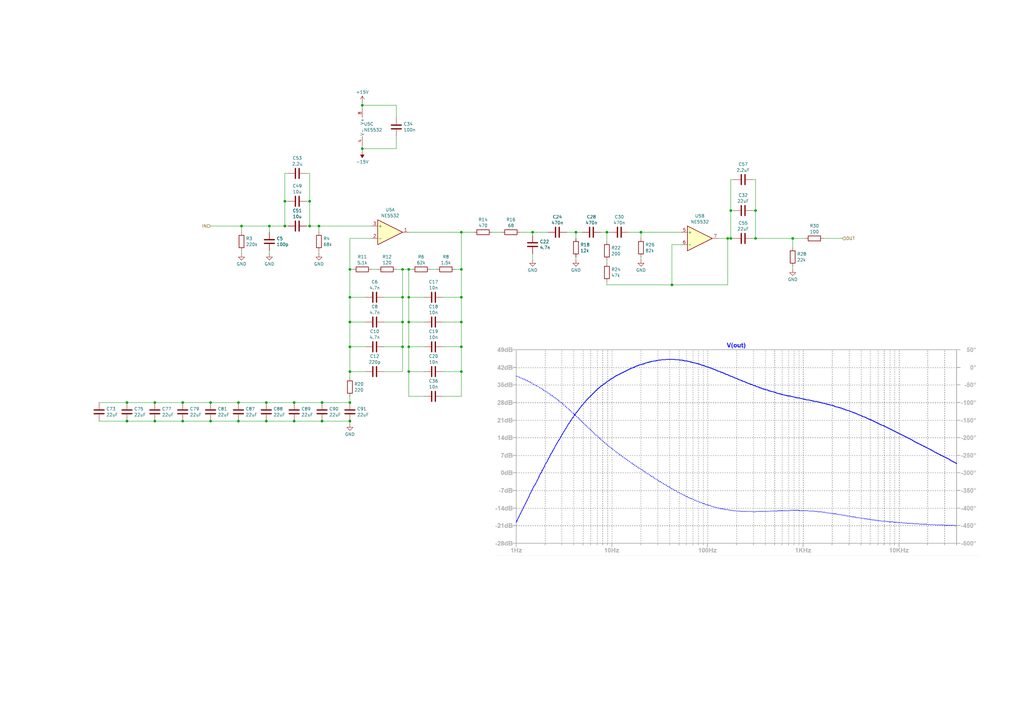
<source format=kicad_sch>
(kicad_sch
	(version 20250114)
	(generator "eeschema")
	(generator_version "9.0")
	(uuid "a74a4bd1-5f7d-46e6-a355-f9d6f24c5559")
	(paper "A3")
	(lib_symbols
		(symbol "Amplifier_Operational:NE5532"
			(pin_names
				(offset 0.127)
			)
			(exclude_from_sim no)
			(in_bom yes)
			(on_board yes)
			(property "Reference" "U"
				(at 0 5.08 0)
				(effects
					(font
						(size 1.27 1.27)
					)
					(justify left)
				)
			)
			(property "Value" "NE5532"
				(at 0 -5.08 0)
				(effects
					(font
						(size 1.27 1.27)
					)
					(justify left)
				)
			)
			(property "Footprint" ""
				(at 0 0 0)
				(effects
					(font
						(size 1.27 1.27)
					)
					(hide yes)
				)
			)
			(property "Datasheet" "http://www.ti.com/lit/ds/symlink/ne5532.pdf"
				(at 0 0 0)
				(effects
					(font
						(size 1.27 1.27)
					)
					(hide yes)
				)
			)
			(property "Description" "Dual Low-Noise Operational Amplifiers, DIP-8/SOIC-8"
				(at 0 0 0)
				(effects
					(font
						(size 1.27 1.27)
					)
					(hide yes)
				)
			)
			(property "ki_locked" ""
				(at 0 0 0)
				(effects
					(font
						(size 1.27 1.27)
					)
				)
			)
			(property "ki_keywords" "dual opamp"
				(at 0 0 0)
				(effects
					(font
						(size 1.27 1.27)
					)
					(hide yes)
				)
			)
			(property "ki_fp_filters" "SOIC*3.9x4.9mm*P1.27mm* DIP*W7.62mm* TO*99* OnSemi*Micro8* TSSOP*3x3mm*P0.65mm* TSSOP*4.4x3mm*P0.65mm* MSOP*3x3mm*P0.65mm* SSOP*3.9x4.9mm*P0.635mm* LFCSP*2x2mm*P0.5mm* *SIP* SOIC*5.3x6.2mm*P1.27mm*"
				(at 0 0 0)
				(effects
					(font
						(size 1.27 1.27)
					)
					(hide yes)
				)
			)
			(symbol "NE5532_1_1"
				(polyline
					(pts
						(xy -5.08 5.08) (xy 5.08 0) (xy -5.08 -5.08) (xy -5.08 5.08)
					)
					(stroke
						(width 0.254)
						(type default)
					)
					(fill
						(type background)
					)
				)
				(pin input line
					(at -7.62 2.54 0)
					(length 2.54)
					(name "+"
						(effects
							(font
								(size 1.27 1.27)
							)
						)
					)
					(number "3"
						(effects
							(font
								(size 1.27 1.27)
							)
						)
					)
				)
				(pin input line
					(at -7.62 -2.54 0)
					(length 2.54)
					(name "-"
						(effects
							(font
								(size 1.27 1.27)
							)
						)
					)
					(number "2"
						(effects
							(font
								(size 1.27 1.27)
							)
						)
					)
				)
				(pin output line
					(at 7.62 0 180)
					(length 2.54)
					(name "~"
						(effects
							(font
								(size 1.27 1.27)
							)
						)
					)
					(number "1"
						(effects
							(font
								(size 1.27 1.27)
							)
						)
					)
				)
			)
			(symbol "NE5532_2_1"
				(polyline
					(pts
						(xy -5.08 5.08) (xy 5.08 0) (xy -5.08 -5.08) (xy -5.08 5.08)
					)
					(stroke
						(width 0.254)
						(type default)
					)
					(fill
						(type background)
					)
				)
				(pin input line
					(at -7.62 2.54 0)
					(length 2.54)
					(name "+"
						(effects
							(font
								(size 1.27 1.27)
							)
						)
					)
					(number "5"
						(effects
							(font
								(size 1.27 1.27)
							)
						)
					)
				)
				(pin input line
					(at -7.62 -2.54 0)
					(length 2.54)
					(name "-"
						(effects
							(font
								(size 1.27 1.27)
							)
						)
					)
					(number "6"
						(effects
							(font
								(size 1.27 1.27)
							)
						)
					)
				)
				(pin output line
					(at 7.62 0 180)
					(length 2.54)
					(name "~"
						(effects
							(font
								(size 1.27 1.27)
							)
						)
					)
					(number "7"
						(effects
							(font
								(size 1.27 1.27)
							)
						)
					)
				)
			)
			(symbol "NE5532_3_1"
				(pin power_in line
					(at -2.54 7.62 270)
					(length 3.81)
					(name "V+"
						(effects
							(font
								(size 1.27 1.27)
							)
						)
					)
					(number "8"
						(effects
							(font
								(size 1.27 1.27)
							)
						)
					)
				)
				(pin power_in line
					(at -2.54 -7.62 90)
					(length 3.81)
					(name "V-"
						(effects
							(font
								(size 1.27 1.27)
							)
						)
					)
					(number "4"
						(effects
							(font
								(size 1.27 1.27)
							)
						)
					)
				)
			)
			(embedded_fonts no)
		)
		(symbol "Device:C"
			(pin_numbers
				(hide yes)
			)
			(pin_names
				(offset 0.254)
			)
			(exclude_from_sim no)
			(in_bom yes)
			(on_board yes)
			(property "Reference" "C"
				(at 0.635 2.54 0)
				(effects
					(font
						(size 1.27 1.27)
					)
					(justify left)
				)
			)
			(property "Value" "C"
				(at 0.635 -2.54 0)
				(effects
					(font
						(size 1.27 1.27)
					)
					(justify left)
				)
			)
			(property "Footprint" ""
				(at 0.9652 -3.81 0)
				(effects
					(font
						(size 1.27 1.27)
					)
					(hide yes)
				)
			)
			(property "Datasheet" "~"
				(at 0 0 0)
				(effects
					(font
						(size 1.27 1.27)
					)
					(hide yes)
				)
			)
			(property "Description" "Unpolarized capacitor"
				(at 0 0 0)
				(effects
					(font
						(size 1.27 1.27)
					)
					(hide yes)
				)
			)
			(property "ki_keywords" "cap capacitor"
				(at 0 0 0)
				(effects
					(font
						(size 1.27 1.27)
					)
					(hide yes)
				)
			)
			(property "ki_fp_filters" "C_*"
				(at 0 0 0)
				(effects
					(font
						(size 1.27 1.27)
					)
					(hide yes)
				)
			)
			(symbol "C_0_1"
				(polyline
					(pts
						(xy -2.032 0.762) (xy 2.032 0.762)
					)
					(stroke
						(width 0.508)
						(type default)
					)
					(fill
						(type none)
					)
				)
				(polyline
					(pts
						(xy -2.032 -0.762) (xy 2.032 -0.762)
					)
					(stroke
						(width 0.508)
						(type default)
					)
					(fill
						(type none)
					)
				)
			)
			(symbol "C_1_1"
				(pin passive line
					(at 0 3.81 270)
					(length 2.794)
					(name "~"
						(effects
							(font
								(size 1.27 1.27)
							)
						)
					)
					(number "1"
						(effects
							(font
								(size 1.27 1.27)
							)
						)
					)
				)
				(pin passive line
					(at 0 -3.81 90)
					(length 2.794)
					(name "~"
						(effects
							(font
								(size 1.27 1.27)
							)
						)
					)
					(number "2"
						(effects
							(font
								(size 1.27 1.27)
							)
						)
					)
				)
			)
			(embedded_fonts no)
		)
		(symbol "Device:R"
			(pin_numbers
				(hide yes)
			)
			(pin_names
				(offset 0)
			)
			(exclude_from_sim no)
			(in_bom yes)
			(on_board yes)
			(property "Reference" "R"
				(at 2.032 0 90)
				(effects
					(font
						(size 1.27 1.27)
					)
				)
			)
			(property "Value" "R"
				(at 0 0 90)
				(effects
					(font
						(size 1.27 1.27)
					)
				)
			)
			(property "Footprint" ""
				(at -1.778 0 90)
				(effects
					(font
						(size 1.27 1.27)
					)
					(hide yes)
				)
			)
			(property "Datasheet" "~"
				(at 0 0 0)
				(effects
					(font
						(size 1.27 1.27)
					)
					(hide yes)
				)
			)
			(property "Description" "Resistor"
				(at 0 0 0)
				(effects
					(font
						(size 1.27 1.27)
					)
					(hide yes)
				)
			)
			(property "ki_keywords" "R res resistor"
				(at 0 0 0)
				(effects
					(font
						(size 1.27 1.27)
					)
					(hide yes)
				)
			)
			(property "ki_fp_filters" "R_*"
				(at 0 0 0)
				(effects
					(font
						(size 1.27 1.27)
					)
					(hide yes)
				)
			)
			(symbol "R_0_1"
				(rectangle
					(start -1.016 -2.54)
					(end 1.016 2.54)
					(stroke
						(width 0.254)
						(type default)
					)
					(fill
						(type none)
					)
				)
			)
			(symbol "R_1_1"
				(pin passive line
					(at 0 3.81 270)
					(length 1.27)
					(name "~"
						(effects
							(font
								(size 1.27 1.27)
							)
						)
					)
					(number "1"
						(effects
							(font
								(size 1.27 1.27)
							)
						)
					)
				)
				(pin passive line
					(at 0 -3.81 90)
					(length 1.27)
					(name "~"
						(effects
							(font
								(size 1.27 1.27)
							)
						)
					)
					(number "2"
						(effects
							(font
								(size 1.27 1.27)
							)
						)
					)
				)
			)
			(embedded_fonts no)
		)
		(symbol "power:+15V"
			(power)
			(pin_numbers
				(hide yes)
			)
			(pin_names
				(offset 0)
				(hide yes)
			)
			(exclude_from_sim no)
			(in_bom yes)
			(on_board yes)
			(property "Reference" "#PWR"
				(at 0 -3.81 0)
				(effects
					(font
						(size 1.27 1.27)
					)
					(hide yes)
				)
			)
			(property "Value" "+15V"
				(at 0 3.556 0)
				(effects
					(font
						(size 1.27 1.27)
					)
				)
			)
			(property "Footprint" ""
				(at 0 0 0)
				(effects
					(font
						(size 1.27 1.27)
					)
					(hide yes)
				)
			)
			(property "Datasheet" ""
				(at 0 0 0)
				(effects
					(font
						(size 1.27 1.27)
					)
					(hide yes)
				)
			)
			(property "Description" "Power symbol creates a global label with name \"+15V\""
				(at 0 0 0)
				(effects
					(font
						(size 1.27 1.27)
					)
					(hide yes)
				)
			)
			(property "ki_keywords" "global power"
				(at 0 0 0)
				(effects
					(font
						(size 1.27 1.27)
					)
					(hide yes)
				)
			)
			(symbol "+15V_0_1"
				(polyline
					(pts
						(xy -0.762 1.27) (xy 0 2.54)
					)
					(stroke
						(width 0)
						(type default)
					)
					(fill
						(type none)
					)
				)
				(polyline
					(pts
						(xy 0 2.54) (xy 0.762 1.27)
					)
					(stroke
						(width 0)
						(type default)
					)
					(fill
						(type none)
					)
				)
				(polyline
					(pts
						(xy 0 0) (xy 0 2.54)
					)
					(stroke
						(width 0)
						(type default)
					)
					(fill
						(type none)
					)
				)
			)
			(symbol "+15V_1_1"
				(pin power_in line
					(at 0 0 90)
					(length 0)
					(name "~"
						(effects
							(font
								(size 1.27 1.27)
							)
						)
					)
					(number "1"
						(effects
							(font
								(size 1.27 1.27)
							)
						)
					)
				)
			)
			(embedded_fonts no)
		)
		(symbol "power:-15V"
			(power)
			(pin_numbers
				(hide yes)
			)
			(pin_names
				(offset 0)
				(hide yes)
			)
			(exclude_from_sim no)
			(in_bom yes)
			(on_board yes)
			(property "Reference" "#PWR"
				(at 0 -3.81 0)
				(effects
					(font
						(size 1.27 1.27)
					)
					(hide yes)
				)
			)
			(property "Value" "-15V"
				(at 0 3.556 0)
				(effects
					(font
						(size 1.27 1.27)
					)
				)
			)
			(property "Footprint" ""
				(at 0 0 0)
				(effects
					(font
						(size 1.27 1.27)
					)
					(hide yes)
				)
			)
			(property "Datasheet" ""
				(at 0 0 0)
				(effects
					(font
						(size 1.27 1.27)
					)
					(hide yes)
				)
			)
			(property "Description" "Power symbol creates a global label with name \"-15V\""
				(at 0 0 0)
				(effects
					(font
						(size 1.27 1.27)
					)
					(hide yes)
				)
			)
			(property "ki_keywords" "global power"
				(at 0 0 0)
				(effects
					(font
						(size 1.27 1.27)
					)
					(hide yes)
				)
			)
			(symbol "-15V_0_0"
				(pin power_in line
					(at 0 0 90)
					(length 0)
					(name "~"
						(effects
							(font
								(size 1.27 1.27)
							)
						)
					)
					(number "1"
						(effects
							(font
								(size 1.27 1.27)
							)
						)
					)
				)
			)
			(symbol "-15V_0_1"
				(polyline
					(pts
						(xy 0 0) (xy 0 1.27) (xy 0.762 1.27) (xy 0 2.54) (xy -0.762 1.27) (xy 0 1.27)
					)
					(stroke
						(width 0)
						(type default)
					)
					(fill
						(type outline)
					)
				)
			)
			(embedded_fonts no)
		)
		(symbol "power:GND"
			(power)
			(pin_numbers
				(hide yes)
			)
			(pin_names
				(offset 0)
				(hide yes)
			)
			(exclude_from_sim no)
			(in_bom yes)
			(on_board yes)
			(property "Reference" "#PWR"
				(at 0 -6.35 0)
				(effects
					(font
						(size 1.27 1.27)
					)
					(hide yes)
				)
			)
			(property "Value" "GND"
				(at 0 -3.81 0)
				(effects
					(font
						(size 1.27 1.27)
					)
				)
			)
			(property "Footprint" ""
				(at 0 0 0)
				(effects
					(font
						(size 1.27 1.27)
					)
					(hide yes)
				)
			)
			(property "Datasheet" ""
				(at 0 0 0)
				(effects
					(font
						(size 1.27 1.27)
					)
					(hide yes)
				)
			)
			(property "Description" "Power symbol creates a global label with name \"GND\" , ground"
				(at 0 0 0)
				(effects
					(font
						(size 1.27 1.27)
					)
					(hide yes)
				)
			)
			(property "ki_keywords" "global power"
				(at 0 0 0)
				(effects
					(font
						(size 1.27 1.27)
					)
					(hide yes)
				)
			)
			(symbol "GND_0_1"
				(polyline
					(pts
						(xy 0 0) (xy 0 -1.27) (xy 1.27 -1.27) (xy 0 -2.54) (xy -1.27 -1.27) (xy 0 -1.27)
					)
					(stroke
						(width 0)
						(type default)
					)
					(fill
						(type none)
					)
				)
			)
			(symbol "GND_1_1"
				(pin power_in line
					(at 0 0 270)
					(length 0)
					(name "~"
						(effects
							(font
								(size 1.27 1.27)
							)
						)
					)
					(number "1"
						(effects
							(font
								(size 1.27 1.27)
							)
						)
					)
				)
			)
			(embedded_fonts no)
		)
	)
	(junction
		(at 74.93 172.72)
		(diameter 0)
		(color 0 0 0 0)
		(uuid "02bc455f-d181-4605-ba7f-94377109f189")
	)
	(junction
		(at 189.23 152.4)
		(diameter 0)
		(color 0 0 0 0)
		(uuid "0cff1ee5-f118-471e-8544-ab0e44aa86cf")
	)
	(junction
		(at 74.93 165.1)
		(diameter 0)
		(color 0 0 0 0)
		(uuid "0e2ecde6-e029-4701-8ed6-8501f66cac3b")
	)
	(junction
		(at 236.22 95.25)
		(diameter 0)
		(color 0 0 0 0)
		(uuid "14424050-ad77-4b87-8a14-b5a46a7d7914")
	)
	(junction
		(at 127 92.71)
		(diameter 0)
		(color 0 0 0 0)
		(uuid "17d0f9be-be73-4d31-a7e8-46b043d2f035")
	)
	(junction
		(at 167.64 110.49)
		(diameter 0)
		(color 0 0 0 0)
		(uuid "1de19e90-b172-43a6-8d3c-d0ebcbb05998")
	)
	(junction
		(at 262.89 95.25)
		(diameter 0)
		(color 0 0 0 0)
		(uuid "20a01477-32e4-4135-a147-82e045ebdda6")
	)
	(junction
		(at 167.64 142.24)
		(diameter 0)
		(color 0 0 0 0)
		(uuid "2159801e-d308-49a5-8ac9-1bef9a09836a")
	)
	(junction
		(at 143.51 110.49)
		(diameter 0)
		(color 0 0 0 0)
		(uuid "260c4b5e-2794-411a-8f59-0b8d6ff08960")
	)
	(junction
		(at 167.64 121.92)
		(diameter 0)
		(color 0 0 0 0)
		(uuid "2b4daee9-4ca5-4231-a7c8-24332cf7e01f")
	)
	(junction
		(at 309.88 97.79)
		(diameter 0)
		(color 0 0 0 0)
		(uuid "313dc7e7-0627-431a-a8fe-0b9dcdcdbcac")
	)
	(junction
		(at 120.65 172.72)
		(diameter 0)
		(color 0 0 0 0)
		(uuid "3224f972-0b39-4d03-8a53-7fdce17cc1f2")
	)
	(junction
		(at 110.49 92.71)
		(diameter 0)
		(color 0 0 0 0)
		(uuid "3f8e2a14-c806-47d1-83fc-d9a252ec760b")
	)
	(junction
		(at 52.07 172.72)
		(diameter 0)
		(color 0 0 0 0)
		(uuid "41aa448f-6339-4080-8b49-f41a650af969")
	)
	(junction
		(at 116.84 92.71)
		(diameter 0)
		(color 0 0 0 0)
		(uuid "4a235528-e625-4a1c-8c28-1bc35b438f77")
	)
	(junction
		(at 189.23 110.49)
		(diameter 0)
		(color 0 0 0 0)
		(uuid "4e8f5140-7cd0-4345-8133-f14a8a6c0aa7")
	)
	(junction
		(at 189.23 132.08)
		(diameter 0)
		(color 0 0 0 0)
		(uuid "56aa68f4-e0d6-4540-a517-8066f850820b")
	)
	(junction
		(at 275.59 116.84)
		(diameter 0)
		(color 0 0 0 0)
		(uuid "571404eb-c5c2-4d97-9771-0607e740cd32")
	)
	(junction
		(at 299.72 86.36)
		(diameter 0)
		(color 0 0 0 0)
		(uuid "598c792b-bf5d-416d-9134-880d5b9bd615")
	)
	(junction
		(at 148.59 60.96)
		(diameter 0)
		(color 0 0 0 0)
		(uuid "6575bd40-4514-44ab-b4cb-eb676e4fb390")
	)
	(junction
		(at 189.23 121.92)
		(diameter 0)
		(color 0 0 0 0)
		(uuid "68d50ec2-b8c4-42bd-8ef1-9486d16ffb90")
	)
	(junction
		(at 325.12 97.79)
		(diameter 0)
		(color 0 0 0 0)
		(uuid "69468d92-8f7a-477b-927c-3a94da7d4675")
	)
	(junction
		(at 97.79 165.1)
		(diameter 0)
		(color 0 0 0 0)
		(uuid "69cf6174-b755-468e-b843-3d2164b7b358")
	)
	(junction
		(at 97.79 172.72)
		(diameter 0)
		(color 0 0 0 0)
		(uuid "6c581005-5e86-4eec-90a2-26e99efa68d3")
	)
	(junction
		(at 86.36 165.1)
		(diameter 0)
		(color 0 0 0 0)
		(uuid "73dce342-1dd9-41ca-8a6c-89a726040366")
	)
	(junction
		(at 63.5 172.72)
		(diameter 0)
		(color 0 0 0 0)
		(uuid "77cdc7b2-7000-4987-a335-8b949e968d1e")
	)
	(junction
		(at 109.22 165.1)
		(diameter 0)
		(color 0 0 0 0)
		(uuid "7bc0b172-72f6-4f48-bc57-4b9401922b7e")
	)
	(junction
		(at 167.64 152.4)
		(diameter 0)
		(color 0 0 0 0)
		(uuid "7be737cf-5379-40fa-970c-a0a36aed57d8")
	)
	(junction
		(at 309.88 86.36)
		(diameter 0)
		(color 0 0 0 0)
		(uuid "8a734e39-fe3a-45cd-85f8-e5057e55d4a9")
	)
	(junction
		(at 165.1 110.49)
		(diameter 0)
		(color 0 0 0 0)
		(uuid "8a972a01-3f3b-4c1e-96e8-a471f4718f06")
	)
	(junction
		(at 248.92 95.25)
		(diameter 0)
		(color 0 0 0 0)
		(uuid "95137b39-6e00-4999-a41a-8dacce87b572")
	)
	(junction
		(at 120.65 165.1)
		(diameter 0)
		(color 0 0 0 0)
		(uuid "970a7cb8-c355-41c5-b53f-b838ac82d88a")
	)
	(junction
		(at 63.5 165.1)
		(diameter 0)
		(color 0 0 0 0)
		(uuid "99af371e-dc33-4452-ae30-6c6770a2b99a")
	)
	(junction
		(at 165.1 132.08)
		(diameter 0)
		(color 0 0 0 0)
		(uuid "9b96f681-1556-47f0-9e28-1e6ec704d77d")
	)
	(junction
		(at 167.64 132.08)
		(diameter 0)
		(color 0 0 0 0)
		(uuid "9d39bc7a-5463-48c2-a1af-d826fc73a6c6")
	)
	(junction
		(at 109.22 172.72)
		(diameter 0)
		(color 0 0 0 0)
		(uuid "9d52c761-1b23-4645-96c8-f561b7e3fc2d")
	)
	(junction
		(at 143.51 152.4)
		(diameter 0)
		(color 0 0 0 0)
		(uuid "9fc258cb-4168-41df-b67a-0e2ff6fe1784")
	)
	(junction
		(at 143.51 172.72)
		(diameter 0)
		(color 0 0 0 0)
		(uuid "a650b5b4-70ee-4c88-ba7f-460cd12292a7")
	)
	(junction
		(at 143.51 142.24)
		(diameter 0)
		(color 0 0 0 0)
		(uuid "b0c295b3-3fe3-4ebf-9d67-d69e3e8d6089")
	)
	(junction
		(at 189.23 95.25)
		(diameter 0)
		(color 0 0 0 0)
		(uuid "b32e20ef-c2db-4732-bfa7-7900a9d93d8d")
	)
	(junction
		(at 165.1 121.92)
		(diameter 0)
		(color 0 0 0 0)
		(uuid "b9e2340c-5ffb-483b-be99-f6e1dc23d2bb")
	)
	(junction
		(at 116.84 82.55)
		(diameter 0)
		(color 0 0 0 0)
		(uuid "bac1a54f-5a9b-43e8-a669-27f991abbcb8")
	)
	(junction
		(at 130.81 92.71)
		(diameter 0)
		(color 0 0 0 0)
		(uuid "c224c18f-6cc9-4c45-b042-70a59a7ea0a1")
	)
	(junction
		(at 99.06 92.71)
		(diameter 0)
		(color 0 0 0 0)
		(uuid "c2b936c2-b2c8-495a-b0a1-c6a7962d019e")
	)
	(junction
		(at 143.51 121.92)
		(diameter 0)
		(color 0 0 0 0)
		(uuid "c4a464f7-1877-469b-b0f7-2505da34c724")
	)
	(junction
		(at 218.44 95.25)
		(diameter 0)
		(color 0 0 0 0)
		(uuid "c5b3960d-18cc-4fdf-adc2-a14257d8fe38")
	)
	(junction
		(at 143.51 132.08)
		(diameter 0)
		(color 0 0 0 0)
		(uuid "c7baf97c-538e-46d7-a301-3e03675de5b0")
	)
	(junction
		(at 148.59 43.18)
		(diameter 0)
		(color 0 0 0 0)
		(uuid "cf30fd48-cea8-4e62-851d-dddf4bf96e31")
	)
	(junction
		(at 86.36 172.72)
		(diameter 0)
		(color 0 0 0 0)
		(uuid "d33415d9-c377-4287-8adf-4bf235122c07")
	)
	(junction
		(at 298.45 97.79)
		(diameter 0)
		(color 0 0 0 0)
		(uuid "d49e034a-a3e9-43be-b20a-fb0f03db4446")
	)
	(junction
		(at 189.23 142.24)
		(diameter 0)
		(color 0 0 0 0)
		(uuid "d539784e-4cbd-4b9a-9fe6-a52c486b0c70")
	)
	(junction
		(at 127 82.55)
		(diameter 0)
		(color 0 0 0 0)
		(uuid "d9c28780-0cf8-4628-9c69-ebdcc3fd1690")
	)
	(junction
		(at 132.08 165.1)
		(diameter 0)
		(color 0 0 0 0)
		(uuid "e0e5fa70-dfd8-4b33-8dae-54fc54b1c371")
	)
	(junction
		(at 132.08 172.72)
		(diameter 0)
		(color 0 0 0 0)
		(uuid "e0f4667a-5726-4a58-8508-6e02b54de374")
	)
	(junction
		(at 143.51 165.1)
		(diameter 0)
		(color 0 0 0 0)
		(uuid "ee760bb8-f607-412c-8e66-69820efceac5")
	)
	(junction
		(at 299.72 97.79)
		(diameter 0)
		(color 0 0 0 0)
		(uuid "f2d508a4-53cc-4099-ad2e-eca9237ed4c5")
	)
	(junction
		(at 52.07 165.1)
		(diameter 0)
		(color 0 0 0 0)
		(uuid "f4458e70-95ec-4205-8bf6-92f037b5cf05")
	)
	(junction
		(at 165.1 142.24)
		(diameter 0)
		(color 0 0 0 0)
		(uuid "f6169ddb-1d8a-4405-8fe4-aa34a0dcb0d6")
	)
	(wire
		(pts
			(xy 167.64 142.24) (xy 173.99 142.24)
		)
		(stroke
			(width 0)
			(type default)
		)
		(uuid "007c90ef-d71f-4d22-a765-ecdcfe45b51b")
	)
	(wire
		(pts
			(xy 127 71.12) (xy 125.73 71.12)
		)
		(stroke
			(width 0)
			(type default)
		)
		(uuid "01b7be64-a4de-47a4-a781-01170b9d8391")
	)
	(wire
		(pts
			(xy 298.45 97.79) (xy 299.72 97.79)
		)
		(stroke
			(width 0)
			(type default)
		)
		(uuid "0388a3e1-e951-4beb-a464-5f3cd13bb0d1")
	)
	(wire
		(pts
			(xy 189.23 152.4) (xy 181.61 152.4)
		)
		(stroke
			(width 0)
			(type default)
		)
		(uuid "041de1d2-cd64-47f3-aef9-0e403e37d66f")
	)
	(wire
		(pts
			(xy 143.51 142.24) (xy 149.86 142.24)
		)
		(stroke
			(width 0)
			(type default)
		)
		(uuid "0af69425-4dd5-42f7-a5ab-f91a1c530498")
	)
	(wire
		(pts
			(xy 130.81 104.14) (xy 130.81 102.87)
		)
		(stroke
			(width 0)
			(type default)
		)
		(uuid "0b95850f-cc49-46fd-a127-954ffbc2f9b5")
	)
	(wire
		(pts
			(xy 162.56 110.49) (xy 165.1 110.49)
		)
		(stroke
			(width 0)
			(type default)
		)
		(uuid "0dc644cf-548b-450a-96d5-ca2d8ff9cddb")
	)
	(wire
		(pts
			(xy 143.51 121.92) (xy 143.51 132.08)
		)
		(stroke
			(width 0)
			(type default)
		)
		(uuid "0f6abbdb-3199-466b-ab27-d80bc7f7d183")
	)
	(wire
		(pts
			(xy 143.51 165.1) (xy 143.51 162.56)
		)
		(stroke
			(width 0)
			(type default)
		)
		(uuid "11b1ad12-ef0f-4496-9449-9f0de6c55c05")
	)
	(wire
		(pts
			(xy 148.59 60.96) (xy 148.59 59.69)
		)
		(stroke
			(width 0)
			(type default)
		)
		(uuid "13bff22b-5610-425e-b079-2632f1ffac76")
	)
	(wire
		(pts
			(xy 167.64 110.49) (xy 168.91 110.49)
		)
		(stroke
			(width 0)
			(type default)
		)
		(uuid "144ff0eb-a9fb-421d-a997-99a04cc21c62")
	)
	(wire
		(pts
			(xy 165.1 121.92) (xy 165.1 110.49)
		)
		(stroke
			(width 0)
			(type default)
		)
		(uuid "172cf023-6746-4725-b490-ffd46d0a7d42")
	)
	(wire
		(pts
			(xy 74.93 172.72) (xy 86.36 172.72)
		)
		(stroke
			(width 0)
			(type default)
		)
		(uuid "1cc34131-ff69-445d-b475-fa887c3451ca")
	)
	(wire
		(pts
			(xy 165.1 121.92) (xy 165.1 132.08)
		)
		(stroke
			(width 0)
			(type default)
		)
		(uuid "1ee3af1e-e279-462b-b437-3630d3558207")
	)
	(wire
		(pts
			(xy 236.22 95.25) (xy 236.22 97.79)
		)
		(stroke
			(width 0)
			(type default)
		)
		(uuid "22a7596b-0b2e-42eb-a786-46257bb71994")
	)
	(wire
		(pts
			(xy 308.61 86.36) (xy 309.88 86.36)
		)
		(stroke
			(width 0)
			(type default)
		)
		(uuid "23619513-cd24-4047-b9cc-d0b70e55d562")
	)
	(wire
		(pts
			(xy 218.44 95.25) (xy 224.79 95.25)
		)
		(stroke
			(width 0)
			(type default)
		)
		(uuid "268f87d4-5f07-4b97-a217-9c591cbe356d")
	)
	(wire
		(pts
			(xy 299.72 86.36) (xy 299.72 73.66)
		)
		(stroke
			(width 0)
			(type default)
		)
		(uuid "2a9dd65e-ba3c-4719-8f4e-26f10b5c6e1c")
	)
	(wire
		(pts
			(xy 262.89 97.79) (xy 262.89 95.25)
		)
		(stroke
			(width 0)
			(type default)
		)
		(uuid "2bd370af-6384-4890-9cfe-ed6f2f971761")
	)
	(wire
		(pts
			(xy 118.11 71.12) (xy 116.84 71.12)
		)
		(stroke
			(width 0)
			(type default)
		)
		(uuid "2cca606b-2a6e-42cc-a4f6-3d9bb5e30d85")
	)
	(wire
		(pts
			(xy 157.48 142.24) (xy 165.1 142.24)
		)
		(stroke
			(width 0)
			(type default)
		)
		(uuid "2e909508-ac1b-467f-8203-abe3dbea09c4")
	)
	(wire
		(pts
			(xy 236.22 106.68) (xy 236.22 105.41)
		)
		(stroke
			(width 0)
			(type default)
		)
		(uuid "2eb63ae7-3c6e-484c-aaf5-e19d165d023f")
	)
	(wire
		(pts
			(xy 165.1 142.24) (xy 165.1 152.4)
		)
		(stroke
			(width 0)
			(type default)
		)
		(uuid "2fca02e6-c951-4189-a0cc-021b35aaabcc")
	)
	(wire
		(pts
			(xy 218.44 95.25) (xy 218.44 96.52)
		)
		(stroke
			(width 0)
			(type default)
		)
		(uuid "3041659e-3961-49e9-9379-ae4122633703")
	)
	(wire
		(pts
			(xy 118.11 82.55) (xy 116.84 82.55)
		)
		(stroke
			(width 0)
			(type default)
		)
		(uuid "3229266d-ff35-4e6f-ae1d-beebc322a343")
	)
	(wire
		(pts
			(xy 110.49 95.25) (xy 110.49 92.71)
		)
		(stroke
			(width 0)
			(type default)
		)
		(uuid "36a6a2d6-8b3e-447f-970e-e6dd9566ccb3")
	)
	(wire
		(pts
			(xy 148.59 43.18) (xy 162.56 43.18)
		)
		(stroke
			(width 0)
			(type default)
		)
		(uuid "380dba77-067f-406d-9002-f5afd943045f")
	)
	(wire
		(pts
			(xy 275.59 116.84) (xy 298.45 116.84)
		)
		(stroke
			(width 0)
			(type default)
		)
		(uuid "382c1269-5788-4d09-a386-b89099ae7169")
	)
	(wire
		(pts
			(xy 125.73 82.55) (xy 127 82.55)
		)
		(stroke
			(width 0)
			(type default)
		)
		(uuid "3906a96d-782e-4119-9757-fb38230e0859")
	)
	(wire
		(pts
			(xy 109.22 172.72) (xy 120.65 172.72)
		)
		(stroke
			(width 0)
			(type default)
		)
		(uuid "3cb94551-aeff-46d6-a69c-a57e11c82d89")
	)
	(wire
		(pts
			(xy 86.36 172.72) (xy 97.79 172.72)
		)
		(stroke
			(width 0)
			(type default)
		)
		(uuid "3dc89fe3-4835-4431-ab80-cd87c33099a0")
	)
	(wire
		(pts
			(xy 52.07 165.1) (xy 63.5 165.1)
		)
		(stroke
			(width 0)
			(type default)
		)
		(uuid "3f1ff111-a208-4655-b60c-a8f4cc0ce46b")
	)
	(wire
		(pts
			(xy 309.88 73.66) (xy 309.88 86.36)
		)
		(stroke
			(width 0)
			(type default)
		)
		(uuid "3f3445ce-bcd5-4386-bd72-b18771491c4c")
	)
	(wire
		(pts
			(xy 294.64 97.79) (xy 298.45 97.79)
		)
		(stroke
			(width 0)
			(type default)
		)
		(uuid "417a114b-67be-4e39-8883-4d090219ec0c")
	)
	(wire
		(pts
			(xy 157.48 121.92) (xy 165.1 121.92)
		)
		(stroke
			(width 0)
			(type default)
		)
		(uuid "42bfc08d-9bb1-433b-a620-1d4622b93132")
	)
	(wire
		(pts
			(xy 110.49 92.71) (xy 116.84 92.71)
		)
		(stroke
			(width 0)
			(type default)
		)
		(uuid "42e58ac5-7caf-43f8-9d5c-a4f29549f46f")
	)
	(wire
		(pts
			(xy 148.59 43.18) (xy 148.59 44.45)
		)
		(stroke
			(width 0)
			(type default)
		)
		(uuid "47e31255-54ac-442b-ba9e-92cbeb700c64")
	)
	(wire
		(pts
			(xy 189.23 121.92) (xy 189.23 110.49)
		)
		(stroke
			(width 0)
			(type default)
		)
		(uuid "4d2e4dbb-2902-45d1-ba7a-b559183aa4be")
	)
	(wire
		(pts
			(xy 148.59 62.23) (xy 148.59 60.96)
		)
		(stroke
			(width 0)
			(type default)
		)
		(uuid "4e3d10e6-bf7c-4737-99ca-587e19df3fe9")
	)
	(wire
		(pts
			(xy 298.45 97.79) (xy 298.45 116.84)
		)
		(stroke
			(width 0)
			(type default)
		)
		(uuid "5070b6d5-9773-417e-9a22-b566d4f32919")
	)
	(wire
		(pts
			(xy 116.84 71.12) (xy 116.84 82.55)
		)
		(stroke
			(width 0)
			(type default)
		)
		(uuid "52cbad85-81b3-4cd5-9234-0824c6ac5ec6")
	)
	(wire
		(pts
			(xy 109.22 165.1) (xy 120.65 165.1)
		)
		(stroke
			(width 0)
			(type default)
		)
		(uuid "534fe714-c919-4cb3-a670-00acccf50d52")
	)
	(wire
		(pts
			(xy 248.92 116.84) (xy 248.92 115.57)
		)
		(stroke
			(width 0)
			(type default)
		)
		(uuid "55182b47-83d2-4f30-bb5c-d054c63c8d4a")
	)
	(wire
		(pts
			(xy 299.72 73.66) (xy 300.99 73.66)
		)
		(stroke
			(width 0)
			(type default)
		)
		(uuid "5752424b-871b-4a33-8b79-5c206952f71a")
	)
	(wire
		(pts
			(xy 167.64 162.56) (xy 173.99 162.56)
		)
		(stroke
			(width 0)
			(type default)
		)
		(uuid "57cc8bbc-ebf3-4b79-b97d-a447959a6dfd")
	)
	(wire
		(pts
			(xy 176.53 110.49) (xy 179.07 110.49)
		)
		(stroke
			(width 0)
			(type default)
		)
		(uuid "5824c8be-e674-4c1a-aa7b-addd1d2adb41")
	)
	(wire
		(pts
			(xy 40.64 172.72) (xy 52.07 172.72)
		)
		(stroke
			(width 0)
			(type default)
		)
		(uuid "5a7e229c-e171-42f6-acb0-3bd401a102d8")
	)
	(wire
		(pts
			(xy 148.59 60.96) (xy 162.56 60.96)
		)
		(stroke
			(width 0)
			(type default)
		)
		(uuid "5ad237e3-f258-400d-adf1-1bf508382a48")
	)
	(wire
		(pts
			(xy 325.12 101.6) (xy 325.12 97.79)
		)
		(stroke
			(width 0)
			(type default)
		)
		(uuid "5af133c5-8fb2-48d9-9a3c-78c23b1107b8")
	)
	(wire
		(pts
			(xy 143.51 97.79) (xy 143.51 110.49)
		)
		(stroke
			(width 0)
			(type default)
		)
		(uuid "5d526b0e-d01d-4f42-ab53-df4aae3a10ee")
	)
	(wire
		(pts
			(xy 167.64 95.25) (xy 189.23 95.25)
		)
		(stroke
			(width 0)
			(type default)
		)
		(uuid "5d70518f-268f-499d-8da0-a66395de9635")
	)
	(wire
		(pts
			(xy 132.08 172.72) (xy 143.51 172.72)
		)
		(stroke
			(width 0)
			(type default)
		)
		(uuid "5f9b320c-e591-471c-8156-8107f466aaac")
	)
	(wire
		(pts
			(xy 186.69 110.49) (xy 189.23 110.49)
		)
		(stroke
			(width 0)
			(type default)
		)
		(uuid "60fe724a-7bf9-489a-a5ed-b8f72af5ba47")
	)
	(wire
		(pts
			(xy 99.06 95.25) (xy 99.06 92.71)
		)
		(stroke
			(width 0)
			(type default)
		)
		(uuid "61c9af89-30b4-40e2-ae50-9c5786540a42")
	)
	(wire
		(pts
			(xy 167.64 152.4) (xy 167.64 162.56)
		)
		(stroke
			(width 0)
			(type default)
		)
		(uuid "630b71ef-b947-4cd5-a254-21728475e4d5")
	)
	(wire
		(pts
			(xy 248.92 95.25) (xy 248.92 99.06)
		)
		(stroke
			(width 0)
			(type default)
		)
		(uuid "63c61059-d8dc-48cd-9749-b129b3297e16")
	)
	(wire
		(pts
			(xy 99.06 92.71) (xy 110.49 92.71)
		)
		(stroke
			(width 0)
			(type default)
		)
		(uuid "66bdbb12-4aa1-46d6-aceb-e4d836914ee6")
	)
	(wire
		(pts
			(xy 152.4 97.79) (xy 143.51 97.79)
		)
		(stroke
			(width 0)
			(type default)
		)
		(uuid "68a6c384-6d39-4bbf-b7a3-b5f52c742b85")
	)
	(wire
		(pts
			(xy 127 82.55) (xy 127 92.71)
		)
		(stroke
			(width 0)
			(type default)
		)
		(uuid "6ab072fb-80b0-4c34-a594-a6dbd4a616de")
	)
	(wire
		(pts
			(xy 167.64 110.49) (xy 167.64 121.92)
		)
		(stroke
			(width 0)
			(type default)
		)
		(uuid "6be190a8-367a-48ae-9efc-8e2427f24a22")
	)
	(wire
		(pts
			(xy 99.06 104.14) (xy 99.06 102.87)
		)
		(stroke
			(width 0)
			(type default)
		)
		(uuid "6cca5456-891a-4647-91e0-d6ff5b3fdf54")
	)
	(wire
		(pts
			(xy 162.56 43.18) (xy 162.56 48.26)
		)
		(stroke
			(width 0)
			(type default)
		)
		(uuid "6f19a812-4627-46e0-80a8-01dab416db9f")
	)
	(wire
		(pts
			(xy 309.88 86.36) (xy 309.88 97.79)
		)
		(stroke
			(width 0)
			(type default)
		)
		(uuid "708fda9a-d064-4346-bca4-9da60da35517")
	)
	(wire
		(pts
			(xy 299.72 86.36) (xy 300.99 86.36)
		)
		(stroke
			(width 0)
			(type default)
		)
		(uuid "709daa24-6a72-48f7-96a0-9f07d9e88514")
	)
	(wire
		(pts
			(xy 86.36 165.1) (xy 97.79 165.1)
		)
		(stroke
			(width 0)
			(type default)
		)
		(uuid "7129d8b0-c86f-4b76-9ec7-1a16b9787865")
	)
	(wire
		(pts
			(xy 40.64 165.1) (xy 52.07 165.1)
		)
		(stroke
			(width 0)
			(type default)
		)
		(uuid "71b15a6e-b705-4f02-9a77-53c6dc6aa9ca")
	)
	(wire
		(pts
			(xy 143.51 132.08) (xy 149.86 132.08)
		)
		(stroke
			(width 0)
			(type default)
		)
		(uuid "728b17fa-2962-4367-9949-3adcc3c4be78")
	)
	(wire
		(pts
			(xy 248.92 116.84) (xy 275.59 116.84)
		)
		(stroke
			(width 0)
			(type default)
		)
		(uuid "73b57f77-aec4-48d4-b606-5d4f2cddffd5")
	)
	(wire
		(pts
			(xy 143.51 152.4) (xy 143.51 154.94)
		)
		(stroke
			(width 0)
			(type default)
		)
		(uuid "748baf01-19af-4bee-8811-f5ca3089d1a5")
	)
	(wire
		(pts
			(xy 165.1 110.49) (xy 167.64 110.49)
		)
		(stroke
			(width 0)
			(type default)
		)
		(uuid "753cda4f-a46e-4feb-8c47-c8da1c8e9bcb")
	)
	(wire
		(pts
			(xy 279.4 100.33) (xy 275.59 100.33)
		)
		(stroke
			(width 0)
			(type default)
		)
		(uuid "75627b2d-e51f-4758-86d0-d24d8b7324f6")
	)
	(wire
		(pts
			(xy 130.81 92.71) (xy 130.81 95.25)
		)
		(stroke
			(width 0)
			(type default)
		)
		(uuid "757136d6-1c5f-494d-b55a-c1d7514fca4a")
	)
	(wire
		(pts
			(xy 165.1 152.4) (xy 157.48 152.4)
		)
		(stroke
			(width 0)
			(type default)
		)
		(uuid "7a291753-b78a-4322-9f74-687679bd37b7")
	)
	(wire
		(pts
			(xy 181.61 132.08) (xy 189.23 132.08)
		)
		(stroke
			(width 0)
			(type default)
		)
		(uuid "7e403afa-db20-46a6-bdbf-0980ef3a8c73")
	)
	(wire
		(pts
			(xy 218.44 106.68) (xy 218.44 104.14)
		)
		(stroke
			(width 0)
			(type default)
		)
		(uuid "7e9b8dda-09e7-456b-8e4f-268b410982f2")
	)
	(wire
		(pts
			(xy 189.23 152.4) (xy 189.23 162.56)
		)
		(stroke
			(width 0)
			(type default)
		)
		(uuid "80e13bd1-f3b9-4b7e-91f1-d4b37b949414")
	)
	(wire
		(pts
			(xy 52.07 172.72) (xy 63.5 172.72)
		)
		(stroke
			(width 0)
			(type default)
		)
		(uuid "813eb22f-5e40-413d-b728-a4e46d59a6dd")
	)
	(wire
		(pts
			(xy 152.4 110.49) (xy 154.94 110.49)
		)
		(stroke
			(width 0)
			(type default)
		)
		(uuid "817cca02-7b6e-4937-9d95-fbc39a29496a")
	)
	(wire
		(pts
			(xy 167.64 121.92) (xy 167.64 132.08)
		)
		(stroke
			(width 0)
			(type default)
		)
		(uuid "830f3a1d-1e7e-44e4-8d4e-779f8de15dff")
	)
	(wire
		(pts
			(xy 63.5 165.1) (xy 74.93 165.1)
		)
		(stroke
			(width 0)
			(type default)
		)
		(uuid "831eed1b-7e17-464d-b7bb-59f6470b9eea")
	)
	(wire
		(pts
			(xy 165.1 132.08) (xy 165.1 142.24)
		)
		(stroke
			(width 0)
			(type default)
		)
		(uuid "83f95a0a-a6da-4759-8b1c-a43b4d5a7a56")
	)
	(wire
		(pts
			(xy 309.88 97.79) (xy 325.12 97.79)
		)
		(stroke
			(width 0)
			(type default)
		)
		(uuid "86400f57-4217-4abe-94a1-677b59b8f434")
	)
	(wire
		(pts
			(xy 143.51 110.49) (xy 144.78 110.49)
		)
		(stroke
			(width 0)
			(type default)
		)
		(uuid "8d603cbd-c572-42f5-a768-8ed68eecba7e")
	)
	(wire
		(pts
			(xy 143.51 110.49) (xy 143.51 121.92)
		)
		(stroke
			(width 0)
			(type default)
		)
		(uuid "907c9440-de0e-4157-98c0-7faf6f99639a")
	)
	(wire
		(pts
			(xy 232.41 95.25) (xy 236.22 95.25)
		)
		(stroke
			(width 0)
			(type default)
		)
		(uuid "97091c27-83f0-4374-a0ad-fc3b8b2b1fd1")
	)
	(wire
		(pts
			(xy 143.51 132.08) (xy 143.51 142.24)
		)
		(stroke
			(width 0)
			(type default)
		)
		(uuid "9a7fe9c6-fc76-496c-8b51-f2187431c410")
	)
	(wire
		(pts
			(xy 143.51 173.99) (xy 143.51 172.72)
		)
		(stroke
			(width 0)
			(type default)
		)
		(uuid "9bb5ad13-3276-42b2-b3ad-08234b91fa80")
	)
	(wire
		(pts
			(xy 262.89 106.68) (xy 262.89 105.41)
		)
		(stroke
			(width 0)
			(type default)
		)
		(uuid "9c48444d-ed65-4769-916f-42dfb735e471")
	)
	(wire
		(pts
			(xy 189.23 162.56) (xy 181.61 162.56)
		)
		(stroke
			(width 0)
			(type default)
		)
		(uuid "9d31a3cd-d17e-4b8b-8ccd-791e452db6bb")
	)
	(wire
		(pts
			(xy 120.65 165.1) (xy 132.08 165.1)
		)
		(stroke
			(width 0)
			(type default)
		)
		(uuid "9dfec763-2e7a-4480-bae5-cd0f04a6c191")
	)
	(wire
		(pts
			(xy 97.79 165.1) (xy 109.22 165.1)
		)
		(stroke
			(width 0)
			(type default)
		)
		(uuid "9f3a8056-1fc3-4268-a9ca-44fa859cc069")
	)
	(wire
		(pts
			(xy 325.12 97.79) (xy 330.2 97.79)
		)
		(stroke
			(width 0)
			(type default)
		)
		(uuid "9febfaf0-c2df-4cc9-8692-9f3cc5e3ed43")
	)
	(wire
		(pts
			(xy 181.61 142.24) (xy 189.23 142.24)
		)
		(stroke
			(width 0)
			(type default)
		)
		(uuid "a04e49e1-6ab1-42f5-be7b-d2a8ff9a165c")
	)
	(wire
		(pts
			(xy 143.51 121.92) (xy 149.86 121.92)
		)
		(stroke
			(width 0)
			(type default)
		)
		(uuid "a0db28d6-94d5-4219-ba0a-466b3345518c")
	)
	(wire
		(pts
			(xy 63.5 172.72) (xy 74.93 172.72)
		)
		(stroke
			(width 0)
			(type default)
		)
		(uuid "a1c2af13-f495-4089-a49d-b61087e9cd3e")
	)
	(wire
		(pts
			(xy 248.92 107.95) (xy 248.92 106.68)
		)
		(stroke
			(width 0)
			(type default)
		)
		(uuid "a5773375-7c58-45c5-aa56-d4861e2e5e1b")
	)
	(wire
		(pts
			(xy 143.51 142.24) (xy 143.51 152.4)
		)
		(stroke
			(width 0)
			(type default)
		)
		(uuid "a600ef3f-f06f-4996-94dd-4f68cf9523bc")
	)
	(wire
		(pts
			(xy 127 82.55) (xy 127 71.12)
		)
		(stroke
			(width 0)
			(type default)
		)
		(uuid "a7c31f80-8ee7-4af2-8f3b-64e9093d3f6b")
	)
	(wire
		(pts
			(xy 148.59 41.91) (xy 148.59 43.18)
		)
		(stroke
			(width 0)
			(type default)
		)
		(uuid "ac1877c1-0922-4095-a104-a60db23a0f88")
	)
	(wire
		(pts
			(xy 167.64 132.08) (xy 167.64 142.24)
		)
		(stroke
			(width 0)
			(type default)
		)
		(uuid "afabb5db-4adf-40f0-adc1-8f13db8524e3")
	)
	(wire
		(pts
			(xy 181.61 121.92) (xy 189.23 121.92)
		)
		(stroke
			(width 0)
			(type default)
		)
		(uuid "b127730c-b838-427f-a817-53a50d9c1ad0")
	)
	(wire
		(pts
			(xy 248.92 95.25) (xy 250.19 95.25)
		)
		(stroke
			(width 0)
			(type default)
		)
		(uuid "b1a8672e-cda1-4942-8139-d5baea76aa02")
	)
	(wire
		(pts
			(xy 130.81 92.71) (xy 152.4 92.71)
		)
		(stroke
			(width 0)
			(type default)
		)
		(uuid "b74a0a52-7470-4ebe-954a-d867ca8e71b5")
	)
	(wire
		(pts
			(xy 189.23 132.08) (xy 189.23 142.24)
		)
		(stroke
			(width 0)
			(type default)
		)
		(uuid "b8b77049-4c12-4fdb-9a6b-8614bf4f1203")
	)
	(wire
		(pts
			(xy 143.51 152.4) (xy 149.86 152.4)
		)
		(stroke
			(width 0)
			(type default)
		)
		(uuid "ba71718b-6272-40df-bb9d-695ec83defa2")
	)
	(wire
		(pts
			(xy 308.61 73.66) (xy 309.88 73.66)
		)
		(stroke
			(width 0)
			(type default)
		)
		(uuid "bc87dd96-ca9c-4058-b268-4e6702215d41")
	)
	(wire
		(pts
			(xy 125.73 92.71) (xy 127 92.71)
		)
		(stroke
			(width 0)
			(type default)
		)
		(uuid "bdeeb7e7-0250-4fc5-8780-843d1c1805a7")
	)
	(wire
		(pts
			(xy 325.12 109.22) (xy 325.12 110.49)
		)
		(stroke
			(width 0)
			(type default)
		)
		(uuid "be768e6c-ae6d-4551-8171-7d556db6c378")
	)
	(wire
		(pts
			(xy 167.64 121.92) (xy 173.99 121.92)
		)
		(stroke
			(width 0)
			(type default)
		)
		(uuid "c0af441f-e830-4b4d-95d8-dcd8964ceaf5")
	)
	(wire
		(pts
			(xy 308.61 97.79) (xy 309.88 97.79)
		)
		(stroke
			(width 0)
			(type default)
		)
		(uuid "c59e43b4-03af-4cc1-a1b3-9d93482f1252")
	)
	(wire
		(pts
			(xy 236.22 95.25) (xy 238.76 95.25)
		)
		(stroke
			(width 0)
			(type default)
		)
		(uuid "cb096fbf-4249-446a-bce8-36fcf9b8df51")
	)
	(wire
		(pts
			(xy 127 92.71) (xy 130.81 92.71)
		)
		(stroke
			(width 0)
			(type default)
		)
		(uuid "cbaf7892-5bf8-40a6-ad3b-51cd57596f49")
	)
	(wire
		(pts
			(xy 86.36 92.71) (xy 99.06 92.71)
		)
		(stroke
			(width 0)
			(type default)
		)
		(uuid "cc570e23-6bd7-4439-952e-9bf87d224ae2")
	)
	(wire
		(pts
			(xy 299.72 97.79) (xy 300.99 97.79)
		)
		(stroke
			(width 0)
			(type default)
		)
		(uuid "cd5b21dc-c59b-44ae-b6a9-94bbcdc65b9b")
	)
	(wire
		(pts
			(xy 110.49 104.14) (xy 110.49 102.87)
		)
		(stroke
			(width 0)
			(type default)
		)
		(uuid "d125c2e4-27f3-4750-b5bc-91f8092a6999")
	)
	(wire
		(pts
			(xy 275.59 100.33) (xy 275.59 116.84)
		)
		(stroke
			(width 0)
			(type default)
		)
		(uuid "d66256e7-7554-42b6-abc1-b64871d3c69d")
	)
	(wire
		(pts
			(xy 201.93 95.25) (xy 205.74 95.25)
		)
		(stroke
			(width 0)
			(type default)
		)
		(uuid "d8b3bab8-d349-4319-88d6-0238a78d3ada")
	)
	(wire
		(pts
			(xy 116.84 92.71) (xy 118.11 92.71)
		)
		(stroke
			(width 0)
			(type default)
		)
		(uuid "d8ba763b-7892-487f-9964-91eebcbf9d64")
	)
	(wire
		(pts
			(xy 167.64 142.24) (xy 167.64 152.4)
		)
		(stroke
			(width 0)
			(type default)
		)
		(uuid "dfab1e7b-0edd-4ea6-88ae-6ddf8f62be11")
	)
	(wire
		(pts
			(xy 337.82 97.79) (xy 345.44 97.79)
		)
		(stroke
			(width 0)
			(type default)
		)
		(uuid "dfb8f617-953a-4c98-ba86-041dae9d34ea")
	)
	(wire
		(pts
			(xy 189.23 142.24) (xy 189.23 152.4)
		)
		(stroke
			(width 0)
			(type default)
		)
		(uuid "dfc775f6-b9cd-4f08-acef-52850a4b683a")
	)
	(wire
		(pts
			(xy 162.56 60.96) (xy 162.56 55.88)
		)
		(stroke
			(width 0)
			(type default)
		)
		(uuid "e0121729-8a45-4a63-81ab-768a3e7c35b1")
	)
	(wire
		(pts
			(xy 189.23 95.25) (xy 189.23 110.49)
		)
		(stroke
			(width 0)
			(type default)
		)
		(uuid "e24006a1-4a50-4ccb-bf09-fe989fa3a453")
	)
	(wire
		(pts
			(xy 116.84 82.55) (xy 116.84 92.71)
		)
		(stroke
			(width 0)
			(type default)
		)
		(uuid "e2f0bd64-61d9-42ba-90e0-22fec7b1e840")
	)
	(wire
		(pts
			(xy 157.48 132.08) (xy 165.1 132.08)
		)
		(stroke
			(width 0)
			(type default)
		)
		(uuid "e5640598-7999-447a-a0c5-6b366e28ad74")
	)
	(wire
		(pts
			(xy 167.64 152.4) (xy 173.99 152.4)
		)
		(stroke
			(width 0)
			(type default)
		)
		(uuid "eabb1815-9f6c-4073-9097-5036598a8ef0")
	)
	(wire
		(pts
			(xy 213.36 95.25) (xy 218.44 95.25)
		)
		(stroke
			(width 0)
			(type default)
		)
		(uuid "eabf48b2-6e17-44bb-81d1-3fc6213525bd")
	)
	(wire
		(pts
			(xy 246.38 95.25) (xy 248.92 95.25)
		)
		(stroke
			(width 0)
			(type default)
		)
		(uuid "ee2866bb-2c45-416a-b240-2c56ed1bce4c")
	)
	(wire
		(pts
			(xy 189.23 121.92) (xy 189.23 132.08)
		)
		(stroke
			(width 0)
			(type default)
		)
		(uuid "eedac9b8-b034-47e8-a287-350fa0845e01")
	)
	(wire
		(pts
			(xy 120.65 172.72) (xy 132.08 172.72)
		)
		(stroke
			(width 0)
			(type default)
		)
		(uuid "efa64930-0712-4eb2-9ae4-982a1e4c0f9b")
	)
	(wire
		(pts
			(xy 74.93 165.1) (xy 86.36 165.1)
		)
		(stroke
			(width 0)
			(type default)
		)
		(uuid "f2f4dd4c-b192-41d5-a3ff-197e4b172338")
	)
	(wire
		(pts
			(xy 167.64 132.08) (xy 173.99 132.08)
		)
		(stroke
			(width 0)
			(type default)
		)
		(uuid "f573e0e1-8795-4c98-b7dd-755271e2fe11")
	)
	(wire
		(pts
			(xy 257.81 95.25) (xy 262.89 95.25)
		)
		(stroke
			(width 0)
			(type default)
		)
		(uuid "f74fdbee-a95a-40b3-b330-7b49123e3466")
	)
	(wire
		(pts
			(xy 97.79 172.72) (xy 109.22 172.72)
		)
		(stroke
			(width 0)
			(type default)
		)
		(uuid "f796e8f6-31fb-42b6-9a23-0ec6f0c6f261")
	)
	(wire
		(pts
			(xy 189.23 95.25) (xy 194.31 95.25)
		)
		(stroke
			(width 0)
			(type default)
		)
		(uuid "f7c3c14d-dd6c-428e-bd78-2eddc5d22bbb")
	)
	(wire
		(pts
			(xy 262.89 95.25) (xy 279.4 95.25)
		)
		(stroke
			(width 0)
			(type default)
		)
		(uuid "f8226b0e-1804-4eec-bd00-3a8fe47ff1a3")
	)
	(wire
		(pts
			(xy 132.08 165.1) (xy 143.51 165.1)
		)
		(stroke
			(width 0)
			(type default)
		)
		(uuid "fc52b0f1-5002-4346-b34e-3aa40d326256")
	)
	(wire
		(pts
			(xy 299.72 97.79) (xy 299.72 86.36)
		)
		(stroke
			(width 0)
			(type default)
		)
		(uuid "ff6cb909-804a-4cbd-8f37-fb5cb9cfb5ee")
	)
	(image
		(at 302.26 184.15)
		(scale 0.585215)
		(uuid "83fab0da-5d3b-4211-93ad-15ae67f0fced")
		(data "iVBORw0KGgoAAAANSUhEUgAABOcAAAIpCAIAAABmMssYAAAAA3NCSVQICAjb4U/gAAAACXBIWXMA"
			"AA50AAAOdAFrJLPWAAAgAElEQVR4nOzdv3LzypXv/aW3nAIXAKSeoXhqUjLYk4mR/SR0Mlcg2aEn"
			"meyEJzuJJ/SWrmASMdl2RGXjgEinhuIZp8AFABegN8AfgSAANkGAWGh+P7VrlwSgQbTUD6WfurHw"
			"8PX1JQAAAAAAqPT/jX0BAACM7N//WR4e5OGf5e/ntv/hQR4e5K99vOjf/yp/+OfvU/V4ZgAALENq"
			"BQDcux//IiIif5NfyrH17/IffxMR+elf5Nfphn+Xn0V++pP85vqX/Kv8w2/l5799b/i3P4mI/J9/"
			"v/7UAADYhtQKALh3v/4hP4mIyH//z/fGv/8iaaj8lx/Zlv/7r0efDnENf/tXplsBAKgitQIA7t6v"
			"5V9+EhH5efO97X/+W0REfpIf6UzrX+Xn8qcikq/yfXjIFhL/eylxpit+/1Bs+Wt22F9F/voHefht"
			"tvm3D/Lwh6NrYLoVAIAKUisAAPki4Z+/pzo3P4uI/P5/Z8uD/5oG2n+S79BaWeX7N/nX35Ziatdr"
			"+Nt/dz8DAABWIrUCAPC9SHiTxs50ZlVknd/D+v/+S0Tkp//13eQP6Xzp7+V/vuTrS/7yexGRn397"
			"fonvb/4sX3/JPv7Ll3z9Ob+GfxSRo+QMAACE1AoAgEh1kXA2s/r778JL//03EZF/+sf88zzW/unf"
			"stnX3/xZfi8iRe4FAAA9IbUCACByvEg4Wx68Pt/qH39d3fJf/+/aK/l/fz9/DAAA94PUCgCASHmR"
			"8B+qy4NbnCbM7/nYrk6TMAAA94zUCgCAiJQWCaeZ9fdHz2X9Xz+JlOdRf5OtB/7X/ytpbv1rXdb9"
			"eSN/F5G/yx/+j/Fl/CT/0OHiAQCwF6kVAIDMH//398eV5cH/+E8ixwV+/+1PIiLys/zDgzw8yG/T"
			"RcV/ybJumnKzvf9QKjV87PvJNyJ/TyNxuUwxAAAgtQIA8C2fQZWf5N+Olwf/Jg2x/yXFiuBf/1H+"
			"5y/y+5/yz3+SP/1F/py3+uN/yp/yXT/9Xv7nL3LkN1nN4VR6zl/+Q8TsZloAAO7Kw9fXV9v+5PCx"
			"3cci/nK98LJN0SH43MexiLj+fLGYOQ1to2CzC/Om+YkqXNd/XCy8plMAAKDFHx7kZ5E//Y/8cZjJ"
			"0PT8f/kSg9tpAQDQ5iTxufPVUxYWk0MQ7MNYRMT1l6UAWOw43lxxZq41+qwmzSjY7tLIKiJxuN9+"
			"HJILu1MWx+FuG0RXnAEAgJtIlwT/xy+DnPzv/y4/S/VmWgAAJiOJwtNJynTP4WO7L3aWA2AUbPeJ"
			"v1qv1ys/acmFv2p74SjYhdUX/AxFRPzlauHJ4WO7j+N9cPCeGidcK0p5W4o4Hn4eHj3TMwAAMIpf"
			"/1F+/6/y83/I3//Y/62n6fLgv/y57/MCAHAbSRzL0RrdXDYT6s5XTzOJgu0uzANgFIbizj1HRBzP"
			"d/dhkojUxcKWudbTzJpfivi+54g4s0dfRCSO89nWJDp8fGw2m83mIzCZgnU83z1/FAAAOvz5S77+"
			"c5BqSX/8T/libTAAYLKSJBER1z0JnekOcdMI6fmlCOn5vsRhlEg2U+s4DTOZjXOt6ayq6/sSNs30"
			"Hl+Ik+XmVBzutyeZ96RdlM4ipz0AAAAAAExROr8Zh8EmnVktblPNJj7zROq4roRxFiG9xWoeBNvN"
			"XsRNl/PWa0itySHYx+LOF48ShKX0mb1GGEaPnidRtitNytni4XT1sJNEh2B3Wn4p3m83++NN7jwt"
			"6LTZbJq+BOv1umUvAAAAAKAv6/WlFe2zGVX5roC02yZHd4cei+N0MbAzWzzNFufOXrtCuMisJ6+R"
			"L+kNd9vNZnu0gjhfPLxcZAuTs/XDZ8XhZ3RmNTGRFQAAAACUSpK0PvB8tV6v16t5ugx4/9lT2d26"
			"udb0dln/ceaIVOOkM3taSVGceO4k+zBOVy+bVRKuVGNKJ2TDXeCunpoCfRpZL4/7AAAAAICq/hOW"
			"4y2e1sWUqTPz/X0YpjOw9ZOtNTfAtqiZa83W/Ya7zWazyZ+4E+42m6wQsTNbPK3X6/X6aeHI0Rpl"
			"ke+pYSPFhOx3Qaf79PLyYvEF9HXya87Toa15E8Mjzx42+jAYmoYO2j3UGecaaOgg47xzE8a5IQ0d"
			"tHucd2h70fEmB/d1zHRp6J2GazAVBR8fH0ViLDiOI47rinznxMptrmbOPK+1KomCj81mswmiRCTJ"
			"8q3veyL51cT7z6wIVH6fa+v5soMui9oAAAAAAC0cV+JYJPw8JCKSHMLvlJfl06xWcBR2yX81K4S9"
			"xfp7cjd7our3c3d8R8JYwl1RIdidP3oi6XNw9rtQyvtO1VRjEooIAwAAAMBk5WGwHPfyOkne49wN"
			"93F5V3o3qrmHr6+vtv0nqVUkOWT3tZbrGWe7okPwuY/Te14XfrzdhXnT/ERVrus/Hp3jBPe1AgAA"
			"AEBfBkpYR0FxvijX9m3JkCbOpVYFSK0AAAAA0JfJJawL72sFAAAAAOCGSK0qjF4fjEJ81zSh5qQh"
			"DR20e6gzzjXQ0EHGeecmjHNDGjpo9zjv0JYawr3T0DsN16AEqRUAAAAAoBepFQAAAACgF9WYAAAA"
			"AOCOTC5hMdcKAAAAANCL1AoAAAAA0IvUqsLo9cEoxHdNE2pOGtLQQbuHOuNcAw0dZJx3bsI4N6Sh"
			"g3aP8w5tqSHcOw2903ANSpBaAQAAAAB6kVoBAAAAAHpRQxgAAAAA7sjkEhZzrQAAAAAAvUitAAAA"
			"AAC9SK0qjF4fjEJ81zSh5qQhDR20e6gzzjXQ0EHGeecmjHNDGjpo9zjv0JYawr3T0DsN16AEqRUA"
			"AAAAoBepFQAAAACgFzWEAQAAAOCOTC5h/WrsCwCAyXh46Oc86v9aCAAAoAipFQBE+kukfb0WyRYA"
			"ACDFfa0qjF4fjEJ81zSh5qQhDR18eXl5eJDa/0x8fbX99/z80n5A+p+hDtfJONdAQwftfktnnGug"
			"oYN2j/MObakh3DsNvdNwDUqQWgFYrhz53t5emw7rMXC2O/sqz89tP6IuTdoAAABTxwphAPawZuVt"
			"00VWOnjS39e3t7bmAAAAU0QNYQATZr6y1z733HcAAHCNySUs5loBTExLWrurhNZhPvauvj4AAMAa"
			"pFYAE0BSNVf+gpBgAQCABajGpMLo9cEoxHdNE2pOGrq0gy1lhzpXSLJ7qJ82bPlCXVrViXFuSEMH"
			"722c99iEcW5IQwftHucd2lJDuHcaeqfhGpRgrhWAIsypDoc5WAAAMFHMtQJQod85VbRrecoOT9YB"
			"AADaUEMYwMgq6Uj9e5LNmOsGAOAeTC5hsUIYwAhq0xG5aHSsIgYAAAqRWgHcCPN403I2wfJdAwAA"
			"t8F9rSqMXh+MQnzXNKHmZIsh6gBfw+6hPtw4T++ArXyzar+t9znOyzR0kHHeuQnv54Y0dNDucd6h"
			"LTWEe6ehdxquQQnmWgEMgjXAtkq/icX3l5XDAABgaOdSa3L42O5jEX+5XnjZpugQfO7jWETEdf3H"
			"xcJzattGwWYX5k3zE1W0ngDAFDVVV3p5eRF5vf31YAiV7Jp6eBCR17e37wMAAABEJDkEwT5MI6S/"
			"LAXAYsfx5oozNYSz4FlKrcWWb6VEW9e4NbW2niA1uQpXwB1iZhWMAQAApuLGCes0CuYBMAo2u2S+"
			"epo5yeFju3eacmHrXGsUVANqcvjMQuxq4TnZy4efh0dvZjZd6s5XT9+HdjgBAF3IKkjVVm+ibhMA"
			"AHcv+tzHkiVBiYLtLswDYBSG4s49R0Qcz3f3YZKI1MXCltR6mllFklhckdj3v08dxxLH2dm/Fw+7"
			"/nzhn+1AfgIAE8RzVtGEe18BAEAmSRIRETeNkJ7vSxhmCdLzfdmFUTKbOUkUxuI8NsxkNtYQTmdV"
			"Xd93y1u9xdPTev19i2t+d6sjIhIF212eQeNwvz0NvdXXiKIw/u7BHRu9PhiF+K5pcoc1JyvFYw3r"
			"AGvooN1DXds4rx0YLWWl7cA4H/o82sb5la84URo6aPc479CWGsK909A7DdfQgywzOk4a+RzXFcmz"
			"rLdYzZ1wu9lstqGzXDXeNtow15ocgn0s7nzxKEHYFD7zyVj/ceZ8Lx7OVw9Hh2B3eiNrvN9u9seb"
			"3Pli5ki+uhqAZsyv4lI89xUAAJ1a8tfwt7zmy3Wd2eJptjh3dG01pvR203Th8WkN4VQUfOzCYn2y"
			"U6m9lB1iVo0pKxfVnlp/+eUXEXl9zQqQFn94YAtb2DL0lto5sednRVfIlilueXs7KijNiGILW9jC"
			"Fraw5WZbfvz4Ia36TK2VnFjzkJrz6lJret7jsHl80pPIeno11S3ZiSrVmPIJ2ePNx6ghDIyFSksY"
			"GmMMAIDbu2nCqk+tbQHwVM0K4ShdEhzuNuH3xnC3CbMXSg6nkfVb0lT3qY7jzR79/S78rucEQAVW"
			"AuM2mp/7yqgDAMAKjutKGBc5sXKbq5nGakxNoiBb6OsvjyNrdlttvP+MEhFJovw+1zb5zbBZPScA"
			"o+tWaQm4RjrMKoPN4opNAADckSyfxmGUSDFFemH+q0mt3mL9bTVPawj7y3W6zreIouFuUwgiEWf2"
			"6Gc7tpvNZltTiknSakwlWQK++yLCxXJzKy+gr5Nfc54Obc2bGB559rDRh8HQeXX0Dg59DaMPdTvG"
			"eW12nVCCZZwPfR47xvnUaeig3eO8Q9uLjjc5uK9jpktD7zRcQx+8x7kreRIs1/M1d9lca5I+qabp"
			"char5TydcRXXn6+WvsEpXddfXrKkGUD/mF+FNi1PzQEAANPizJ5W8+KJqq7f8oibBg1Pvim/wnrW"
			"8FnN0d7sySsdsF4XRYzPNQUwBu5fhWa1T83hrlcAACbH7AE3jWqffKMLNYSBIZBXMUWMWwAArje5"
			"hHVurhWAdfi9H9NVqTnMvCsAAPeA1ArcEfIq7FCbXcu7AACATS5+8g2GMHp9MArxXdNkEjUnNdRb"
			"Gn2cD30Now/1exvnOis2Mc6HPs+9jXOdNHTQ7nHeoS01hHunoXcarkEJ5loByzG/CrtRsQkAAOuR"
			"WgFrkVdxb1g5DACAlaghDFiIvArUrhPm3wIAADLBhMVcK2AV8iqQYuUwAADWILUCliCvAk14Xg4A"
			"AJNGDWEVRq8PRiG+a5qMXnNSQ31gE6OP86GvYfShbvc4v17ln8ZA1YYZ50Ofh3GugYYO2j3OO7Sl"
			"hnDvNPROwzUowVwrMGHMrwKXomITAACTQ2oFJom8Clyjkl1TrBwGAEAnaggDE0NeBYbAvywAwP2Y"
			"XMJirhWYDH6rBoZDxSYAANSaRmr93e/W/OqAe0ZeBW6D7AoAgEITqCH8u9+tpaFyhjVGrw9GIb5r"
			"mgxac3Iq9YFNjD7Oh76G0Yf6dMe5NrXVhg1rDmvoIOO8c5O7GufX0NBBu8d5h7bUEO6dht5puAYl"
			"JpBa3983cvz3byuDK3DKmrwKTFHtP7qBnpcDAABaTCC1Sh5cJc+uxa8R/OoAixXDm7wKjCj9B3ib"
			"Z70CAIBaE64hXP6dHrAMwxtQi/vMAQBTN7kawtOYa63FvCusVJ7D4bdhQCHmXQEAuLFp1BBuUoms"
			"Dw/8lo8JYwIHmJDaasPlXQAAoC8Tnmstm/q86+j1wSjEd02T62tO2lQouMXo43zoaxh9qCsf55e+"
			"4iTorNjEOO/chHFuSEMH7R7nHdpSQ7h3Gnqn4RqUmPZca1nTvCsTsNCM+VXAApUFw+UP+EcNAMD1"
			"LJlrLSvPu/KkHGhWmV99fubPacDkPT+/cNcrAAD9mnANYUPluVbmXaEHJZcA67GYAgCg0+RqCNuz"
			"QrgJFZugEJEVuAdUbAIAoBcWrhBuMvWKTbADD7YB7o3Oik0AAEzIHaVWqZt3VWL0+mAU4rumieGR"
			"p4WCO7/iRGnooN1DXcM4p7ZqUwfT7HqbZ70yzjs3YZwb0tBBu8d5h7bUEO6dht5puAYl7F8hXOvr"
			"i/tdcVOsDARQYOUwAAAXudPUKtzvilvh91EAtSrZNcXzcgAAOGV/DWETzLtiIERWAOaoOQwAuI3J"
			"1RC+r/tam6i93xWTVq66xG+fAM66zV2vAABMTtMK4SQKgl0Yi4iI6y8XC88pdh0+tvu4dKw7Xz3N"
			"nOoZRKJgswtF/OV64Z22ytq6/mP55CPjflf0hULBALqpveuVdxIAgHptOTE5BME+jZfH6bLYUQmd"
			"x+rnWqNgm0dWEYnD3TaIiouJwtPw2Vl8fHIFRpl3Hb0+GIX4rmlyemRtZKXmpIYO2j3Uqa2qQV8d"
			"rJ13NZx9ZZx3bsI4N6Shg3aP8w5tqSHcOw2903ANF2jOicnhY7svdpYDYBRs94m/Wq/XKz9pyYV1"
			"c61JFIYiWTaWQ7DdhxKG0cLzRESSOJZ8AvVyx/OyWRwPPw+PXt1s7agq866ACW5kBdAjKjYBACaj"
			"MSdGn/tY8nQZBdtdmAfAKAzFnXuOiDie7+7DJBGpi4V1qdXxFuv1In9xSY4vJklExHVrM2YSHYLP"
			"fRyLuP584Z/tmeP57j7uceq2Z5W/c/MrAlpQRgXAQCo/jMof8FYDAFCiMSemO8T1PUdEPN+XMJQ4"
			"TkQcz/dlF0bJbOYkURiL89gwk9laQzhfmez688UimwvNblZ1XYljOV5+nO2qOrqv9WiuNYkOwa66"
			"8YSGClfco4h2TLECuKXadcK8+QAADA2RsBpz4lG1I6nmQrP7Wo2e1xoncZTIzJEiKUs+QRqHu20y"
			"Xz3NnOTwmUZWf7laeE6eSKun2m83++NN7jxNxOnXTieqNKEFf9QAcGOsHAYAXK8lf10eaJtzYv3x"
			"6WSriDNbPM0W9cd8a02tzuxpPUvvnd1vxVkvvCRJ6z6lr5+k97zG+89otsgu0F8usoXJs0d/Xzf3"
			"enLB4WfknS0jnN6L/Pr6Wv70lluen0XkVUpVmp6fX0a8HrYo2fL2ln2c/qY4+vWwhS1suZ8tz8/f"
			"W2pXDo9+hWxhC1vYwhadW378+CH9asuJffg6K/7cvr+/v28/49N94e4935d9uAurO9MttWeJw3Rr"
			"/ckz7+/v7+/v56/zhspfNpMv4VnPz889nEXrBfR18mvO06Ht2SYi3//1csLRh8HQNHTQ7qE+xDi/"
			"9EjG+bgdLL8vXfQGZY5xbnIY43zq1zD6OO/Q9qLjTQ7u65jp0tC74a7h2oSVZbtcTZhrzolt6bJR"
			"3ZNvouDj42Ozqas73LDLcb7LAidJtVEzx5s9+iLZBPF0jPJ0HOhRefjE8/PLeNcCAN8qz8tJGT4v"
			"BwCA7lpyouO6It85MS01XE6QBupSq5PeQRt+HhIRiT7D7/Me70oO2SNyXEfyq4n3n1EiIkmU3+fa"
			"Jr8ZtqEmsXrpLweVEAu7VQovcQsZAG2en1/Sd6fTJ74CANADZ/a0LnmaOW05Mc2ncRglIhKFXfJf"
			"fQ3h02rARZnfi3aJSKWGcL3WIsIaagiboCTPPeC7DGCKqDkMACgbsIZwSRHyTqNgzVNdW9XNtYp4"
			"i/Vq7rv5y/nL71BZ3TUv71ot5+mMq7j+fLX0DS7APTr7lFXmXWEfIiuAiWLlMABgaC050Zk9VdLl"
			"RZFVzjyvVYepzLVW8HQcyxBZAdikkld5ZwOAuzK5hFU/14orXVqlqShIPZZBL6Cvk19zng5tiybl"
			"6YjaX+wMT372sNGHwdA0dNDuoX7NOO/rSMa5hg6aXEPtXa8ms6+Mc5PDNAyDQWnooN3v5x3aXnS8"
			"ycF9HTNdGnqn4RqUILUOgipN1qjUXgIAm7ByGAAwCb8a+wKsdfp0HDLP5LAqGMA9qEy6lj/g3Q8A"
			"oAH3td5CObISX6eCyArgblFzGADsNrmExVzrLTDvOjlEVgD3LH3rq2RX7pgAAIyF1HpTX19E1gkg"
			"sgKANKwcPv2Ut0oAwNCoxnRrtSWaRq8PRiG+QvF9eX6m5mTPNHTQ7qFObVUNNHRwiGtI6zZ9fdW8"
			"N3ar3sQ4nzQNHbT7/bxDW2oI905D7zRcgxKk1nFc+mgc3AazrABwVpFgT5+dAwDAEEit46g8Guft"
			"7XXEi0GKyAoAl+r83FcAAMxRQ3h8hCUN+C4AwJVakipvrQCgyuQSFtWYxlcp0US5ptsjsgLA9aje"
			"BAAYCKlVBR6NMyIiKwD0jgQLAOgR97WqUNQHq9zvevsL0HzyIQrxtURWak72TkMH7R7q1FbVQEMH"
			"tY3z2upNqQ53wDLONdDQQW3jvPfzUEN4dBp6p+EalCC1qlP7aBwMgVlWALix2ifoUL0JANCOFcJK"
			"sVR4aERWABhX+vZbvBuzchgA0IQawnpRomk4RFYAUIX6wwBwS5NLWMy16kWJpoEQWQFAG6o3AQBa"
			"kFonoPJoHFyDyAoAypFgAQAVVGNS4Wx9sKFLNN1JIb6LIis1J3unoYN2D3Vqq2qgoYM2jfOz9YdN"
			"KjkxznunoYM2jfNe2lJDuHcaeqfhGpQgtU5JsVQYHTDLCgCTVhQfvibBAgCmiBXCU1JZKsyyYXNv"
			"b6/pB3zFAMACrCIGgLtCDeGpYubQHF8rALgThnOt/DgAcOcml7CYa50qSjQZIrICwP1omYMtYz4W"
			"AKaF1DphLBU+i8gKAHer6Z2fFcUAMDlUY1LhmvpgvZRosrIQXzmyUltVAw0dtHKoX9OQcd47DR1k"
			"nLc3ub4uMeNcQwftHucd2lJDuHcaeqfhGpRgrnXyKNFUi1lWAMBZVHUCgElgrtUGlae5UvefyAoA"
			"uFTxWJ32OdiHB3l7e+UpOwBwS9QQtg1zrURWAECPqEsMwD6TS1isELbNnS8VJrICAPpFVScAGB2p"
			"1U7FUuG7+sFJZAUA3Az3xALAzXBfqwq91wdLf0ZW7ne95QUMcfL287RHVmqraqChgxYM9X4bMs57"
			"p6GDjPPOTTqP8+vrEk8L4/wG56GG8Og09E7DNShBarXWXZVoYpYVAKCEeVUn+9IsAAyEFcL2qzwa"
			"xz5EVgCATi2riMtYUQwA7ZpqCCfRIfjcx7GIiOv6j4uF5xS7gmAXxiIi4vrzxWLm1J1BJAo2u1DE"
			"X64XniSHj+0+Pjmmcu46k6twpZl98ZXICgCYtJY0y482AAO5PmGl6c6dr55KYTA5BME+DYquvzxK"
			"eY27ih3VFkfqVwhHwXaXRVYRieNwtw2i711hkT7jcL/9OCSdenp6bgzL4qXC/FwHAEzUvd0TC8AG"
			"UXA6IZkcPrb7IigepbzmXVGw3Sf+ar1er/ykJRfWrRBODp+hiIi/XC08J5skDT8Pj95Msl1pqk4n"
			"U+P9ZzRbeGYdPI7jR+dum29FH+xbKpz+FLepRwCAe2ZYl7ipCQAMr7zwtiz63MeSxb10prNIec27"
			"ojAUd+45IuJ4vrsPk0SkLhbWzbUmsbgi4vtFexGROP6eUnXTXZ7vV/tw+PjYbDabzUdgMgObn/vu"
			"3aw+WFNV4SkW4rvoD886a052fsWJ0tDBKQ71QRsyznunoYOM885NVI3zljnYslHmYxnnNzgPNYRH"
			"p6F3Gq6hIlt467puJcYlSSKS50Qny4lpgmzZ5fm+xGGUiEgShbE4TsNMZt1cq7d48halK8jvbnWy"
			"CBzHcRglszQb53vyPmSN4nC/DeWMJIrCuOgBbsaCp7lyOysA4H40/bDjObEAbs7154+PMyf62B7N"
			"t2aZMY+djutKGKeBtWWX4y1W8yDYbvYirr9cNS7gPVtDOArSJOo/zhwRcWaLeRzsw/12s88ue5ku"
			"+c3XFecLi6NDsDstvxQXDb87Pk/rOaX3BOMGKkuFHx7k+XnUC7oQkRUAADFeUcyPSwC1WvJXU6Em"
			"b/HkiYgYFjYqL9et2+WIOLPF02zRdFSuPbVGwccuu4/1Mcu9SRIn5SwaJ9ni4yxD+8tFtrB49ujv"
			"d2fnW0Xi8DPy2ssISz4//vr6Wv6ULZ23fH1lW97eXtP/v74O9Vqvr689nie9YMl/Bpuf5+Xl5aJX"
			"l0tGXaVJ5572dR6dW/oaCVduuXQkjPId7Os8Pb5WuvH677LheSa9ZdAxNvqWvr6Dnc/T4Z3E/LWK"
			"jVd+l83P0+OWr6/vLcXPytRpgtUzojpvGfRnivT0HbzyPJWT3Oaa2VJsGXSMjf4z5cePHzIpTU++"
			"kSyyFvfNpqEyf37NUaGm9Nk2R8+5yU5w+uSbSjWmfEK2UjP5CE++GdqElgozywoAwEV4sg6AU0YJ"
			"q/Lo0qPEdhLuKmGwvD9p3mV8m2j9k29EksNpZJXvCdXjQk1h+F2iOLvZ1ozjzR59kda5YwyuqUST"
			"WvyUBQDAEE/WAXALTlqeKQ+D5XtZW3YZa3xe6z5b71ubgMNSoSfJCzWlVxPvP7N9+X2ubfKbYfOC"
			"TvfqdCnI7S9guKe59tW7a55z0+EazJsYHnn2sNGHwdA0dHDQa+jr5J3PwzjXQEMHGeedm1g/zvtK"
			"sBo6aPc479D2ouNNDu7rmOnS0LuRr8GZPa1L2mdGsxCaFQQ+qtrbsstY2/NaRSTcbYro6S/XC+9x"
			"7ob7WMJdqUJwVqgpv4/1aF9VTTUmoYiwCsqf5sqfgQEA6BGVnAD0KguK5biXxcS2XaZq5lrzGdRa"
			"zuxptfSLx/O45QLF3mK1nGe7XH++WvoGF+C6/vKSJc0YkNqlwtzOCgDAcFhFDOB6zuxpNfeLnFh+"
			"jk3LLkMt1Zi0oBrTjWmLiNquBwCAO0ElJ8BWk0tYZ5/XirujaqkwkRUAgLGwihiAEqRW1Kj8lBrr"
			"pxGRFQAAJc4mWH5YAxhO05NvcFOj1yhruoBeCgtf2bvip+AtC/Fd1MT6mpN90dBBu2tOMs410NBB"
			"xnnnJoxzQ8/PL6f3wd743le7x3mHttQQ7p2G3mm4BiWYa0WbEVcL84dbAAD0S39SF3mVlcMAhkBq"
			"xRnlwsI3+/FDoUIAACakkl1TJFgAfaGGMIzc8hZTbmcFAGDqqD8MaDa5hMVcK4zcfqkwP9IAAJgu"
			"6g8D6BGpFaZuU1iY21kBALAM9YcBXIkawiqMXh/sogu4tLCw+cnbz0kN4anT0EG7a04yzjXQ0EHG"
			"eecmjBljqDoAACAASURBVHND13SwKD58Zf1hu8d5h7bUEO6dht5puAYlmGvFxQZaLcztrAAA3BXq"
			"DwMwxFwruigXFh7ozAAA4B5U5l1TN376KwDlqCGM7nqcHeW2FgAAkKrkVX49AHo3uYTFCmF019dS"
			"Yf6YCgAACqwcBlBBasVVykuFu/0g4XZWAABwqpJdUyRY4D5xX6sKo9cHu/IC2qsKm5zc5AcPNYSn"
			"TkMH7a45yTjXQEMHGeedmzDODd2yg7U1h1PD3fs6+jjv0JYawr3T0DsN16AEc63oQeelwtzOCgAA"
			"DNU+95XfJYB7wFwr+tGhqjC3swIAgG6en19On/hK5WHAVtQQRp/Mb1LldlYAANCL2qTKLxhAi8kl"
			"LFYIo0+GS4WJrAAAoC+sHAasR2pFzyo/OWprJ5weCQAAcD2emgNYiftaVRi9PtgQF1AUFq49eYef"
			"HNQQnjoNHaS2aucmjHNDGjrIOO/chHFuSEMH26/hyprDo4/zDm2pIdw7Db3TcA1KkFoxlPSnReVn"
			"Bst1AADAbdQ+NYeKTcAUkVoxoA6FhQEAAHpHdgUmjRrCGFzlp4L6EQcAAGzGbybA5BIW1ZgwuLSw"
			"MAAAgAZUbAImhxXCAAAAuDtXVmwCcEukVhVGrw826AVU3v07/zCghvDUaeggtVU7N2GcG9LQQcZ5"
			"5yaMc0MaOtjXNQxasYkawpOmoXcarkEJUitupPh5wNobAACgEBWbALVIrRhW5VE3VBUGAACafX3J"
			"8/P3BBfZFdCAGsIYVu0DWot3f/WjDwAA3K/avMpvL7DA5BIWc60YUG1kLbbwpg8AADSjYhOgBE++"
			"wVDa39Ar942QYAEAgE6VX1rKH/ALDHAbzLWqMHp9sN4voLwGuP3k6ZEmf7OkhvDUaeggtVU7N2Gc"
			"G9LQQcZ55yaMc0MaOjjWOL+oYhM1hCdNQ+80XIMSTXOtSXQIPvdxLCLiuv7jYuE5lSMOH9t97M5X"
			"TzOn7gwiUbDZhSL+cr3wssNPjqk/N6btottWv76YawUAAFOS/t7CvCvuWV0YPEl8pd3JIQj2YZou"
			"/WUpABY7jjdX1M+1RsF2l0VWEYnjcLcNouoRNRn0cnXnhh3M37spLAwAACaHJ+XgftWGwSQKGwJi"
			"cvjY7oud5QAYBdt94q/W6/XKT1pyYV0N4Twk+8vVwnPyz4qknERBsMtf9NK51vo43naW6VW4unOd"
			"/9xIYWEAADBRlbzKLzNQ7oqE1RwG0/SXhr8jWSx056unmUTBtvjEiYLNLsnOkRw+tqHfEAvr5lqT"
			"WFwR8X3PERHH810RkThO0tfc7sJYXNd16/pw+PjYbDabzUdwSM73OT83QGFhAAAwWbXzrsy+wj4t"
			"YTBJEhFx3ZPQme4Q1/ccEcfzfZE8XHq+L3EYJZLN1DpOw0xm3X2t3uLJW5ReJr+7NTuF688fH2dO"
			"9LGtzABnuVlEROJwvw3ljCRKZ5HTHsACV97XUV4qTHwFAADTUrnfNcVdr7BLYxhMU2McBpt9GvHy"
			"21SzOJknUsd1JYzTLOt4i9U8CLabvYjrL1fVWdrC2RrCUZAmUf8xnav1Fk+LWV3ITA6faUz1l6v1"
			"er1azuumUeP9dlPY7tLlwYuZIyKbBueu0Aaj1wfr5QKa/pp46cmbqgpTQ3jqNHSQ2qqdmzDODWno"
			"IOO8cxPGuSENHdQ8ztN5168veX7+Ps+l867UEB6dht4NfQ1N+aslgjWGwXxGVfLiSHG42360LL/N"
			"VvKKM1s8rdfr9fqprURv+/Nao+Ajzazu/LEp9xbXmV6gv1xkC4tnj/6+mHttEYefkXe2jHD6PXt9"
			"fS1/ypa+tqQbrzyPyKscP+omPeb19fWi83x9vaZzrVeep7Ll5eXlolZyyairNOl2hT2eR+eWK7+D"
			"fW25dCSM8h3s6zw9vpbhu8TZ73Iv7zbKtww6xkbf0td3sPN5OryTmL9WsfHK77L5edjSecugP1Ok"
			"p++gSBZc396yLWlwfX42epeoXMxtrpktcpMxNvrPlB8/fki/kiRdn5vepJocgu0+lHj/Gc0W55oa"
			"+WoU7rbv7+/v7+/bz/h0b/y5Pd4X7t7f39/fd2HpBKUtJ8d/fX19xWG6tf4lMulFNF+nDZ6fn6d+"
			"ASJfTaPpmpOXz3nNeTq0NW9ieOTZw0YfBkPT0MFBr6Gvk3c+D+NcAw0dZJx3bsI4N6Shg1Mc5+kv"
			"S8V//V7DRcebHNzXMdOloXfDXYNRwsoCXO4osdWGu7IsCm4/42pOPNu0Tl0NYZHSw3aayvue1AQu"
			"l4ZKjz9fQ7h6UC1qCOs3UPlfqgoDAADLUG0YGhglrMrjV4+CXE0Y/PhM4tjJU10p5TnHx57PfzXq"
			"VwgXD+Dxl81PpKnIbquN9+l63yTK73Ntk98MW1NrCpPT+9vu1xdlmQAAgFUqFZuo1QS9nNnTemZ8"
			"sCtxKBJ/Hh69mZMcwu+U5ziOSCxxGCWzmROFXfJfXWpNvvNmuNsU0fNMHHby+1jDXUv14Hi/3exP"
			"tlJEeMoGfbelqjAAALAP2RW2ycNgOe7lVXe9x7kb7uPyrrzUr6maGsJJFManWw14i9Vynj25x/Xn"
			"q6Vv0Mh1/WXDs2TvyOlt9zZdwPUnb6oqPOg1mDcxPPLsYaMPg6Fp6KDyoX7leRjnGmjoIOO8cxPG"
			"uSENHbRjnNc+5bXbNVx0vMnBfR0zXRp6p+EazHmL9Wru54+Rcf3SgmJn9nS0q+URNw1q5lrNpoJr"
			"j3K82ZNX2rpeL1qPx+Td5k+D6VLh5+cXkdfzRwMAAExH7bzr8/No1wMYqA93zmzx1FAzuGWXibPP"
			"awUaXTP5eanyUmEAAADLVOZd395e+Z0HKDTVEFaEGsI6jVLgl6rCAADAetQZxtAml7CYa0UXY6XH"
			"9OV47wYAABZrud8VuE+kVnQ3SnpkqTAAALgHZFegQGpVYfT6YBddwKUVmIYoxHdpVWFqTmqgoYN2"
			"1JzssSHjvHcaOsg479yEcW5IQwftHufltobZlRrCvdPQOw3XoETd81oB9dKqwiwVBgAA96C2znB5"
			"F2A35lpxGT1PwWapMAAAuCuVedcUK4dxD6ghjMvoSa0pqgoDAIC7RbVhdDO5hMVcKy6gLbIKVYUB"
			"AMAdo2IT7gSpFZPHUmEAAHDPyK6wHqlVhdHrg5lcQOeJ1tsU4muvKkzNSQ00dNDumpOMcw00dJBx"
			"3rkJ49yQhg7aPc47tH15eTHPrtQQNqGhdxquQQlSK4zo/4sdS4UBAACYd4WVSK24gPJMWHmPBgAA"
			"uE9kV1iGGsI4T2ERpnYUFgYAAEhRZxinJpewmGvFGVP8yxyrhQEAAFLMu8ICpFYYmVwCpLAwAABA"
			"geyKSSO1qjB6fbCmC+hlbfCIhfiKwsLUnNRAQwftrjnJONdAQwcZ552bMM4Naeig3eO8Q1vD429f"
			"Z3i6NPROwzUoQWqFzVgqDAAAUPH8/MK8K6aF1IpGkyvCVIulwgAAAKdYM4wJoYYw6llWhtey7gAA"
			"APSIOsP3ZnIJi7lWtLHmPYulwgAAAE2Yd4VypFbUsGNtcAVLhQEAAFqQXaEWqVWF0euDlS+g97cn"
			"VYX4iqrCPb4cNScNaeig3TUnqa2qgYYOMs47N2GcG9LQQbvHeYe2Fx3ffnC/dYanS0PvNFyDEqRW"
			"1LNsorXAUmEAAICzqDMMVUitOGLl2uAKlgoDAACYYM0wlKCGMI7cQ2pNUVUYAADAHHWGbTK5hMVc"
			"K77dT2QVlgoDAABcgnlXjIjUiswdvu+wVBgAAOAiZFeMgtSqwuj1wYoLGGLuUXkhvqaqwtSc7J2G"
			"Dtpdc5Laqhpo6CDjvHMTxrkhDR20e5x3aNtjDWGTY+4hu1o/zqeF1AoRkbe3V7nX5bIsFQYAAOiA"
			"OsO4GVIreH9hqTAAAEBH9zDvitFRQxj3VYSpBVWFAQAArkGd4amYXML6Vfvu5PCx3cfufPU0c+r3"
			"ifjL9cKraxwFm12Y78+PrnBd/3Gx8E5Ojlshsha+vuTh4WjelS8LAACAufR3pyK78numjZLoEHzu"
			"41jkNMslhyDYh+kuf3mU8hp3FTuqLY60rhCOgrqgme/8bN5nLo7D3TaIrj8R0IPKUmHWtwAAAFyK"
			"NcMWi4LtLousUslyyeFjm+VSETlKec27omC7T/zVer1e+UlLLmxKrUkUfGx2Ycv1tuxs4c5X62+r"
			"uSsiEn4eki4ns8dY9cGKP4BRiK/iohJN1Jw0pKGDdg91aqtqoKGDjPPOTRjnhjR00O5x3qHtjWsI"
			"mxwz9exq/TjvIjl8hiIi/nJ1kuWyOU13vlqvV0u/tKdlVxSG4vqeIyKO57uSJA2xsD61RsF2F8bi"
			"uq7bsL8+sybR4eNjs9lsNh+BSRB1PL/+BYDRPT9nbxPTeocFAADQY+rZFUeSWFwR8Us5U0TiOJE8"
			"b6YR1PF8v9jTtsvzfYnDKBGRJApjcZyGFcJN97W6/vzxceZEH9vTZcBpxnZ9X8KwvDcKtkWYjcP9"
			"9uxkbBJFYVz0ADfGnQYmiqXCfKEAAAC64X5XS3iLJ2/x/WmS393qFB/nsdNxXQnjNLC27HK8xWoe"
			"BNvNXsT1l6v6cklyroZwVkLpqBpTUaBpIUG5GlNRbslfrhaek0SHYJd93lKNSaQ4e1rJqsmEKlxN"
			"Be8XhoisAAAAfaHOsAbtyUuMwldWejdLe0eFeI8L90rzrqaQeuJMDeETySHYx+LOFzNHDsd70gzt"
			"LxfZhPHs0d+b3Pwah5+Rd7aMcLqq+/X1tfwpWzpvSd8vnp9fXl5UXI/mLV9f2ZaHh2zZsLYrZAtb"
			"2MIWtrCFLWyZypb0N6vaeVclV3gPW378+CFXiYKPNOm580fj6HmFC+da0wx9PHuapeRKvJb6J98c"
			"P0SnmJCtf7ZOanJPE5oEJlovxdNcAQAA+sW861iMElZlsWw5E37swvhoU8NcqztfPc2S5l3Gt4m2"
			"PvnmRBSGIiLhbrPZbPI+hLvN5rtGcWPdpzqON3v0RfK7ce9X8SeQ2ziNrINeQF8nv+Y8HdpWmrRU"
			"FTY8+dnDbjwMbk9DB+0e6teP8+uPZJxr6CDjvHMTxrkhDR20e5x3aHvR8SYH93VMO821mqwf510l"
			"h9PIKundqvIdBsv3srbsMnbpCuFm2W218T5d75tEWV3kVnnxZNelHBPUKz/Nlb8FAgAA9IJaTUo5"
			"s6f1rLItCrKpS395PFPqOI5ILHEYJbOZk012piGvZZexy1Krt1ivi6pRJ/fRZvexhruW6sHxfrvZ"
			"n2yliPAN8UZwJaoKAwAA9I7sOgHJ97xkuNsUmc9frhee9zh3w31cjnv+YxpsW3aZuryGcHVn+U7W"
			"JDoEn/s4FnH9+cKPtyf3tZ5wXf9x0VqLiftae8TNmb0gsgIAAAyH+12H1i1hNSW6Ig8mhyDYp89G"
			"df3lUchr2WWiPbWqQGrtC5G1d8RXAACAgZSzK79x9WtyCeuyakyYLiJr74qlwgAAAOhduVaTqkJN"
			"uD1Sqwo3qw/WFFkpxNehSVFVmJqThjR00O6hTm1VDTR0kHHeuQnj3JCGDto9zju0nWgNYROVIsM3"
			"Y/04nxZSK9DdWG+jAAAA94NJV5Ba7wJF2IbGamEAAIBBqX2yK26Aakx3gdR6A1RmAgAAuAEqDF9v"
			"cgmLuVb7EVlvo7xwBQAAAAMpLxgW5l3vA6nVcvwbvjGWCgMAANwA2fWukFpVGLo+2NmJVgrxXdOk"
			"fGRRWLjDCa0vE6ehg3YPdWqraqChg4zzzk0Y54Y0dNDucd6hrcU1hNsNl1019E7DNShBarUZa4NH"
			"QWFhAACAW2Le1XqkVmvxb3V0rBYGAAC4GbKrxaghbC0mWjWgsDAAAMDtUWe43eQSFnOtdiKyKkFh"
			"YQAAgNtj3tUypFZgcCwVBgAAuD2yqzVIrSr0Wx+sw0QrhfiuaXL2yPR78fxMzcnxO2j3UKe2qgYa"
			"Osg479yEcW5IQwftHucd2t5tDWET3bKrht5puAYlSK3ALVBYGAAAYETMu04aqdU23NGqHKuFAQAA"
			"xkJ2nShqCNuG1KofhYUBAABGd891hieXsJhrtQqRdRIoLAwAADA65l0nhNQKjIOlwgAAAKMju04C"
			"qVWFXuqDXTPRSiG+a5p0qzmZfqfK867Wl4nT0EG7h7rCcX7NK06Uhg4yzjs3YZwb0tBBu8d5h7bU"
			"EL6Szuxq01f4SqRWYDSVpcJvb68jXgwAAMCd05ldIaRWa3BH66QZPtAVAAAAQyO7KkQNYRsU/5DU"
			"fzNxHhWGAQAAlLC1zvDkEhZzrfaw5l/RPaNEEwAAgB7MuypBap081gbbpFKiCQAAAKMju46O1KpC"
			"5/pgff2DoRDfNU36rTlZeU+0iYY6eHYP9QmNc4tp6CDjvHMTxrkhDR20e5x3aEsN4d6d9u722dXu"
			"r/BFSK02YGrOSqwWBgAA0OY0u+IGSK2AUqwWBgAA0KmcXVkwfAPUEJ4w7mi9K9QWBgAA0KacVyf0"
			"q9rkEhZzrcAEsFoYAABAISZdb4PUOlVMtN4VVgsDAACoRYXhoZFaVbi0Pljv/xIoxHdNk9vUnCz/"
			"GW+iNNTBs3uoWzDOLaChg4zzzk0Y54Y0dNDucd6hLTWEe3dp74aoMGz3V/gipNYJY+btDrFUGAAA"
			"QC2e7DqQX112eBRsduHJVne+epo5TQf7y/XCk+Twsd3Hp01d/3Gx8E4boxFrg+/Z19dRWSZKNAEA"
			"AGiT/npW5FW7fntPokPwuY9jkZMsd5L4SjExOQTBPkxb+cujRtmO480VF9YQ7j21ikh+RJPJVbga"
			"VDH6bRn36I7BAAAAoFxlrlXJr22dE1ZNHCyy3Gngy2Pi6Z68URRsdsl89TRzksPHdu805cIL51q9"
			"xXq9qF60/1gTWRscB9zs+sPPw6Nnfg5oGe4YV2XeFQAAANpYNe+aHD5DERF/uVp4TjXLJXEstROS"
			"0ec+liwJShRsd2HeKApDceeeIyKO57v7MElE6mLhFfe1RsEuFBF/+X1ZSXT4+NhsNpvNR3BIzp/C"
			"8Xy3+wXcn2mPcgzAghJNAAAA1rPkftckFldEfL/ImSIicZyIiCRJIiKuexI60x3i+p4j4ni+/93I"
			"832JwygRkSQKY3GchpnMzqm1JrNGwXaXLXGWONxva9YSVzoQRWFc9OCejV4fjEJ81zQZvebkVEo0"
			"jT7Oh76G0Ye63eN8KjR0kHHeuQnj3JCGDto9zju0pYZw74bo3aXZVd1X2Fs8Pa3XxVxqkt/d6nx/"
			"FofBJpvFjJKjw/JE6riuSJ5lvcVq7oTbzWazDZ3lqvG20QtXCOeyyWF3/uhVNhUTxtEh2J3eyBrv"
			"t5v98SZ3vpg5kq+uRhMmWtGEEk0AAABToWfNcEv+MrjlNZvFzG8XzWZUJZvElDjcbZP68kfZceli"
			"YGe2eJot6o/5dmE1pky2hvnoJtWj2kunW1qqMWXlotpT6y+//CIir6+v6afFHx7uZ8vb26uIfH1p"
			"uR626NySjhPJ3/tGvx62sIUtbGELW9jCFrY0bSl+c0s9P7/c5tV//Pghrc6l1ij42IXFzaqOSBIF"
			"wS6Ms0+TQ7Ddh5JGQTnOiXkubK/IW9EptdaFVsPUWqnGlE/INlQhFhFqCOeYa4Uh5loBAAAm5PZ1"
			"ho0SVmXa8TuxnUTWGlkUdOerJ+ezLrW2BcBTXe5rTdruRs2nho043uzRFylu4UUTIivMUaIJAABg"
			"QiZVqyk51EbWKPj4+Nhsguj4aMdxjm9kPbnN1UyH+1qz0Fp9Icd1JYwl3n9GXnpfa3afa+u5soNq"
			"ak0BuEZRook/dgAAAOin537XjDN7Ws8q26Igm371l8czpY4rcSgSp0+0SQ7hd8pzHEckljiMkln6"
			"sBu5OP91f/JN9YWcbNpUwt12s9lsa0oxSVqNqSTr9N0XES6Wm9e6wZBtvwAlJ7/mPB3amjcxPPLs"
			"Yf1+F9IBo2reddBhpuEaRh/qdzjOFdLQQcZ55yaMc0MaOmj3OO/Q9qLjTQ7u65jpGqt3quddk+95"
			"yXD3nemC6DsMpnEvvak1r7rrPc7dYtdRCSdjHVJr45yut1gt5+n8r7j+fLX0Dc7muv7ykiXNd0fR"
			"MMXUVCIrYwkAAGASdGbXfM1tPW+xXs3TJ7hKGgeLkOfMno52tTzipkGHFcLeYr1uqE3seLMnrzSN"
			"XDqwboIZxljkiWtUHo0DAAAA/dKSwnrWDJ9NdC1PsTF7wE2jbk++ual7riE8+tCEfYivAAAAk9Nv"
			"neHJJazu97ViaBqWAcAyLBUGAACYIp1rhm+G1Kod02LokcISTQAAADB0t9mV1KrC6BXYKMR3TZNp"
			"1ZwcsUTT6ON86GsYfagzzjXQ0EHGeecmjHNDGjpo9zjv0JYawr3T0LumazjNrtYjtSrFHa0YWmXe"
			"FQAAABNSzq7WT7qSWoH7xVJhAACASbuTSVdqCGvERCtuqXiDY8gBAABMVDmynv2lbnIJi7lW4N5R"
			"ogkAAGDq7K7SRGpVh4lW3N6IJZoAAADQC4srDJNaVRi9RhmF+K5pYlPNyUFLNGnooN1DnXGugYYO"
			"Ms47N2GcG9LQQbvHeYe21BDunYbedbsGK7MrqVUXJloxOpYKAwAATJ1l2ZXUqsikRxIsw1JhAACA"
			"qbMmu1JDWBEmWqHKw8PRvCsjEwAAYLrKefX9fWIJ61djXwAyRFZoc1qiifEJAAAwUekvcunvdb/7"
			"3VomFT1YIazCRGfqcScGLdEEAACAm5nob3SkVkVGHEMU4rumyT3UnOylRJOGDto91BnnGmjoIOO8"
			"cxPGuSENHbR7nHdoSw3h3mno3UDX8PUl7++bdJHwVJBax8faYEwFJZoAAABwe6RWAKYqS4WJrwAA"
			"ALgBagiPjIlWTFQRWRm9AAAA0zK5hMVcK4AuKNEEAACA2yC1Auio8tBqAAAAYAik1jEVy4NHr1FG"
			"Ib5rmlBz0rBKk4YO2j3UGecaaOgg47xzE8a5IQ0dtHucd2hLDeHeaeidhmtQgtQK4FpUaQIAAMBw"
			"SK2joQ4TbFKJrARXAAAA9IUawqMhtcJWDw8MbAAAAL0ml7CYax0HkRUWY6kwAAAAekRqBTAIlgoD"
			"AACgF6TWEZxOtI5eH4xCfNc0oeZkrdMSTRo6aPdQZ5xroKGDjPPOTRjnhjR00O5x3qEtNYR7p6F3"
			"Gq5BCVLrrTH1hPtRWSr89vY64sUAAABgokit4+COVtyVdMA/P2d/L+RvNwAAADBHDeGboggTUERW"
			"/iEAAACMYnIJi7nW22F+CZCT+10BAACAdr/q0CY5BME+jEVEXH+5WHhO/XFRsNmFIv5yvfAkOXxs"
			"9/HJMa7rPzafwUb8sg6U73flXwQAAMB0JFEQ7NIseBIGW3Ji465iR2uyvHiuNTl8bLPXE5E43G2D"
			"6NJzlMRXn8EKo9cHoxDfNU2oOWmo0sFRHo1j91BnnGugoYOM885NGOeGNHTQ7nHeoS01hHunoXca"
			"rqEiCra7Igseh8GWnNi8Kwq2+8RfrdfrlZ+05MJLU2v0uY9FxJ2v1uvV0hcRCT8PiXF7d75af1vN"
			"3YvPAMAOp4/GAQAAgF5JFIYieRicp2EwTJNmS05s3hWFobi+54iI4/muJElDLLxwhXB2nuzUnu9L"
			"GEocJyJO2o9D8LmPYxHXny/8s6dzPN/dx6frhi1EHSbgVCWysmAYAABAL8dbrNeL7JNEygmzJSe2"
			"7PJ8X3ZhlMxmThKFsTiPDSuEL6whfHSrquQ3q7rz1dPMyXdWHd3Xmh2a9S06BLvqxhOTq3B1iqKp"
			"wFlEVgAAgNu4NmHlNYtcf75YzBxpzYlJW4Q0vK+1SzWmE3GciMjhM42s/nK18Jw8kVYP3W83++NN"
			"7jztafq1sxi/kQMtKNEEAABwSy35yzDQxkkcJdI8/5jmxOZdjogzWzzNFk1H5XpJrSIikqQrff3l"
			"IluYPHv093Vzr1Vx+Bl5Z8sIp/civ76+lj+dxJa3t1cR+frScj1sYYvmLcVS4efnFw3Xwxa2sIUt"
			"bGELW9hi35YfP37INZzZ03qW1ljab8VJJ1EH9XWRcPf+/v7+vgvTT+PP7fv7+/v2Mz7ZVT24fGgh"
			"DtOtlc3H3t/f39/fL7tONUSy/9o9Pz/f5HLGuYC+Tn7NeTq0NW9ieOTZw0YfBkMz7GD538ulb1F9"
			"XcO4J+98Hsa5Bho6yDjv3IRxbkhDB+0e5x3aXnS8ycF9HTNdGno33DUYJawswOVOE1tLGDTcZezC"
			"GsKO64oUN9vm86uOU3oST1Pdp9rTebNHX6R17tgGLHcEzJ2WaAIAAMD4ouDj42OzqXs+TUtOPB8h"
			"z7twhbDjOCKxxGmhp7zysetkFxrGEu/T9b5JlN/n2ibJDkpPYRvqBgPX+Po6useV+10BAABux5k9"
			"rWdHW5KDxKFI/Hl49GZO9BmW8mdLTmzeZezCGsLf9aK+5dWgjGoI12stIjzdGsKkVqAvFOIGAADo"
			"S+eEdZr4iiTXkhNbdhm6cIWwiDN7Ws19N79If7kqXs9brJbzdP5XXH+ePUH2DNf1l23PvZksIivQ"
			"o/SfEv+gAAAARuQt1pUwWCS5lpzYssvQxXOttzfRuVZSKzAQlgoDAABcY3IJ6+K5Vpi4NLIWBanH"
			"MugF9HXya87Toa15E8Mjzx42+jAYWi8dvLJEk91DnXGugYYOMs47N2GcG9LQQbvHeYe2Fx1vcnBf"
			"x0yXht5puAYlSK0ApqSyVJgKwwAAANYjtfaPtcHAoHg0DgAAwF3hvtb+kVqBm+HROAAAAJeaXMJi"
			"rhXAhDHvCgAAYD1Sa8+YaAVGwaNxAAAAbEVqVWH0+mAU4rumCTUnDQ3dQZMSTXYPdca5Bho6yDjv"
			"3IRxbkhDB+0e5x3aUkO4dxp6p+EalCC19omJVmB0LBUGAACwDKkVgFV4NA4AAIBlqCHcGyZaAW2K"
			"yMo/TAAAgMJUElaBuVYA1mLeFQAAwAKk1n4w0QroxKNxAAAApo7UqsLo9cEoxHdNE2pOGhq3g2l8"
			"03pndgAAIABJREFUfX62eagzzjXQ0EG739IZ5xpo6KDd47xDW2oI905D7zRcgxKk1h4w0QpMAkuF"
			"AQAApojUCuC+sFQYAABgWqghfC0mWoHJeXg4mnfl3y8AALgryhPWKeZaAdwdSjQBAABMCKn1Kky0"
			"ApPGo3EAAAD0I7WqMHp9MArxXdOEmpOGNHTw9Bp6nHcdfagzzjXQ0EG739IZ5xpo6KDd47xDW2oI"
			"905D7zRcgxKk1u6YaAVsUpl3BQAAgBKkVgDIlCMrq4UBAACUoIZwR0y0AhYrIiv/xgEAgH10JqwW"
			"zLUCQBVVmgAAAPQgtXbBRCtgPZ6OAwAAoASp9WJD/PI6en0wCvFd04Sak4Y0dLDDNZjPu44+1Bnn"
			"GmjooN1v6YxzDTR00O5x3qEtNYR7p6F3Gq5BCVJrR0y0AveDeVcAAIARkVovw9pg4J7xdBwAAIDb"
			"o4bwBSgrCqDw8MBbAQAAmCQ9CcsQc60X4/dUAJWlwqwZBgAAGA6p1RRrgwEUykuFudkVAABgUKRW"
			"FUavD0YhvmuaUHPSkIYO9ngNxd+wigQ7+lBnnGugoYN2v6UzzjXQ0EG7x3mHttQQ7p2G3mm4BiVI"
			"rUaYaAXQwuS5OAAAAOiG1AoA/Xh7exWCKwAAQN8urCEcBZtdeLLVna+eZk7Twf5yvfAkOXxs9/Fp"
			"U9d/XCy808bfRq9wxUQrAEPlwsIUGQYAADpdkbCSKAh2YZrrXH9ZjnInia8UE5NDEOzTZsetih2V"
			"kx0be641jsPdNohGvgoA6EVlqTDzrgAAwCZRsM0jq4gcR7kkCk8nKdM9h4/tvthZbhUF233ir9br"
			"9cpPWnLhry67TG+xXi9KF51Opj7WTLQ2OJ6WzeJ4+Hl49MzPcVNMtALo4OuLeVcAAGCXJApDkSzT"
			"ySHY7kMJw2jheSIiSRxLvtD2SPS5j4tWUbDdhXkAjMJQ3LnniIjj+e4+TBKRulh4xVxrFOxCEfGX"
			"35eVRIePj81ms9l8BIfk/Ckcz3e7X4BFRq8PRiG+a5pQc9KQhg7ecqh3nneltuqkaeig3W/pjHMN"
			"NHTQ7nHeoS01hHunoXcaruGI4y3W6/V6nU1DHue9JElExHVPQme6Q1zfc0Qcz/dFROI4ERHP9yUO"
			"o0SymVrHaZjJvHCu9VtNZk1zcyoO99vTG2CrHYjSWeS0Bwox0Qrgesy7AgAAq+R3sLr+fJHHwXSq"
			"NQ6DTTqzWtymmu4oEqnjuhLGaZZ1vMVqHgTbzV7E9Zer6ixtoWNqTQ6foYi480evsknEX64WnpNE"
			"h2B3Wn4p3m83++NN7nwxcyS/JxgA7HM670pwBQAA42rJX4aFmuIkjhKZOVLMqEqcJcA43G2T+qK9"
			"2XHpYmBntniaLeqP+XZhDeFMFq6PblI9qhh8uqWhhrBIkcPbU+svv/wiIq+vr+mnxXT5cFvSh1h8"
			"fd3itdjCFrbcz5a3t9f0fffl5eXt7fX5+UXbFbKFLWxhC1vYwha7t/z48UNamaTWPOD5y/XCy0oL"
			"ZwExSe95TffJcU48anb2RTKtqbWSNIuQWhdaDVNrpRpTPiHb8OwcERnvyTcsDwYwqOJOV95nAADA"
			"LRklrKYwWD2gNsplUdCdr56cz7rU2hYAT3WpxpS03Y2aTw0bcbzZoy+S342rCJEVwNDSdxjeZwAA"
			"wDREwcfHx2ZT93yahl2O44jjuiLfObFym6uZ1tTqzJ7WJXmtqOxBPJUXyq4m3n9mRaDy+1zb5DfD"
			"1tSauivFxL2VF9DXya85T4e25k0Mjzx72OjDYGgaOqhtqJcjazH12vkiGecaaOigtnHe73kY5xpo"
			"6KDd47xD24uONzm4r2OmS0PvRr6G0zDouBLHIuHnIRGR6LMUC493JYfwO+VlsTGrFRyV9pjrXEP4"
			"5IWc2aO/34Ui4a6lenBNNSZRV0SYiVYAN0aVJgAAoF2e+MqZLqvPW78rrbrrPc7dcB+Xd/mP5quD"
			"RTqtEG6c0/UWq+U8nXEV15+vlr7B2VzXX16ypBkALFRZLWz+cFcAAICb8Rbr1dx3s8+Oklx1V+m+"
			"VWf2VGllXocp1a2G8E3duBoTE60AxkWVJgAAMKix6t121qUaEwBgOMy7AgAAlJFajzDRCkCDSmQl"
			"uAIAgHtGalVh9BplFOK7pgk1Jw1p6ODkhvpF866Mcw00dHBy43zohozz3mnooN3jvENbagj3TkPv"
			"NFyDEqTWb0y0AlCIeVcAAHDnSK0AMA3c7woAAO4TNYQzTLQCmBDqDAMAgM6oIQwAGBzzrgAA4H6Q"
			"WgFgkrjfFQAA3AlSq4iC5cGj1wejEN81Tag5aUhDB60c6sW8a9rwovjKOO+dhg5aOc6vacg4752G"
			"Dto9zju0pYZw7zT0TsM1KEFqBYDJY94VAABYjNQ6/kQrAPSF+10BAIB9qCFMagVgJ+oMAwCAWtQQ"
			"nhgiKwBbMe8KAADscO+pFQAs1nS/KwkWAABMyF2nVj0TraPXB6MQ3zVNqDlpSEMH7R7qLQ3L867l"
			"BMs4752GDt7tOL++CePckIYO2j3OO7SlhnDvNPROwzUocdepFQDuR/EXOlYOAwCAabnf1KpnohUA"
			"bqx463t7exWCKwAA0O1+awiTWgFARB4ejuZdeVcEAMB61BCeBiIrAKSaKjYBAAAocaepFQBQwf2u"
			"AABAp3tMrQonWkevD0YhvmuaUHPSkIYO2j3Urx/nLU/KYZwb0tBBxnnnJoxzQxo6aPc479CWGsK9"
			"09A7DdegxD2mVgBAu9Mn5aR1mwAAAG7v7lKrwolWAFCo8qSc5+fsz72sHAYAADd2dzWESa0A0FkR"
			"WYtpWN5OAQCYHGoIq0ZkBYBrnK4cZuoVAAAM7b5SKwDgSpWVw9QcBgAAQ7uj1Kp5onX0+mAU4rum"
			"CTUnDWnooN1D/fbj/LTmcHpYS4LVMAwGpaGDjPPOTXg/N6Shg3aP8w5tqSHcOw2903ANStxRagUA"
			"DISVwwAAYDj3klo1T7QCgAVYOQwAAAZyLzWESa0AcHvUHAYAQCFqCGtEZAWAUbSsHGYOFgAAGLqL"
			"1AoAGEvtymESLAAAMGd/ap3EROvo9cEoxHdNE2pOGtLQQbuHuv5x/vWVHWBx9SbG+dDn0T/OL3rF"
			"idLQQbvHeYe21BDunYbeabgGJX7Vvjs5fGz3sTtfPc2c+n0i/nK98OoaR8FmF+b786MrXNd/XCy8"
			"k5MDAKxWnoMt3+/Kva8AAExAXRhMDkGwD2MREddfHqW8xl3FjmqLI61zrVFQFzTznZ/N+8zFcbjb"
			"BtH1J6o3iYlWALhzp899LX8KAAC0OQ2DyeFjm+VSETlKec27omC7T/zVer1e+UlLLmyqIZxEQbDL"
			"z1wz15rNo4pcONd6fKo8oddP5mauqXBFagWAaSnmWqk/DADAQK6tIVwTBrNN7nz1NJMo2BafOC27"
			"omCzS7IomBw+tqHfEAvrVwjn53JdieOaGdUoyK/yWBIdgs99HIu4/nzhn+2u4/nuvu4FekFkBYDJ"
			"qV05XMzBkmABABhbXRhMkkRExPU9R0Q835cwlDhORJyWXZ7vyy6MktnMSaIwFufxwhXCrj9frp7q"
			"g2dy+AxFXN93q5e/3eUZNA732/pkWz5RFIXxdw8AACih/jAAANrUh8EkjYGOk+Y6x3VFsizbsku8"
			"xWruhNvNZrMNneWqfgmvNKVWb/G0mDUkyeQQ7GNx54tHt7L9M02p/nK1Xq9Xy7lb0zrebzeF7S5d"
			"HryYOSKyadBw5WdMa6J19PpgFOK7pgk1Jw1p6KDdQ93ucT6VBMs4H/o8do/zqdDQQbvHeYe21BDu"
			"nYbeDX0NTfmrLYI1hcF6cZyc2+XMFk/r9Xq9fmor0XumhnDzZc4cORzvSTO0v0xfzvFmj/7+7HSr"
			"iMThZ+SdLSOcfs9eX1/Ln7Zv6dbqPrekGwd6rdfXVw3neXl5GW78VJp07mlf59G5pa+RcOWWS0fC"
			"KN/Bvs7T42sZvkuc/S738m7z9ZVteX5+eXt7fX5+EXktEuzz84uIvL29psn25SU7xo4xNvqWvn5e"
			"dD5Ph3cS89cqNl75XTY/D1s6bxn0Z4r09B288jyVk9zmmtlSbBl0jI3+M+XHjx/SRXMYHNpX/Ll9"
			"L9l+xl+FbN/3tnD3/v7+vgtLO7PPsl35ZydbTk719fX1FYfZOY43H0uvq3F3HZEvkYtajOz5+dni"
			"C+jr5Necp0Nb8yaGR549bPRhMDQNHbR7qDPOi3f+9KdA+mn54/IxA2GcD30exrkGGjpo9zjv0Pai"
			"400O7uuY6dLQu+GuwShhneZE8zBYDn8tu4w9fMWfRw9SPSrnWy38WyoWdcxfrv1wUyoUJWJSQ7h6"
			"UK0OFa6mtTwYANC72mfAttQlpsITAOB+GCWs/HkvGXc+d/b7pjD4mBylvXLIqwTB8/mvxq/EmT2t"
			"Z8bHN3NcV8JY4n263jeJ8vtc2+Q3w7puf+WYiKwAgPJPgbN1ialRDABA1UlOjIJ988GOIxJLnBYE"
			"jsJSyGvZZeyy+1q9xXq9yD/Jw3cRk7P7WMPdtjmuxvvt5rSzFBEGANxEbYI1fMoOadYOTd/TSz8G"
			"gHtzJgzO3XAfl+Oe/5gusvWad5lqevJNF95itZynhYzF9eerpW/QyHX9ZcOzZLuY6ETr6W33Nl1A"
			"Xye/5jwd2po3MTzy7GGjD4Ohaeig3UOdcX6ppvlYqatR3FKvuPyxhg5OfZw3fW3Tj9OG7cdUPn55"
			"eal84678/9lrKHpncp1TxDi/wXkubXvR8SYH93XMdGnonYZrMOfMnlbz4nE4rl96jk3LLkPtc62t"
			"q4drdjre7MkrbSuF8b4WIgMAMKyL5mMrc7Nvb98VPe95jq7zHGbT17ZUI/r8MZWP395ei4+bvqfp"
			"x2k96vZjvr7k5eXM66bDwOTaOnytAECFunjnzBZPs0XD4Y27TPQ51zq6iU60AgDUOjsfazI3azhP"
			"29fHTYZ+3YvmM4skWfl/09f2mv+nD0OqfPuu/Nj8Fdv/f+lMr1z+fQcACzx8qQ955jWESa0AgHEZ"
			"ziVKPnHX+8djva7JNRh+fG86zEVL1685AKQ6PKVlXPbMtRJZAQCju3KO7vr/N83RDf265f+bfB1a"
			"Pr43vczxMk8LwG72pFYAACahlxWqTR8PlCRJnnp0/muIYZoFAIUsSa1Tn2gdvT4YhfiuaWJlbdUh"
			"aOig3UOdca6Bhg6mN1Wmev/JyDg3OWyUYdDLPK2YzcdqGOd2v593aEsN4d5p6J2Ga1DCktQKAACA"
			"dmfTrOF8bFpMCwBuxobUOvWJVgAAgBF1vm9WuFcWwE3YUEOY1AoAADCoa2oaA9CGGsK3RmQFAAAY"
			"2tD3ygJAi8mnVgAAAIylr3tlAaDFtFOrNROto9cHoxDfNU0mXXPyljR00O6hzjjXQEMHGeedmzDO"
			"DZl0cOj5WLvHeYe21BDunYbeabgGJaadWgEAAKAc87EArjTh1GrNRCsAAMAdumY+lqfvAHdlwjWE"
			"Sa0AAAB2o14xMARqCN8IkRUAAMB61CsGINNNrQAAALgr3B8L3K1Jplb7JlpHrw9GIb5rmlBz0pCG"
			"Dto91BnnGmjoIOO8cxPGuSENHSxfQ+/zsaOP8w5tqSHcOw2903ANSkwytQIAAACnmI8FrDS91Grf"
			"RCsAAAAGxf2xwKRNr4YwqRUAAAC9u7ReMbWLMV3UEB4WkRUAAABDuGg+lrlZ4JYmlloBAACAoZ29"
			"P5Z7ZYFbmlJqtXiidfT6YHYXnOzWlpqTvdPQQbuHOuNcAw0dZJx3bsI4N6Shg2ON885pVi6cj6WG"
			"8Og09E7DNSgxpdQKAAAAKFSbZp+fX4TVxUAfJpNaLZ5oBQAAgJW4VxboxWRqCP/ud2shtQIAAMAu"
			"tXWJO9QxpqYxzFFDGAAAAICpXio/MU8Lu00jtTLRCgAAgLtyUZq9ctUxyRbKTSO1Wm/0+mB2F5zs"
			"1paak73T0EG7hzrjXAMNHWScd27CODekoYN2j/P2trVp9uXlxXye9uXl5WyyTS+gPdlqGAnD0dA7"
			"DdegxARSKxOtAAAAgLne52mZs8W4JpBa39837++bsa8CAAAAmLbaNCskW6g3mRrCE6pwBQAAAFjs"
			"bB3jphrIHeohUxt5CJNLWL9q2J5Eh+BzH8ciIq7rPy4WnlM54vCx3cfufPU0c+rOIBIFm10o4i/X"
			"Cy87/OSY+nMDAAAAUMpkzrZIm00fF3OzRZpt/1hIuark8S4Ne0ebCqWsmByCYB+m6dJflgJgseN4"
			"c0X9CuEo2O6yyCoicRzutkFUPaImg16u7twAAAAAJq2X1ciXrkzusEqZ1cvdRJ8naTCJwoaAmBw+"
			"tvtiZzkARsF2n/ir9Xq98pOWXFiXWpPDZygi4i9X6/V6NXdFRMLPQ5JfTvCx2YXmXSpz56v1t5Nz"
			"36vR64PdcyG+65tQc9KQhg7aPdQZ5xpo6CDjvHMTxrkhDR20e5x3aHvR8SYH93VMu7PJVm6YchUm"
			"Xg3/1upFQU0cTOJYRPzld9rLJlqzhOvOV+v1aumLFAEwCkNxfc8REcfzXUmShlhYm1pjcUXEL7UX"
			"kThO0ivc7sJYXNd1a1pGh4+PzWaz2XwEJkE0PzcAAAAAtBo05SpJvFOY763NrFnidN2TNb5ZFE3T"
			"qeP5vkgeLj3flziMEslmah2nYYVw3X2t3uLJW5ReJr+7NTuF688fH2dO9LGtzABHwba4/jjcb89O"
			"xyZROouc5WsAAAAA6MlFKVeOE+/Z+3L7ul+35T7et7fX19fski69p3e4e33Thbmu70t4tCI4TY1x"
			"GGzSmdXiNtUsTuaJ1HFdCeM0yzreYjUPgu1mL+L6y1V+h+yJszWEs5JK5dtss6v92O7j0h22xc23"
			"/nK18JwkOgS77POWakzyfZNuWsmqyYQqXAEAAAC4W70kTJM6zJd+XJy/PXlJS/gqSvIu/v/27uhK"
			"UaUJ4Hjdc/aVDgACQALAADQBg5iJ6m4OHwloABAA+n6bAJoA5nsAURQcRGco9P97W5pm6XNqXcvu"
			"rpasVY2pK92rEr1Wjd7OMk7f66shXCmyXTV7aqLFd4+sc+hgGdcLi8NFkA/Z/ursvvC/LSNcrepu"
			"fm1oFnlzhStc4QpXuMIVrnCFK1zhip4rHx/y+Vlf+fo63fP1dcc9Hx+ff//++/HxKfJvlXx+fHx+"
			"fsrHh/z9+2+Vgt57TzOX+7//ySjlIcudmCgOPTm0W8pqfW41IVkesm1uxeX7Iow7n3Snf77cvpUV"
			"nyZPi2yXWte61Hrji7nWixz68srV/SLV+Tpp7nr+itrsThMCAAAAAIXO51q/ybAuZk9NtF64bWov"
			"ltL2TJnWqaCJ1itv3zXXeisBvNZ98o1IebiVst4aXF/dpy6eHy4CkabU09tqflx5yRd41sMfec6I"
			"vsO7DLzz29smD4OfpmGArx3qxLkGGgZInI/uQpwPpGGArx3nI/redf+Qm591z3xpGN1PvMMjG1wL"
			"a0VEbJokSXJMaG2aJFkhRbbb7ZLk8ugaz/PEq8r4HvPEi22uw/wRL1xtwssXOp7GGiwHp6z1tlqX"
			"V+t9y6I+P+em4yE7HbWmAAAAAADTuMoTiyzvv9mIsyJuf1j4oVce7CnL8zxPxImzRRmGXmHH5H9d"
			"+1rLU75p06RJPb/ZL+sd97Ha9Eb1YJdvk+vBUkQYAAAAABTz482m2aV6tUK4SgbP071q/6uIv4iM"
			"zd15U7C4ZzlvZw3hvmq/7ay1d5/qPndOxARRHLjt1b7WK8YEi/hmLSb2tQIAAADAszwhw+ra11oe"
			"siyvjsMxQRTHZ5lpq2l5O//r8O3JN9MjawUAAACAZ5ldhtVXjQkAAAAAgOmRtaoweY0yCvE90oWa"
			"kwNpGOBrhzpxroGGARLno7sQ5wNpGOBrx/mIvtQQfjoNo9PwDkqQtQIAAAAA9CJrBQAAAADoRTUm"
			"AAAAAHgjs8uwmGsFAAAAAOhF1goAAAAA0IusVYXJ64NRiO+RLtScHEjDAF871IlzDTQMkDgf3YU4"
			"H0jDAF87zkf0pYbw02kYnYZ3UIKsFQAAAACgF1krAAAAAEAvaggDAAAAwBuZXYbFXCsAAAAAQC+y"
			"VgAAAACAXmStKkxeH4xCfI90oebkQBoG+NqhTpxroGGAxPnoLsT5QBoG+NpxPqIvNYSfTsPoNLyD"
			"EmStAAAAAAC9yFoBAAAAAHpRQxgAAAAA3sjsMizmWgEAAAAAepG1AgAAAAD0ImtVYfL6YBTie6QL"
			"NScH0jDA1w514lwDDQMkzkd3Ic4H0jDA147zEX2pIfx0Gkan4R2UIGsFAAAAAOhF1goAAAAA0Isa"
			"wgAAAADwRmaXYTHXCgAAAADQi6wVAAAAAKAXWasKk9cHoxDfI12oOTmQhgG+dqgT5xpoGCBxProL"
			"cT6QhgG+dpyP6EsN4afTMDoN76AEWSsAAAAAQC+yVgAAAACAXtQQBgAAAIA3MrsMi7lWAAAAAIBe"
			"ZK0AAAAAAL3IWlWYvD4Yhfge6ULNyYE0DPC1Q50410DDAInz0V2I84E0DPC143xEX2oIP52G0Wl4"
			"ByXIWgEAAAAAev3puV4Wh2yfOyciYkywiGPfa5qyLLVORERMEMVx6HU/o8iS1IoEy03sS3nYbXN3"
			"dc/FswEAAAAASl2ldSZar+qEsDxkWV4liiZYtrK83qam4bJHS3cN4TrfPFflnl1NZ+/Z+ZSbWWvr"
			"2d1mV+EKAAAAANQan2FdZ3XHbPC6pcny+puKLEnLaL0KvfKw2+ZeX17YNddaHva2etY69r3677D7"
			"w8IPpW6q3q1KS12+L8IbWWdLO8VtPZv5VgAAAADQq3ROOmcdi33upE73pMi2qW2yvP6mwloxke+J"
			"iOcHJrdlKdKVFnbtay2dGBEJgqa/iIhzZXOHqZr8ILjoWRx2uyRJkmSXHUr51vHZAAAAAADdyrIU"
			"EWOuMsuqoc4TvTpPrDLIG01+EIizRSkiZWGdeF7PTGZX1urHq9Vm06TP5XF3q9ekmfWjC2ubFhEp"
			"sm1ab4UVZ/Pt5SLj60EXhXXNCN7Z5PXBKMT3SBdqTg6kYYCvHerEuQYaBkicj+5CnA+kYYCvHecj"
			"+lJD+Ok0jE7DO1yoUkNns6SeqizK84Ym7fSMEakT1htN4sfryLPbJEm21luuexfwdu9rPXPcx3q2"
			"KrnZSCsiYoLlKvblbLVyvbC4OGRpfpo/7t/Xelw0XK2uBgAAAABMqGfLa1dOd753tEkajzcGy00s"
			"/U0Dd5l+d/JNke3Seh/r4jjzWrry/EVdPeN7zKGDZVwvLA4XF+uHezi7LwasJgYAAAAATKWsEkET"
			"rTebzWYdVWt9833x43/zn8uE+VQuqch21QE37WLGqXXtQk35NvMG58kX1ZiqCVmbZma96qth9fI1"
			"hCcf4I++wLMe/shzRvQd3mXgnd/eNnkY/DQNA3ztUCfONdAwQOJ8dBfifCANA3ztOB/R9677h9z8"
			"rHvmS8Popo/zrjwxXm3i4wUvDILc2mqxb/eGT2M8ke4Jyo69sTf0zbWWh+uUVU4Tqu1CTdae0uvj"
			"1OsgzYTseaknAAAAAIAyRbbb7ZIku5hb9TyvvVu1vZf1RtNgf8QLV5vw6n3qtDpYdh7Fam2x8H2v"
			"LOypUJMYI9aJy/eFX+1r3X9Xjel0yM59qTYAAAAA4Add54nlQZwVcdWxNeXhrDav53kiTpwtyrA6"
			"0ebYcqtpsFvntYqITZMm9QyWm9hfRMbmTmy6PaWkwSL0RCRcBHlqpd12yeXbJL+6ShFhAAAAANDM"
			"qzO+85zORHHoiUidKJ431WniraahOmoI91X7bao+FVm2t8fjcIJFHDcpZ1kcsn3unIgJojhw21O1"
			"qL6nXjyhg4Zl5cBPI87xDohzvAPiHG+CUH9bZ0fKmCCK47P0s9W0bCV5N5qG6Jhr7Voy3Gr345Uf"
			"9zSFK/+s7+Z8s+7tpwIAAAAAdPPCeBX2ZIOjmoa4ffINAAAAAABTImsFAAAAAOhF1goAAAAA0Kuj"
			"GhMAAAAAAEow1woAAAAA0KvrvNZfV52KY6L1qq6bXB+Tc3ZFRKTIktTK5VVAq6vAri52Vv0m5jEn"
			"98T2jSbCHvMw6FvK6YC/6jLhjRl49IsKYY9fpGCutcg6D3IF5q0rsMvDblv/TyAizqbbrPjt9wIe"
			"dWdsE/aYt0HfUpqbTLDkizlm4tEvKoQ9ftW0WWtZZLsktZO+A/B0fYFd7HMnIiZabzbrZSAiYveH"
			"8rdfDxhtRGwT9pivgd9SimxX3WSC5Sr2f/69gEc9/kWFsMdvm3KFcJFtUytijBHn7p5trZcbtLH4"
			"ANPrDeyyLEVETOB7IuIHgVgrzpUiw2KWmMfExsQ2YY/ZGvYtpTzsUutk1Hd3whvTePiLCmGPCUw7"
			"12qCaLlexcGkLwE8W09gl9V/DZ5XfS57xog0/0UAc3B/bBP2mLFvv6Wc7+qLmW7CfDzyRYWwxzSm"
			"nGv145UvItL75cXl2yTv773ZxCJy/q8nWPj8ToOpfRvYba3fMIl5aDYmtm80EfbQbcC3lLSZpnK2"
			"KMOOuSLCGwo99kWFsMc0FFRjetBpK3i0jol5vAFiHm+IsIdSJggCERGXZ6P3axPemBnCHhNQcfJN"
			"n+7C2efKQ70VXKhehpky5ixwiXm8EGO8vp/yCXu8iGpTXyA2teLy7OBfBijhjflrfWILYY+JzHqu"
			"tfmVJliuWVcP9S72h1zsHhmEmIdKN2KbsMfrMlEdkf4iMiKjJp4Ib2gy4BObsMdU5pu1Nj/csLAA"
			"M1F/7DtblCJS2Cp+zeDgJeah1Y3YJuzxDrxwUZW1cfn+juOICW8oc9cnNmGP36V6hfAt9b8kudzy"
			"HSw3/GoDpfxFZGzuzkM2WAxeGEPMQ68bsU3Y4y348TKwqRWxaRYMjE7CG+rc94lN2OM3zXeuFZgf"
			"L1yto8DUfzKsjMHLuBHbhD3ew3G9pNg0u2PiCVDlzk9swh6/55+vr6+p3wEAAAAAgG7MtQLU9gtY"
			"AAAAQklEQVQAAAAA9CJrBQAAAADoRdYKAAAAANCLrBUAAAAAoBdZKwAAAABArz///fff1O8AAAAA"
			"AEA3Tr4BAAAAAOj1f86DfJRAlZHEAAAAAElFTkSuQmCCAAAAAAAwA40FdgEAAAAAAAAAAAAAAAAA"
			"AAAAAAA4AAAAQQEAADISOQAAAAAAMhI5AAAAAAAAAAAAAAAAAAAAAAAAAAAAAAAAAAAAAACACL4j"
			"dgEAAAAAAAAAAAAAAAAAAAAAAAA4AAAAQQEAAFQSewAAAAAAVBJ7AAAAAAAAAAAAAAAAAAAAAAAA"
			"AAAAAAAAAAAAAADAOcQhdgEAAAAAAAAAAAAAAAAAAAAAAAA4AAAAQQEAAF4NQQAAAAAAXg1BAAAA"
			"AAAAAAAAAAAAAAAAAAAAAAAAAAAAAAAAAACwB40FdgEAAAAAAAAAAAAAAAAAAAAAAAA4AAAAQQEA"
			"ACATbAAAAAAAIBNsAAAAAAAAAAAAAAAAAAAAAAAAAAAAAAAAAAAAAADgCL4jdgEAAAAAAAAAAAAA"
			"AAAAAAAAAAA4AAAAQQEAAHATQQAAAAAAcBNBAAAAAAAAAAAAAAAAAAAAAAAAAAAAAAAAAAAAAAAA"
			"O8QhdgEAAAAAAAAAAAAAAAAAAAAAAAA4AAAAQQEAAN4TMwAAAAAA3hMzAAAAAAAAAAAAAAAAAAAA"
			"AAAAAAAAAAAAAAAAAACwCY0FdgEAAAAAAAAAAAAAAAAAAAAAAAA4AAAAQQEAAGoTNgAAAAAAahM2"
			"AAAAAAAAAAAAAAAAAAAAAAAAAAAAAAAAAAAAAADg9ZMgdgEAAAAAAAAAAAAAAAAAAAAAAAA4AAAA"
			"QQEAACISNAAAAAAAIhI0AAAAAAAAAAAAAAAAAAAAAAAAAAAAAAAAAAAAAABgP8QhdgEAAAAAAAAA"
			"AAAAAAAAAAAAAAA4AAAAQQEAALgTKQAAAAAAuBMpAAAAAAAAAAAAAAAAAAAAAAAAAAAAAAAAAAAA"
			"AABwFY0FdgEAAAAAAAAAAAAAAAAAAAAAAAA4AAAAQQEAAKASMgAAAAAAoBIyAAAAAAAAAAAAAAAA"
			"AAAAAAAAAAAAAAAAAAAAAABgEL4jdgEAAAAAAAAAAAAAAAAAAAAAAAA4AAAAQQEAAJgTSAAAAAAA"
			"mBNIAAAAAAAAAAAAAAAAAAAAAAAAAAAAAAAAAAAAAACAH8QhdgEAAAAAAAAAAAAAAAAAAAAAAAA4"
			"AAAAQQEAALYTGAAAAAAAthMYAAAAAAAAAAAAAAAAAAAAAAAAAAAAAAAAAAAAAABA97P/dQEAAAAA"
			"AAAAAAAAAAAAAAAAAAA4AAAAQQEAAMALOQAAAAAAwAs5AAAAAAAAAAAAAAAAAAAAAAAAAAAAAAAA"
			"AAAAAADgAr4jdgEAAAAAAAAAAAAAAAAAAAAAAAA4AAAAQQEAAKoTNwAAAAAAqhM3AAAAAAAAAAAA"
			"AAAAAAAAAAAAAAAAAAAAAAAAAACgHcQhdgEAAAAAAA=="
		)
	)
	(hierarchical_label "OUT"
		(shape input)
		(at 345.44 97.79 0)
		(effects
			(font
				(size 1.27 1.27)
			)
			(justify left)
		)
		(uuid "4700853a-f5f3-4f75-bd69-7d06266792fd")
	)
	(hierarchical_label "IN"
		(shape input)
		(at 86.36 92.71 180)
		(effects
			(font
				(size 1.27 1.27)
			)
			(justify right)
		)
		(uuid "77cd9004-4706-45db-a776-0d9631b9d7c4")
	)
	(symbol
		(lib_id "Device:R")
		(at 209.55 95.25 90)
		(unit 1)
		(exclude_from_sim no)
		(in_bom yes)
		(on_board yes)
		(dnp no)
		(fields_autoplaced yes)
		(uuid "00502025-1b2f-43f9-8ed0-8985360dbacd")
		(property "Reference" "R19"
			(at 209.55 90.0895 90)
			(effects
				(font
					(size 1.27 1.27)
				)
			)
		)
		(property "Value" "68"
			(at 209.55 92.5138 90)
			(effects
				(font
					(size 1.27 1.27)
				)
			)
		)
		(property "Footprint" "Resistor_SMD:R_0603_1608Metric"
			(at 209.55 97.028 90)
			(effects
				(font
					(size 1.27 1.27)
				)
				(hide yes)
			)
		)
		(property "Datasheet" "~"
			(at 209.55 95.25 0)
			(effects
				(font
					(size 1.27 1.27)
				)
				(hide yes)
			)
		)
		(property "Description" "Resistor"
			(at 209.55 95.25 0)
			(effects
				(font
					(size 1.27 1.27)
				)
				(hide yes)
			)
		)
		(property "LCSC" "C27592"
			(at 209.55 95.25 0)
			(effects
				(font
					(size 1.27 1.27)
				)
				(hide yes)
			)
		)
		(pin "1"
			(uuid "7713e2a7-28dc-4721-9b3f-55006b9c81c1")
		)
		(pin "2"
			(uuid "35e14f00-bbc8-4539-87c9-806668000da4")
		)
		(instances
			(project "RIAA_preamp"
				(path "/4b91cf6b-70d6-4931-adc2-838e6e02b368/7bc982ad-67f5-4efb-ae4c-bb4e8911de16"
					(reference "R16")
					(unit 1)
				)
				(path "/4b91cf6b-70d6-4931-adc2-838e6e02b368/92883605-4546-4523-8689-37a287e76461"
					(reference "R19")
					(unit 1)
				)
			)
		)
	)
	(symbol
		(lib_id "power:GND")
		(at 262.89 106.68 0)
		(unit 1)
		(exclude_from_sim no)
		(in_bom yes)
		(on_board yes)
		(dnp no)
		(fields_autoplaced yes)
		(uuid "019375aa-5e6b-48f0-a2a4-9b9ee90ab20c")
		(property "Reference" "#PWR017"
			(at 262.89 113.03 0)
			(effects
				(font
					(size 1.27 1.27)
				)
				(hide yes)
			)
		)
		(property "Value" "GND"
			(at 262.89 110.8131 0)
			(effects
				(font
					(size 1.27 1.27)
				)
			)
		)
		(property "Footprint" ""
			(at 262.89 106.68 0)
			(effects
				(font
					(size 1.27 1.27)
				)
				(hide yes)
			)
		)
		(property "Datasheet" ""
			(at 262.89 106.68 0)
			(effects
				(font
					(size 1.27 1.27)
				)
				(hide yes)
			)
		)
		(property "Description" "Power symbol creates a global label with name \"GND\" , ground"
			(at 262.89 106.68 0)
			(effects
				(font
					(size 1.27 1.27)
				)
				(hide yes)
			)
		)
		(pin "1"
			(uuid "0ab54132-d308-4b6c-b1a7-a2f3db64581c")
		)
		(instances
			(project "RIAA_preamp"
				(path "/4b91cf6b-70d6-4931-adc2-838e6e02b368/7bc982ad-67f5-4efb-ae4c-bb4e8911de16"
					(reference "#PWR016")
					(unit 1)
				)
				(path "/4b91cf6b-70d6-4931-adc2-838e6e02b368/92883605-4546-4523-8689-37a287e76461"
					(reference "#PWR017")
					(unit 1)
				)
			)
		)
	)
	(symbol
		(lib_id "power:GND")
		(at 236.22 106.68 0)
		(unit 1)
		(exclude_from_sim no)
		(in_bom yes)
		(on_board yes)
		(dnp no)
		(fields_autoplaced yes)
		(uuid "03683c3d-4e32-4afe-aaf2-305e8428f91f")
		(property "Reference" "#PWR015"
			(at 236.22 113.03 0)
			(effects
				(font
					(size 1.27 1.27)
				)
				(hide yes)
			)
		)
		(property "Value" "GND"
			(at 236.22 110.8131 0)
			(effects
				(font
					(size 1.27 1.27)
				)
			)
		)
		(property "Footprint" ""
			(at 236.22 106.68 0)
			(effects
				(font
					(size 1.27 1.27)
				)
				(hide yes)
			)
		)
		(property "Datasheet" ""
			(at 236.22 106.68 0)
			(effects
				(font
					(size 1.27 1.27)
				)
				(hide yes)
			)
		)
		(property "Description" "Power symbol creates a global label with name \"GND\" , ground"
			(at 236.22 106.68 0)
			(effects
				(font
					(size 1.27 1.27)
				)
				(hide yes)
			)
		)
		(pin "1"
			(uuid "d3095660-08f4-497a-a834-0b06db51bc2b")
		)
		(instances
			(project "RIAA_preamp"
				(path "/4b91cf6b-70d6-4931-adc2-838e6e02b368/7bc982ad-67f5-4efb-ae4c-bb4e8911de16"
					(reference "#PWR014")
					(unit 1)
				)
				(path "/4b91cf6b-70d6-4931-adc2-838e6e02b368/92883605-4546-4523-8689-37a287e76461"
					(reference "#PWR015")
					(unit 1)
				)
			)
		)
	)
	(symbol
		(lib_id "Device:C")
		(at 218.44 100.33 180)
		(unit 1)
		(exclude_from_sim no)
		(in_bom yes)
		(on_board yes)
		(dnp no)
		(fields_autoplaced yes)
		(uuid "055db218-3305-40b2-a419-9c1c61e92d90")
		(property "Reference" "C31"
			(at 221.361 99.1178 0)
			(effects
				(font
					(size 1.27 1.27)
				)
				(justify right)
			)
		)
		(property "Value" "4.7n"
			(at 221.361 101.5421 0)
			(effects
				(font
					(size 1.27 1.27)
				)
				(justify right)
			)
		)
		(property "Footprint" "Capacitor_SMD:C_0603_1608Metric"
			(at 217.4748 96.52 0)
			(effects
				(font
					(size 1.27 1.27)
				)
				(hide yes)
			)
		)
		(property "Datasheet" "~"
			(at 218.44 100.33 0)
			(effects
				(font
					(size 1.27 1.27)
				)
				(hide yes)
			)
		)
		(property "Description" "Unpolarized capacitor"
			(at 218.44 100.33 0)
			(effects
				(font
					(size 1.27 1.27)
				)
				(hide yes)
			)
		)
		(property "LCSC" "C883564"
			(at 218.44 100.33 0)
			(effects
				(font
					(size 1.27 1.27)
				)
				(hide yes)
			)
		)
		(pin "2"
			(uuid "2094771e-b8a2-42d9-a310-898800b10828")
		)
		(pin "1"
			(uuid "533a8990-8e21-4d6d-ae3d-e2364e88e4bc")
		)
		(instances
			(project "RIAA_preamp"
				(path "/4b91cf6b-70d6-4931-adc2-838e6e02b368/7bc982ad-67f5-4efb-ae4c-bb4e8911de16"
					(reference "C22")
					(unit 1)
				)
				(path "/4b91cf6b-70d6-4931-adc2-838e6e02b368/92883605-4546-4523-8689-37a287e76461"
					(reference "C31")
					(unit 1)
				)
			)
		)
	)
	(symbol
		(lib_id "Device:R")
		(at 236.22 101.6 180)
		(unit 1)
		(exclude_from_sim no)
		(in_bom yes)
		(on_board yes)
		(dnp no)
		(fields_autoplaced yes)
		(uuid "0868e052-bb7c-4dba-abea-5fd8611f9473")
		(property "Reference" "R23"
			(at 237.998 100.3878 0)
			(effects
				(font
					(size 1.27 1.27)
				)
				(justify right)
			)
		)
		(property "Value" "12k"
			(at 237.998 102.8121 0)
			(effects
				(font
					(size 1.27 1.27)
				)
				(justify right)
			)
		)
		(property "Footprint" "Resistor_SMD:R_0603_1608Metric"
			(at 237.998 101.6 90)
			(effects
				(font
					(size 1.27 1.27)
				)
				(hide yes)
			)
		)
		(property "Datasheet" "~"
			(at 236.22 101.6 0)
			(effects
				(font
					(size 1.27 1.27)
				)
				(hide yes)
			)
		)
		(property "Description" "Resistor"
			(at 236.22 101.6 0)
			(effects
				(font
					(size 1.27 1.27)
				)
				(hide yes)
			)
		)
		(property "LCSC" "C22790"
			(at 236.22 101.6 0)
			(effects
				(font
					(size 1.27 1.27)
				)
				(hide yes)
			)
		)
		(pin "1"
			(uuid "20005a4f-5778-4c12-96d7-55540987c4f5")
		)
		(pin "2"
			(uuid "e2f9e37d-73b3-423c-9ab7-e986891668df")
		)
		(instances
			(project "RIAA_preamp"
				(path "/4b91cf6b-70d6-4931-adc2-838e6e02b368/7bc982ad-67f5-4efb-ae4c-bb4e8911de16"
					(reference "R18")
					(unit 1)
				)
				(path "/4b91cf6b-70d6-4931-adc2-838e6e02b368/92883605-4546-4523-8689-37a287e76461"
					(reference "R23")
					(unit 1)
				)
			)
		)
	)
	(symbol
		(lib_id "Device:C")
		(at 177.8 142.24 90)
		(unit 1)
		(exclude_from_sim no)
		(in_bom yes)
		(on_board yes)
		(dnp no)
		(fields_autoplaced yes)
		(uuid "08a19bb9-863a-4a74-aeeb-18476dc4c3a5")
		(property "Reference" "C27"
			(at 177.8 135.9365 90)
			(effects
				(font
					(size 1.27 1.27)
				)
			)
		)
		(property "Value" "10n"
			(at 177.8 138.3608 90)
			(effects
				(font
					(size 1.27 1.27)
				)
			)
		)
		(property "Footprint" "Capacitor_SMD:C_0805_2012Metric"
			(at 181.61 141.2748 0)
			(effects
				(font
					(size 1.27 1.27)
				)
				(hide yes)
			)
		)
		(property "Datasheet" "~"
			(at 177.8 142.24 0)
			(effects
				(font
					(size 1.27 1.27)
				)
				(hide yes)
			)
		)
		(property "Description" "Unpolarized capacitor"
			(at 177.8 142.24 0)
			(effects
				(font
					(size 1.27 1.27)
				)
				(hide yes)
			)
		)
		(property "LCSC" "C441760"
			(at 177.8 142.24 0)
			(effects
				(font
					(size 1.27 1.27)
				)
				(hide yes)
			)
		)
		(pin "2"
			(uuid "f7e6227c-129c-4807-b4d0-f8690afa872b")
		)
		(pin "1"
			(uuid "d1513395-bf0e-4b73-8efb-e7a6cc4af2a9")
		)
		(instances
			(project "RIAA_preamp"
				(path "/4b91cf6b-70d6-4931-adc2-838e6e02b368/7bc982ad-67f5-4efb-ae4c-bb4e8911de16"
					(reference "C19")
					(unit 1)
				)
				(path "/4b91cf6b-70d6-4931-adc2-838e6e02b368/92883605-4546-4523-8689-37a287e76461"
					(reference "C27")
					(unit 1)
				)
			)
		)
	)
	(symbol
		(lib_id "Device:C")
		(at 86.36 168.91 0)
		(unit 1)
		(exclude_from_sim no)
		(in_bom yes)
		(on_board yes)
		(dnp no)
		(fields_autoplaced yes)
		(uuid "092531b6-83c3-493f-83d5-3ac5d12dcc61")
		(property "Reference" "C82"
			(at 89.281 167.6978 0)
			(effects
				(font
					(size 1.27 1.27)
				)
				(justify left)
			)
		)
		(property "Value" "22uF"
			(at 89.281 170.1221 0)
			(effects
				(font
					(size 1.27 1.27)
				)
				(justify left)
			)
		)
		(property "Footprint" "Capacitor_SMD:C_0603_1608Metric"
			(at 87.3252 172.72 0)
			(effects
				(font
					(size 1.27 1.27)
				)
				(hide yes)
			)
		)
		(property "Datasheet" "~"
			(at 86.36 168.91 0)
			(effects
				(font
					(size 1.27 1.27)
				)
				(hide yes)
			)
		)
		(property "Description" "Unpolarized capacitor"
			(at 86.36 168.91 0)
			(effects
				(font
					(size 1.27 1.27)
				)
				(hide yes)
			)
		)
		(property "LCSC" "C59461"
			(at 86.36 168.91 0)
			(effects
				(font
					(size 1.27 1.27)
				)
				(hide yes)
			)
		)
		(pin "2"
			(uuid "cc458573-a0b4-4ed3-9c33-0a0283e5b680")
		)
		(pin "1"
			(uuid "6942a3a5-eb6e-4289-ad25-fe69d3ef3390")
		)
		(instances
			(project "RIAA_preamp"
				(path "/4b91cf6b-70d6-4931-adc2-838e6e02b368/7bc982ad-67f5-4efb-ae4c-bb4e8911de16"
					(reference "C81")
					(unit 1)
				)
				(path "/4b91cf6b-70d6-4931-adc2-838e6e02b368/92883605-4546-4523-8689-37a287e76461"
					(reference "C82")
					(unit 1)
				)
			)
		)
	)
	(symbol
		(lib_id "Device:C")
		(at 109.22 168.91 0)
		(unit 1)
		(exclude_from_sim no)
		(in_bom yes)
		(on_board yes)
		(dnp no)
		(fields_autoplaced yes)
		(uuid "0fa48942-f94c-488d-b4ae-9b910045fb17")
		(property "Reference" "C93"
			(at 112.141 167.6978 0)
			(effects
				(font
					(size 1.27 1.27)
				)
				(justify left)
			)
		)
		(property "Value" "22uF"
			(at 112.141 170.1221 0)
			(effects
				(font
					(size 1.27 1.27)
				)
				(justify left)
			)
		)
		(property "Footprint" "Capacitor_SMD:C_0603_1608Metric"
			(at 110.1852 172.72 0)
			(effects
				(font
					(size 1.27 1.27)
				)
				(hide yes)
			)
		)
		(property "Datasheet" "~"
			(at 109.22 168.91 0)
			(effects
				(font
					(size 1.27 1.27)
				)
				(hide yes)
			)
		)
		(property "Description" "Unpolarized capacitor"
			(at 109.22 168.91 0)
			(effects
				(font
					(size 1.27 1.27)
				)
				(hide yes)
			)
		)
		(property "LCSC" "C59461"
			(at 109.22 168.91 0)
			(effects
				(font
					(size 1.27 1.27)
				)
				(hide yes)
			)
		)
		(pin "2"
			(uuid "02069b8b-3272-4d83-aba7-f2281a7a60ed")
		)
		(pin "1"
			(uuid "9e4e606e-e56b-4551-a27a-e263a2ae8e52")
		)
		(instances
			(project "RIAA_preamp"
				(path "/4b91cf6b-70d6-4931-adc2-838e6e02b368/7bc982ad-67f5-4efb-ae4c-bb4e8911de16"
					(reference "C88")
					(unit 1)
				)
				(path "/4b91cf6b-70d6-4931-adc2-838e6e02b368/92883605-4546-4523-8689-37a287e76461"
					(reference "C93")
					(unit 1)
				)
			)
		)
	)
	(symbol
		(lib_id "Device:C")
		(at 132.08 168.91 0)
		(unit 1)
		(exclude_from_sim no)
		(in_bom yes)
		(on_board yes)
		(dnp no)
		(fields_autoplaced yes)
		(uuid "139bc04c-0b21-4164-a56f-bf91e6852129")
		(property "Reference" "C95"
			(at 135.001 167.6978 0)
			(effects
				(font
					(size 1.27 1.27)
				)
				(justify left)
			)
		)
		(property "Value" "22uF"
			(at 135.001 170.1221 0)
			(effects
				(font
					(size 1.27 1.27)
				)
				(justify left)
			)
		)
		(property "Footprint" "Capacitor_SMD:C_0603_1608Metric"
			(at 133.0452 172.72 0)
			(effects
				(font
					(size 1.27 1.27)
				)
				(hide yes)
			)
		)
		(property "Datasheet" "~"
			(at 132.08 168.91 0)
			(effects
				(font
					(size 1.27 1.27)
				)
				(hide yes)
			)
		)
		(property "Description" "Unpolarized capacitor"
			(at 132.08 168.91 0)
			(effects
				(font
					(size 1.27 1.27)
				)
				(hide yes)
			)
		)
		(property "LCSC" "C59461"
			(at 132.08 168.91 0)
			(effects
				(font
					(size 1.27 1.27)
				)
				(hide yes)
			)
		)
		(pin "2"
			(uuid "00001915-7a14-4eb1-abb9-a5382b7239ff")
		)
		(pin "1"
			(uuid "759e0b36-9bf6-4516-a438-005d2c2860f7")
		)
		(instances
			(project "RIAA_preamp"
				(path "/4b91cf6b-70d6-4931-adc2-838e6e02b368/7bc982ad-67f5-4efb-ae4c-bb4e8911de16"
					(reference "C90")
					(unit 1)
				)
				(path "/4b91cf6b-70d6-4931-adc2-838e6e02b368/92883605-4546-4523-8689-37a287e76461"
					(reference "C95")
					(unit 1)
				)
			)
		)
	)
	(symbol
		(lib_id "Device:C")
		(at 153.67 121.92 90)
		(unit 1)
		(exclude_from_sim no)
		(in_bom yes)
		(on_board yes)
		(dnp no)
		(fields_autoplaced yes)
		(uuid "174dd5fe-78f6-49f0-a150-e267964c6fe6")
		(property "Reference" "C7"
			(at 153.67 115.6165 90)
			(effects
				(font
					(size 1.27 1.27)
				)
			)
		)
		(property "Value" "4.7n"
			(at 153.67 118.0408 90)
			(effects
				(font
					(size 1.27 1.27)
				)
			)
		)
		(property "Footprint" "Capacitor_SMD:C_0603_1608Metric"
			(at 157.48 120.9548 0)
			(effects
				(font
					(size 1.27 1.27)
				)
				(hide yes)
			)
		)
		(property "Datasheet" "~"
			(at 153.67 121.92 0)
			(effects
				(font
					(size 1.27 1.27)
				)
				(hide yes)
			)
		)
		(property "Description" "Unpolarized capacitor"
			(at 153.67 121.92 0)
			(effects
				(font
					(size 1.27 1.27)
				)
				(hide yes)
			)
		)
		(property "LCSC" "C883564"
			(at 153.67 121.92 90)
			(effects
				(font
					(size 1.27 1.27)
				)
				(hide yes)
			)
		)
		(pin "2"
			(uuid "1dccd290-0480-472b-9f39-644b71d9ffdd")
		)
		(pin "1"
			(uuid "920235b7-cbdf-412a-abec-6cd53a3a708b")
		)
		(instances
			(project "RIAA_preamp"
				(path "/4b91cf6b-70d6-4931-adc2-838e6e02b368/7bc982ad-67f5-4efb-ae4c-bb4e8911de16"
					(reference "C6")
					(unit 1)
				)
				(path "/4b91cf6b-70d6-4931-adc2-838e6e02b368/92883605-4546-4523-8689-37a287e76461"
					(reference "C7")
					(unit 1)
				)
			)
		)
	)
	(symbol
		(lib_id "power:GND")
		(at 99.06 104.14 0)
		(unit 1)
		(exclude_from_sim no)
		(in_bom yes)
		(on_board yes)
		(dnp no)
		(fields_autoplaced yes)
		(uuid "18dffb79-ca67-4de1-8815-32f6109adf31")
		(property "Reference" "#PWR05"
			(at 99.06 110.49 0)
			(effects
				(font
					(size 1.27 1.27)
				)
				(hide yes)
			)
		)
		(property "Value" "GND"
			(at 99.06 108.2731 0)
			(effects
				(font
					(size 1.27 1.27)
				)
			)
		)
		(property "Footprint" ""
			(at 99.06 104.14 0)
			(effects
				(font
					(size 1.27 1.27)
				)
				(hide yes)
			)
		)
		(property "Datasheet" ""
			(at 99.06 104.14 0)
			(effects
				(font
					(size 1.27 1.27)
				)
				(hide yes)
			)
		)
		(property "Description" "Power symbol creates a global label with name \"GND\" , ground"
			(at 99.06 104.14 0)
			(effects
				(font
					(size 1.27 1.27)
				)
				(hide yes)
			)
		)
		(pin "1"
			(uuid "3a1475b4-d571-4643-a011-3052f95df71c")
		)
		(instances
			(project ""
				(path "/4b91cf6b-70d6-4931-adc2-838e6e02b368/7bc982ad-67f5-4efb-ae4c-bb4e8911de16"
					(reference "#PWR02")
					(unit 1)
				)
				(path "/4b91cf6b-70d6-4931-adc2-838e6e02b368/92883605-4546-4523-8689-37a287e76461"
					(reference "#PWR05")
					(unit 1)
				)
			)
		)
	)
	(symbol
		(lib_id "Device:R")
		(at 334.01 97.79 270)
		(unit 1)
		(exclude_from_sim no)
		(in_bom yes)
		(on_board yes)
		(dnp no)
		(fields_autoplaced yes)
		(uuid "1c9f6ca9-3a97-4d44-a092-98762f8dd8c0")
		(property "Reference" "R36"
			(at 334.01 92.6295 90)
			(effects
				(font
					(size 1.27 1.27)
				)
			)
		)
		(property "Value" "100"
			(at 334.01 95.0538 90)
			(effects
				(font
					(size 1.27 1.27)
				)
			)
		)
		(property "Footprint" "Resistor_SMD:R_0603_1608Metric"
			(at 334.01 96.012 90)
			(effects
				(font
					(size 1.27 1.27)
				)
				(hide yes)
			)
		)
		(property "Datasheet" "~"
			(at 334.01 97.79 0)
			(effects
				(font
					(size 1.27 1.27)
				)
				(hide yes)
			)
		)
		(property "Description" "Resistor"
			(at 334.01 97.79 0)
			(effects
				(font
					(size 1.27 1.27)
				)
				(hide yes)
			)
		)
		(property "LCSC" "C22775"
			(at 334.01 97.79 0)
			(effects
				(font
					(size 1.27 1.27)
				)
				(hide yes)
			)
		)
		(pin "1"
			(uuid "6c94b71f-3d86-467b-8a4c-48a0286220e7")
		)
		(pin "2"
			(uuid "9aca236c-0b58-4d4b-95cb-b487a4ca31fe")
		)
		(instances
			(project "RIAA_preamp"
				(path "/4b91cf6b-70d6-4931-adc2-838e6e02b368/7bc982ad-67f5-4efb-ae4c-bb4e8911de16"
					(reference "R30")
					(unit 1)
				)
				(path "/4b91cf6b-70d6-4931-adc2-838e6e02b368/92883605-4546-4523-8689-37a287e76461"
					(reference "R36")
					(unit 1)
				)
			)
		)
	)
	(symbol
		(lib_id "Amplifier_Operational:NE5532")
		(at 151.13 52.07 0)
		(unit 3)
		(exclude_from_sim no)
		(in_bom yes)
		(on_board yes)
		(dnp no)
		(fields_autoplaced yes)
		(uuid "1cdea538-56b1-4419-9e00-5da1a109cb2b")
		(property "Reference" "U1"
			(at 149.225 50.8578 0)
			(effects
				(font
					(size 1.27 1.27)
				)
				(justify left)
			)
		)
		(property "Value" "NE5532"
			(at 149.225 53.2821 0)
			(effects
				(font
					(size 1.27 1.27)
				)
				(justify left)
			)
		)
		(property "Footprint" "Package_SO:SOIC-8_3.9x4.9mm_P1.27mm"
			(at 151.13 52.07 0)
			(effects
				(font
					(size 1.27 1.27)
				)
				(hide yes)
			)
		)
		(property "Datasheet" "http://www.ti.com/lit/ds/symlink/ne5532.pdf"
			(at 151.13 52.07 0)
			(effects
				(font
					(size 1.27 1.27)
				)
				(hide yes)
			)
		)
		(property "Description" "Dual Low-Noise Operational Amplifiers, DIP-8/SOIC-8"
			(at 151.13 52.07 0)
			(effects
				(font
					(size 1.27 1.27)
				)
				(hide yes)
			)
		)
		(property "LCSC" "C7426"
			(at 151.13 52.07 0)
			(effects
				(font
					(size 1.27 1.27)
				)
				(hide yes)
			)
		)
		(pin "3"
			(uuid "aa2e8324-0695-4337-892c-fed4d8e6dfd0")
		)
		(pin "8"
			(uuid "806f7f20-74d7-4756-813a-30981c52d1ca")
		)
		(pin "4"
			(uuid "cd8156ac-c01a-48fd-860a-173d6c60d5e5")
		)
		(pin "5"
			(uuid "81458f65-683d-47ab-a561-23911790b0e5")
		)
		(pin "7"
			(uuid "e8d81a84-b8ae-42be-befc-37d727abf6fb")
		)
		(pin "6"
			(uuid "5ade7171-75ae-4fcc-bd4a-4f23cfb226e5")
		)
		(pin "2"
			(uuid "5487016f-782c-4097-ba52-ba130c3aeeb8")
		)
		(pin "1"
			(uuid "252dd5b0-1df8-400e-9a49-2fba3cd9fc6c")
		)
		(instances
			(project ""
				(path "/4b91cf6b-70d6-4931-adc2-838e6e02b368/7bc982ad-67f5-4efb-ae4c-bb4e8911de16"
					(reference "U5")
					(unit 3)
				)
				(path "/4b91cf6b-70d6-4931-adc2-838e6e02b368/92883605-4546-4523-8689-37a287e76461"
					(reference "U1")
					(unit 3)
				)
			)
		)
	)
	(symbol
		(lib_id "Device:R")
		(at 130.81 99.06 0)
		(unit 1)
		(exclude_from_sim no)
		(in_bom yes)
		(on_board yes)
		(dnp no)
		(fields_autoplaced yes)
		(uuid "1ed22e4f-2fdc-4691-bf80-131656858d91")
		(property "Reference" "R5"
			(at 132.588 97.8478 0)
			(effects
				(font
					(size 1.27 1.27)
				)
				(justify left)
			)
		)
		(property "Value" "68k"
			(at 132.588 100.2721 0)
			(effects
				(font
					(size 1.27 1.27)
				)
				(justify left)
			)
		)
		(property "Footprint" "Resistor_SMD:R_0603_1608Metric"
			(at 129.032 99.06 90)
			(effects
				(font
					(size 1.27 1.27)
				)
				(hide yes)
			)
		)
		(property "Datasheet" "~"
			(at 130.81 99.06 0)
			(effects
				(font
					(size 1.27 1.27)
				)
				(hide yes)
			)
		)
		(property "Description" "Resistor"
			(at 130.81 99.06 0)
			(effects
				(font
					(size 1.27 1.27)
				)
				(hide yes)
			)
		)
		(property "LCSC" "C23231"
			(at 130.81 99.06 0)
			(effects
				(font
					(size 1.27 1.27)
				)
				(hide yes)
			)
		)
		(pin "1"
			(uuid "a96c9cfb-296f-4522-9135-7ffb34ec5463")
		)
		(pin "2"
			(uuid "b5f2fcd6-9433-4783-94d1-be372d8bc101")
		)
		(instances
			(project "RIAA_preamp"
				(path "/4b91cf6b-70d6-4931-adc2-838e6e02b368/7bc982ad-67f5-4efb-ae4c-bb4e8911de16"
					(reference "R4")
					(unit 1)
				)
				(path "/4b91cf6b-70d6-4931-adc2-838e6e02b368/92883605-4546-4523-8689-37a287e76461"
					(reference "R5")
					(unit 1)
				)
			)
		)
	)
	(symbol
		(lib_id "Device:R")
		(at 325.12 105.41 180)
		(unit 1)
		(exclude_from_sim no)
		(in_bom yes)
		(on_board yes)
		(dnp no)
		(fields_autoplaced yes)
		(uuid "1ff490f3-28bd-4665-bbe1-5e0eb10be9ce")
		(property "Reference" "R31"
			(at 326.898 104.1978 0)
			(effects
				(font
					(size 1.27 1.27)
				)
				(justify right)
			)
		)
		(property "Value" "22k"
			(at 326.898 106.6221 0)
			(effects
				(font
					(size 1.27 1.27)
				)
				(justify right)
			)
		)
		(property "Footprint" "Resistor_SMD:R_0603_1608Metric"
			(at 326.898 105.41 90)
			(effects
				(font
					(size 1.27 1.27)
				)
				(hide yes)
			)
		)
		(property "Datasheet" "~"
			(at 325.12 105.41 0)
			(effects
				(font
					(size 1.27 1.27)
				)
				(hide yes)
			)
		)
		(property "Description" "Resistor"
			(at 325.12 105.41 0)
			(effects
				(font
					(size 1.27 1.27)
				)
				(hide yes)
			)
		)
		(property "LCSC" "C31850"
			(at 325.12 105.41 0)
			(effects
				(font
					(size 1.27 1.27)
				)
				(hide yes)
			)
		)
		(pin "1"
			(uuid "90784338-8ea0-4e6b-883c-d3854e052700")
		)
		(pin "2"
			(uuid "95566cba-1642-4c2f-87ec-b95ab552a018")
		)
		(instances
			(project "RIAA_preamp"
				(path "/4b91cf6b-70d6-4931-adc2-838e6e02b368/7bc982ad-67f5-4efb-ae4c-bb4e8911de16"
					(reference "R28")
					(unit 1)
				)
				(path "/4b91cf6b-70d6-4931-adc2-838e6e02b368/92883605-4546-4523-8689-37a287e76461"
					(reference "R31")
					(unit 1)
				)
			)
		)
	)
	(symbol
		(lib_id "Device:C")
		(at 304.8 73.66 270)
		(unit 1)
		(exclude_from_sim no)
		(in_bom yes)
		(on_board yes)
		(dnp no)
		(fields_autoplaced yes)
		(uuid "200bcae6-1cfd-437f-afe2-b029be8962fc")
		(property "Reference" "C58"
			(at 304.8 67.3565 90)
			(effects
				(font
					(size 1.27 1.27)
				)
			)
		)
		(property "Value" "2.2uF"
			(at 304.8 69.7808 90)
			(effects
				(font
					(size 1.27 1.27)
				)
			)
		)
		(property "Footprint" "Capacitor_SMD:C_0805_2012Metric"
			(at 300.99 74.6252 0)
			(effects
				(font
					(size 1.27 1.27)
				)
				(hide yes)
			)
		)
		(property "Datasheet" "~"
			(at 304.8 73.66 0)
			(effects
				(font
					(size 1.27 1.27)
				)
				(hide yes)
			)
		)
		(property "Description" "Unpolarized capacitor"
			(at 304.8 73.66 0)
			(effects
				(font
					(size 1.27 1.27)
				)
				(hide yes)
			)
		)
		(property "LCSC" "C377773"
			(at 304.8 73.66 0)
			(effects
				(font
					(size 1.27 1.27)
				)
				(hide yes)
			)
		)
		(pin "2"
			(uuid "6a98d784-ff58-4c9c-9441-b50323a49e02")
		)
		(pin "1"
			(uuid "f15c38fb-4dc5-4692-a118-6da89cfe0fe7")
		)
		(instances
			(project "RIAA_preamp"
				(path "/4b91cf6b-70d6-4931-adc2-838e6e02b368/7bc982ad-67f5-4efb-ae4c-bb4e8911de16"
					(reference "C57")
					(unit 1)
				)
				(path "/4b91cf6b-70d6-4931-adc2-838e6e02b368/92883605-4546-4523-8689-37a287e76461"
					(reference "C58")
					(unit 1)
				)
			)
		)
	)
	(symbol
		(lib_id "power:GND")
		(at 325.12 110.49 0)
		(unit 1)
		(exclude_from_sim no)
		(in_bom yes)
		(on_board yes)
		(dnp no)
		(fields_autoplaced yes)
		(uuid "37d06d96-9166-4ffc-adcf-c8fcc02a0e38")
		(property "Reference" "#PWR019"
			(at 325.12 116.84 0)
			(effects
				(font
					(size 1.27 1.27)
				)
				(hide yes)
			)
		)
		(property "Value" "GND"
			(at 325.12 114.6231 0)
			(effects
				(font
					(size 1.27 1.27)
				)
			)
		)
		(property "Footprint" ""
			(at 325.12 110.49 0)
			(effects
				(font
					(size 1.27 1.27)
				)
				(hide yes)
			)
		)
		(property "Datasheet" ""
			(at 325.12 110.49 0)
			(effects
				(font
					(size 1.27 1.27)
				)
				(hide yes)
			)
		)
		(property "Description" "Power symbol creates a global label with name \"GND\" , ground"
			(at 325.12 110.49 0)
			(effects
				(font
					(size 1.27 1.27)
				)
				(hide yes)
			)
		)
		(pin "1"
			(uuid "5392399b-42ef-4570-b01a-5648106f74f1")
		)
		(instances
			(project "RIAA_preamp"
				(path "/4b91cf6b-70d6-4931-adc2-838e6e02b368/7bc982ad-67f5-4efb-ae4c-bb4e8911de16"
					(reference "#PWR018")
					(unit 1)
				)
				(path "/4b91cf6b-70d6-4931-adc2-838e6e02b368/92883605-4546-4523-8689-37a287e76461"
					(reference "#PWR019")
					(unit 1)
				)
			)
		)
	)
	(symbol
		(lib_id "power:GND")
		(at 110.49 104.14 0)
		(unit 1)
		(exclude_from_sim no)
		(in_bom yes)
		(on_board yes)
		(dnp no)
		(fields_autoplaced yes)
		(uuid "3a775b15-1d05-4942-9f88-0b3e1320a567")
		(property "Reference" "#PWR07"
			(at 110.49 110.49 0)
			(effects
				(font
					(size 1.27 1.27)
				)
				(hide yes)
			)
		)
		(property "Value" "GND"
			(at 110.49 108.2731 0)
			(effects
				(font
					(size 1.27 1.27)
				)
			)
		)
		(property "Footprint" ""
			(at 110.49 104.14 0)
			(effects
				(font
					(size 1.27 1.27)
				)
				(hide yes)
			)
		)
		(property "Datasheet" ""
			(at 110.49 104.14 0)
			(effects
				(font
					(size 1.27 1.27)
				)
				(hide yes)
			)
		)
		(property "Description" "Power symbol creates a global label with name \"GND\" , ground"
			(at 110.49 104.14 0)
			(effects
				(font
					(size 1.27 1.27)
				)
				(hide yes)
			)
		)
		(pin "1"
			(uuid "917cc3df-434c-4447-88cf-815ccc0bad35")
		)
		(instances
			(project "RIAA_preamp"
				(path "/4b91cf6b-70d6-4931-adc2-838e6e02b368/7bc982ad-67f5-4efb-ae4c-bb4e8911de16"
					(reference "#PWR06")
					(unit 1)
				)
				(path "/4b91cf6b-70d6-4931-adc2-838e6e02b368/92883605-4546-4523-8689-37a287e76461"
					(reference "#PWR07")
					(unit 1)
				)
			)
		)
	)
	(symbol
		(lib_id "Device:R")
		(at 262.89 101.6 180)
		(unit 1)
		(exclude_from_sim no)
		(in_bom yes)
		(on_board yes)
		(dnp no)
		(fields_autoplaced yes)
		(uuid "4404f420-3713-4fc2-a056-80e32d1004c1")
		(property "Reference" "R29"
			(at 264.668 100.3878 0)
			(effects
				(font
					(size 1.27 1.27)
				)
				(justify right)
			)
		)
		(property "Value" "82k"
			(at 264.668 102.8121 0)
			(effects
				(font
					(size 1.27 1.27)
				)
				(justify right)
			)
		)
		(property "Footprint" "Resistor_SMD:R_0603_1608Metric"
			(at 264.668 101.6 90)
			(effects
				(font
					(size 1.27 1.27)
				)
				(hide yes)
			)
		)
		(property "Datasheet" "~"
			(at 262.89 101.6 0)
			(effects
				(font
					(size 1.27 1.27)
				)
				(hide yes)
			)
		)
		(property "Description" "Resistor"
			(at 262.89 101.6 0)
			(effects
				(font
					(size 1.27 1.27)
				)
				(hide yes)
			)
		)
		(property "LCSC" "C23254"
			(at 262.89 101.6 0)
			(effects
				(font
					(size 1.27 1.27)
				)
				(hide yes)
			)
		)
		(pin "1"
			(uuid "b5df95e3-80a7-4bdb-b444-1b1b0e830879")
		)
		(pin "2"
			(uuid "2d428d95-fa87-446d-86cd-be9030d3f6f9")
		)
		(instances
			(project "RIAA_preamp"
				(path "/4b91cf6b-70d6-4931-adc2-838e6e02b368/7bc982ad-67f5-4efb-ae4c-bb4e8911de16"
					(reference "R26")
					(unit 1)
				)
				(path "/4b91cf6b-70d6-4931-adc2-838e6e02b368/92883605-4546-4523-8689-37a287e76461"
					(reference "R29")
					(unit 1)
				)
			)
		)
	)
	(symbol
		(lib_id "Device:C")
		(at 177.8 162.56 90)
		(unit 1)
		(exclude_from_sim no)
		(in_bom yes)
		(on_board yes)
		(dnp no)
		(fields_autoplaced yes)
		(uuid "4c0a17b8-131a-498f-8c7a-ba8e1bca0cb1")
		(property "Reference" "C38"
			(at 177.8 156.2565 90)
			(effects
				(font
					(size 1.27 1.27)
				)
			)
		)
		(property "Value" "10n"
			(at 177.8 158.6808 90)
			(effects
				(font
					(size 1.27 1.27)
				)
			)
		)
		(property "Footprint" "Capacitor_SMD:C_0805_2012Metric"
			(at 181.61 161.5948 0)
			(effects
				(font
					(size 1.27 1.27)
				)
				(hide yes)
			)
		)
		(property "Datasheet" "~"
			(at 177.8 162.56 0)
			(effects
				(font
					(size 1.27 1.27)
				)
				(hide yes)
			)
		)
		(property "Description" "Unpolarized capacitor"
			(at 177.8 162.56 0)
			(effects
				(font
					(size 1.27 1.27)
				)
				(hide yes)
			)
		)
		(property "LCSC" "C441760"
			(at 177.8 162.56 0)
			(effects
				(font
					(size 1.27 1.27)
				)
				(hide yes)
			)
		)
		(pin "2"
			(uuid "85e64361-70c9-4fc5-9096-82fb4e69ec58")
		)
		(pin "1"
			(uuid "38220632-3c46-4523-851b-3d4efd01b514")
		)
		(instances
			(project "RIAA_preamp"
				(path "/4b91cf6b-70d6-4931-adc2-838e6e02b368/7bc982ad-67f5-4efb-ae4c-bb4e8911de16"
					(reference "C36")
					(unit 1)
				)
				(path "/4b91cf6b-70d6-4931-adc2-838e6e02b368/92883605-4546-4523-8689-37a287e76461"
					(reference "C38")
					(unit 1)
				)
			)
		)
	)
	(symbol
		(lib_id "Device:C")
		(at 74.93 168.91 0)
		(unit 1)
		(exclude_from_sim no)
		(in_bom yes)
		(on_board yes)
		(dnp no)
		(fields_autoplaced yes)
		(uuid "5017ac28-0c49-4f74-b12b-8be880fb23bd")
		(property "Reference" "C80"
			(at 77.851 167.6978 0)
			(effects
				(font
					(size 1.27 1.27)
				)
				(justify left)
			)
		)
		(property "Value" "22uF"
			(at 77.851 170.1221 0)
			(effects
				(font
					(size 1.27 1.27)
				)
				(justify left)
			)
		)
		(property "Footprint" "Capacitor_SMD:C_0603_1608Metric"
			(at 75.8952 172.72 0)
			(effects
				(font
					(size 1.27 1.27)
				)
				(hide yes)
			)
		)
		(property "Datasheet" "~"
			(at 74.93 168.91 0)
			(effects
				(font
					(size 1.27 1.27)
				)
				(hide yes)
			)
		)
		(property "Description" "Unpolarized capacitor"
			(at 74.93 168.91 0)
			(effects
				(font
					(size 1.27 1.27)
				)
				(hide yes)
			)
		)
		(property "LCSC" "C59461"
			(at 74.93 168.91 0)
			(effects
				(font
					(size 1.27 1.27)
				)
				(hide yes)
			)
		)
		(pin "2"
			(uuid "a0bdca19-f18a-411f-a232-3b1725e82911")
		)
		(pin "1"
			(uuid "4db79f03-65e4-49c7-8849-67c04891d73c")
		)
		(instances
			(project "RIAA_preamp"
				(path "/4b91cf6b-70d6-4931-adc2-838e6e02b368/7bc982ad-67f5-4efb-ae4c-bb4e8911de16"
					(reference "C79")
					(unit 1)
				)
				(path "/4b91cf6b-70d6-4931-adc2-838e6e02b368/92883605-4546-4523-8689-37a287e76461"
					(reference "C80")
					(unit 1)
				)
			)
		)
	)
	(symbol
		(lib_id "Device:C")
		(at 304.8 97.79 270)
		(unit 1)
		(exclude_from_sim no)
		(in_bom yes)
		(on_board yes)
		(dnp no)
		(fields_autoplaced yes)
		(uuid "5027c144-b91d-4936-a102-56a8c00c543c")
		(property "Reference" "C56"
			(at 304.8 91.4865 90)
			(effects
				(font
					(size 1.27 1.27)
				)
			)
		)
		(property "Value" "22uF"
			(at 304.8 93.9108 90)
			(effects
				(font
					(size 1.27 1.27)
				)
			)
		)
		(property "Footprint" "Capacitor_SMD:C_0805_2012Metric"
			(at 300.99 98.7552 0)
			(effects
				(font
					(size 1.27 1.27)
				)
				(hide yes)
			)
		)
		(property "Datasheet" "~"
			(at 304.8 97.79 0)
			(effects
				(font
					(size 1.27 1.27)
				)
				(hide yes)
			)
		)
		(property "Description" "Unpolarized capacitor"
			(at 304.8 97.79 0)
			(effects
				(font
					(size 1.27 1.27)
				)
				(hide yes)
			)
		)
		(property "LCSC" "C45783"
			(at 304.8 97.79 0)
			(effects
				(font
					(size 1.27 1.27)
				)
				(hide yes)
			)
		)
		(pin "2"
			(uuid "57bb604e-c621-46c3-b7c8-7ddbb174262d")
		)
		(pin "1"
			(uuid "1a34d5f1-5e58-483c-b1fc-a50f31cca944")
		)
		(instances
			(project "RIAA_preamp"
				(path "/4b91cf6b-70d6-4931-adc2-838e6e02b368/7bc982ad-67f5-4efb-ae4c-bb4e8911de16"
					(reference "C55")
					(unit 1)
				)
				(path "/4b91cf6b-70d6-4931-adc2-838e6e02b368/92883605-4546-4523-8689-37a287e76461"
					(reference "C56")
					(unit 1)
				)
			)
		)
	)
	(symbol
		(lib_id "Device:C")
		(at 121.92 71.12 90)
		(unit 1)
		(exclude_from_sim no)
		(in_bom yes)
		(on_board yes)
		(dnp no)
		(uuid "51cefd11-7969-41b4-b12a-9453fd6aa600")
		(property "Reference" "C54"
			(at 121.92 64.8165 90)
			(effects
				(font
					(size 1.27 1.27)
				)
			)
		)
		(property "Value" "2.2u"
			(at 121.92 67.2408 90)
			(effects
				(font
					(size 1.27 1.27)
				)
			)
		)
		(property "Footprint" "Capacitor_SMD:C_0805_2012Metric"
			(at 125.73 70.1548 0)
			(effects
				(font
					(size 1.27 1.27)
				)
				(hide yes)
			)
		)
		(property "Datasheet" "~"
			(at 121.92 71.12 0)
			(effects
				(font
					(size 1.27 1.27)
				)
				(hide yes)
			)
		)
		(property "Description" "Unpolarized capacitor"
			(at 121.92 71.12 0)
			(effects
				(font
					(size 1.27 1.27)
				)
				(hide yes)
			)
		)
		(property "LCSC" "C377773"
			(at 121.92 71.12 90)
			(effects
				(font
					(size 1.27 1.27)
				)
				(hide yes)
			)
		)
		(pin "2"
			(uuid "fc85a886-ce69-499e-9d46-74c873c8bf12")
		)
		(pin "1"
			(uuid "4ad0bf47-28a4-4598-9ed4-e3665710ad7f")
		)
		(instances
			(project "RIAA_preamp"
				(path "/4b91cf6b-70d6-4931-adc2-838e6e02b368/7bc982ad-67f5-4efb-ae4c-bb4e8911de16"
					(reference "C53")
					(unit 1)
				)
				(path "/4b91cf6b-70d6-4931-adc2-838e6e02b368/92883605-4546-4523-8689-37a287e76461"
					(reference "C54")
					(unit 1)
				)
			)
		)
	)
	(symbol
		(lib_id "Device:R")
		(at 172.72 110.49 90)
		(unit 1)
		(exclude_from_sim no)
		(in_bom yes)
		(on_board yes)
		(dnp no)
		(fields_autoplaced yes)
		(uuid "595ee6a9-0092-4b49-aa52-1aeee5813ffc")
		(property "Reference" "R7"
			(at 172.72 105.3295 90)
			(effects
				(font
					(size 1.27 1.27)
				)
			)
		)
		(property "Value" "62k"
			(at 172.72 107.7538 90)
			(effects
				(font
					(size 1.27 1.27)
				)
			)
		)
		(property "Footprint" "Resistor_SMD:R_0603_1608Metric"
			(at 172.72 112.268 90)
			(effects
				(font
					(size 1.27 1.27)
				)
				(hide yes)
			)
		)
		(property "Datasheet" "~"
			(at 172.72 110.49 0)
			(effects
				(font
					(size 1.27 1.27)
				)
				(hide yes)
			)
		)
		(property "Description" "Resistor"
			(at 172.72 110.49 0)
			(effects
				(font
					(size 1.27 1.27)
				)
				(hide yes)
			)
		)
		(property "LCSC" "C23221"
			(at 172.72 110.49 0)
			(effects
				(font
					(size 1.27 1.27)
				)
				(hide yes)
			)
		)
		(pin "1"
			(uuid "048df54f-f27e-4722-b46e-c540b0fd5b73")
		)
		(pin "2"
			(uuid "6fe77bfa-cd8e-4867-822d-7bd3a39b8174")
		)
		(instances
			(project "RIAA_preamp"
				(path "/4b91cf6b-70d6-4931-adc2-838e6e02b368/7bc982ad-67f5-4efb-ae4c-bb4e8911de16"
					(reference "R6")
					(unit 1)
				)
				(path "/4b91cf6b-70d6-4931-adc2-838e6e02b368/92883605-4546-4523-8689-37a287e76461"
					(reference "R7")
					(unit 1)
				)
			)
		)
	)
	(symbol
		(lib_id "Device:R")
		(at 143.51 158.75 180)
		(unit 1)
		(exclude_from_sim no)
		(in_bom yes)
		(on_board yes)
		(dnp no)
		(fields_autoplaced yes)
		(uuid "596c2c85-578e-42be-8b0d-1ce83357e28d")
		(property "Reference" "R21"
			(at 145.288 157.5378 0)
			(effects
				(font
					(size 1.27 1.27)
				)
				(justify right)
			)
		)
		(property "Value" "220"
			(at 145.288 159.9621 0)
			(effects
				(font
					(size 1.27 1.27)
				)
				(justify right)
			)
		)
		(property "Footprint" "Resistor_SMD:R_0603_1608Metric"
			(at 145.288 158.75 90)
			(effects
				(font
					(size 1.27 1.27)
				)
				(hide yes)
			)
		)
		(property "Datasheet" "~"
			(at 143.51 158.75 0)
			(effects
				(font
					(size 1.27 1.27)
				)
				(hide yes)
			)
		)
		(property "Description" "Resistor"
			(at 143.51 158.75 0)
			(effects
				(font
					(size 1.27 1.27)
				)
				(hide yes)
			)
		)
		(property "LCSC" "C22962"
			(at 143.51 158.75 0)
			(effects
				(font
					(size 1.27 1.27)
				)
				(hide yes)
			)
		)
		(pin "1"
			(uuid "6210c18c-26f5-4a2a-9b01-923752b2aa01")
		)
		(pin "2"
			(uuid "e4f86e41-9c28-4d9f-bc70-34f319274460")
		)
		(instances
			(project "RIAA_preamp"
				(path "/4b91cf6b-70d6-4931-adc2-838e6e02b368/7bc982ad-67f5-4efb-ae4c-bb4e8911de16"
					(reference "R20")
					(unit 1)
				)
				(path "/4b91cf6b-70d6-4931-adc2-838e6e02b368/92883605-4546-4523-8689-37a287e76461"
					(reference "R21")
					(unit 1)
				)
			)
		)
	)
	(symbol
		(lib_id "power:GND")
		(at 130.81 104.14 0)
		(unit 1)
		(exclude_from_sim no)
		(in_bom yes)
		(on_board yes)
		(dnp no)
		(fields_autoplaced yes)
		(uuid "5a8f334c-bdef-4d17-91f0-9d315f2ea748")
		(property "Reference" "#PWR09"
			(at 130.81 110.49 0)
			(effects
				(font
					(size 1.27 1.27)
				)
				(hide yes)
			)
		)
		(property "Value" "GND"
			(at 130.81 108.2731 0)
			(effects
				(font
					(size 1.27 1.27)
				)
			)
		)
		(property "Footprint" ""
			(at 130.81 104.14 0)
			(effects
				(font
					(size 1.27 1.27)
				)
				(hide yes)
			)
		)
		(property "Datasheet" ""
			(at 130.81 104.14 0)
			(effects
				(font
					(size 1.27 1.27)
				)
				(hide yes)
			)
		)
		(property "Description" "Power symbol creates a global label with name \"GND\" , ground"
			(at 130.81 104.14 0)
			(effects
				(font
					(size 1.27 1.27)
				)
				(hide yes)
			)
		)
		(pin "1"
			(uuid "ddbf50b2-0a14-44af-ab4a-2772e1ae29a9")
		)
		(instances
			(project "RIAA_preamp"
				(path "/4b91cf6b-70d6-4931-adc2-838e6e02b368/7bc982ad-67f5-4efb-ae4c-bb4e8911de16"
					(reference "#PWR08")
					(unit 1)
				)
				(path "/4b91cf6b-70d6-4931-adc2-838e6e02b368/92883605-4546-4523-8689-37a287e76461"
					(reference "#PWR09")
					(unit 1)
				)
			)
		)
	)
	(symbol
		(lib_id "Amplifier_Operational:NE5532")
		(at 287.02 97.79 0)
		(unit 2)
		(exclude_from_sim no)
		(in_bom yes)
		(on_board yes)
		(dnp no)
		(fields_autoplaced yes)
		(uuid "68b73d9e-1849-41ac-ad67-22741e79ee81")
		(property "Reference" "U1"
			(at 287.02 88.5655 0)
			(effects
				(font
					(size 1.27 1.27)
				)
			)
		)
		(property "Value" "NE5532"
			(at 287.02 90.9898 0)
			(effects
				(font
					(size 1.27 1.27)
				)
			)
		)
		(property "Footprint" "Package_SO:SOIC-8_3.9x4.9mm_P1.27mm"
			(at 287.02 97.79 0)
			(effects
				(font
					(size 1.27 1.27)
				)
				(hide yes)
			)
		)
		(property "Datasheet" "http://www.ti.com/lit/ds/symlink/ne5532.pdf"
			(at 287.02 97.79 0)
			(effects
				(font
					(size 1.27 1.27)
				)
				(hide yes)
			)
		)
		(property "Description" "Dual Low-Noise Operational Amplifiers, DIP-8/SOIC-8"
			(at 287.02 97.79 0)
			(effects
				(font
					(size 1.27 1.27)
				)
				(hide yes)
			)
		)
		(property "LCSC" "C7426"
			(at 287.02 97.79 0)
			(effects
				(font
					(size 1.27 1.27)
				)
				(hide yes)
			)
		)
		(pin "3"
			(uuid "aa2e8324-0695-4337-892c-fed4d8e6dfd1")
		)
		(pin "8"
			(uuid "ad421d70-7ba2-43b6-814d-0057ab0e7390")
		)
		(pin "4"
			(uuid "a37b02c0-8f89-4a6f-ae22-603969c5a06a")
		)
		(pin "5"
			(uuid "467eba0a-30a1-4930-b0fb-ea53a2a91ae7")
		)
		(pin "7"
			(uuid "a929d7e8-c09b-475e-9c45-e2dbfc5ee264")
		)
		(pin "6"
			(uuid "a1c8f94f-f408-4f29-bcd3-cf9d673e0ad2")
		)
		(pin "2"
			(uuid "5487016f-782c-4097-ba52-ba130c3aeeb9")
		)
		(pin "1"
			(uuid "252dd5b0-1df8-400e-9a49-2fba3cd9fc6d")
		)
		(instances
			(project ""
				(path "/4b91cf6b-70d6-4931-adc2-838e6e02b368/7bc982ad-67f5-4efb-ae4c-bb4e8911de16"
					(reference "U5")
					(unit 2)
				)
				(path "/4b91cf6b-70d6-4931-adc2-838e6e02b368/92883605-4546-4523-8689-37a287e76461"
					(reference "U1")
					(unit 2)
				)
			)
		)
	)
	(symbol
		(lib_id "Device:R")
		(at 248.92 102.87 180)
		(unit 1)
		(exclude_from_sim no)
		(in_bom yes)
		(on_board yes)
		(dnp no)
		(fields_autoplaced yes)
		(uuid "6e062f4b-90f1-4457-bc7a-7fab11cd7a6e")
		(property "Reference" "R25"
			(at 250.698 101.6578 0)
			(effects
				(font
					(size 1.27 1.27)
				)
				(justify right)
			)
		)
		(property "Value" "200"
			(at 250.698 104.0821 0)
			(effects
				(font
					(size 1.27 1.27)
				)
				(justify right)
			)
		)
		(property "Footprint" "Resistor_SMD:R_0603_1608Metric"
			(at 250.698 102.87 90)
			(effects
				(font
					(size 1.27 1.27)
				)
				(hide yes)
			)
		)
		(property "Datasheet" "~"
			(at 248.92 102.87 0)
			(effects
				(font
					(size 1.27 1.27)
				)
				(hide yes)
			)
		)
		(property "Description" "Resistor"
			(at 248.92 102.87 0)
			(effects
				(font
					(size 1.27 1.27)
				)
				(hide yes)
			)
		)
		(property "LCSC" "C8218"
			(at 248.92 102.87 0)
			(effects
				(font
					(size 1.27 1.27)
				)
				(hide yes)
			)
		)
		(pin "1"
			(uuid "9d1cada4-de27-4cf1-befb-c70f93a48171")
		)
		(pin "2"
			(uuid "3100e791-5c0c-4e66-ba80-f5e14d8eedd6")
		)
		(instances
			(project "RIAA_preamp"
				(path "/4b91cf6b-70d6-4931-adc2-838e6e02b368/7bc982ad-67f5-4efb-ae4c-bb4e8911de16"
					(reference "R22")
					(unit 1)
				)
				(path "/4b91cf6b-70d6-4931-adc2-838e6e02b368/92883605-4546-4523-8689-37a287e76461"
					(reference "R25")
					(unit 1)
				)
			)
		)
	)
	(symbol
		(lib_id "Device:C")
		(at 121.92 92.71 90)
		(unit 1)
		(exclude_from_sim no)
		(in_bom yes)
		(on_board yes)
		(dnp no)
		(uuid "715b793a-66db-4c0c-8bed-5c7fd3775d00")
		(property "Reference" "C52"
			(at 121.92 86.4065 90)
			(effects
				(font
					(size 1.27 1.27)
				)
			)
		)
		(property "Value" "10u"
			(at 121.92 88.8308 90)
			(effects
				(font
					(size 1.27 1.27)
				)
			)
		)
		(property "Footprint" "Capacitor_SMD:C_0805_2012Metric"
			(at 125.73 91.7448 0)
			(effects
				(font
					(size 1.27 1.27)
				)
				(hide yes)
			)
		)
		(property "Datasheet" "~"
			(at 121.92 92.71 0)
			(effects
				(font
					(size 1.27 1.27)
				)
				(hide yes)
			)
		)
		(property "Description" "Unpolarized capacitor"
			(at 121.92 92.71 0)
			(effects
				(font
					(size 1.27 1.27)
				)
				(hide yes)
			)
		)
		(property "LCSC" "C440198"
			(at 121.92 92.71 90)
			(effects
				(font
					(size 1.27 1.27)
				)
				(hide yes)
			)
		)
		(pin "2"
			(uuid "2e3e33e6-5d8c-40dd-8d69-92a63197ebf1")
		)
		(pin "1"
			(uuid "96bec25c-138b-4c45-8092-1dc0c7bc8a61")
		)
		(instances
			(project "RIAA_preamp"
				(path "/4b91cf6b-70d6-4931-adc2-838e6e02b368/7bc982ad-67f5-4efb-ae4c-bb4e8911de16"
					(reference "C51")
					(unit 1)
				)
				(path "/4b91cf6b-70d6-4931-adc2-838e6e02b368/92883605-4546-4523-8689-37a287e76461"
					(reference "C52")
					(unit 1)
				)
			)
		)
	)
	(symbol
		(lib_id "Device:C")
		(at 177.8 132.08 90)
		(unit 1)
		(exclude_from_sim no)
		(in_bom yes)
		(on_board yes)
		(dnp no)
		(fields_autoplaced yes)
		(uuid "7385dd04-0f29-492f-a9b3-93f533d61cd8")
		(property "Reference" "C23"
			(at 177.8 125.7765 90)
			(effects
				(font
					(size 1.27 1.27)
				)
			)
		)
		(property "Value" "10n"
			(at 177.8 128.2008 90)
			(effects
				(font
					(size 1.27 1.27)
				)
			)
		)
		(property "Footprint" "Capacitor_SMD:C_0805_2012Metric"
			(at 181.61 131.1148 0)
			(effects
				(font
					(size 1.27 1.27)
				)
				(hide yes)
			)
		)
		(property "Datasheet" "~"
			(at 177.8 132.08 0)
			(effects
				(font
					(size 1.27 1.27)
				)
				(hide yes)
			)
		)
		(property "Description" "Unpolarized capacitor"
			(at 177.8 132.08 0)
			(effects
				(font
					(size 1.27 1.27)
				)
				(hide yes)
			)
		)
		(property "LCSC" "C441760"
			(at 177.8 132.08 0)
			(effects
				(font
					(size 1.27 1.27)
				)
				(hide yes)
			)
		)
		(pin "2"
			(uuid "b98c8231-4672-48c1-a56b-c20cf679dc0f")
		)
		(pin "1"
			(uuid "602b26e4-49c5-422f-831a-b9bea0ba9a5c")
		)
		(instances
			(project "RIAA_preamp"
				(path "/4b91cf6b-70d6-4931-adc2-838e6e02b368/7bc982ad-67f5-4efb-ae4c-bb4e8911de16"
					(reference "C18")
					(unit 1)
				)
				(path "/4b91cf6b-70d6-4931-adc2-838e6e02b368/92883605-4546-4523-8689-37a287e76461"
					(reference "C23")
					(unit 1)
				)
			)
		)
	)
	(symbol
		(lib_id "Device:C")
		(at 97.79 168.91 0)
		(unit 1)
		(exclude_from_sim no)
		(in_bom yes)
		(on_board yes)
		(dnp no)
		(fields_autoplaced yes)
		(uuid "74b5c859-dfbe-4fca-9927-02efc1012531")
		(property "Reference" "C92"
			(at 100.711 167.6978 0)
			(effects
				(font
					(size 1.27 1.27)
				)
				(justify left)
			)
		)
		(property "Value" "22uF"
			(at 100.711 170.1221 0)
			(effects
				(font
					(size 1.27 1.27)
				)
				(justify left)
			)
		)
		(property "Footprint" "Capacitor_SMD:C_0603_1608Metric"
			(at 98.7552 172.72 0)
			(effects
				(font
					(size 1.27 1.27)
				)
				(hide yes)
			)
		)
		(property "Datasheet" "~"
			(at 97.79 168.91 0)
			(effects
				(font
					(size 1.27 1.27)
				)
				(hide yes)
			)
		)
		(property "Description" "Unpolarized capacitor"
			(at 97.79 168.91 0)
			(effects
				(font
					(size 1.27 1.27)
				)
				(hide yes)
			)
		)
		(property "LCSC" "C59461"
			(at 97.79 168.91 0)
			(effects
				(font
					(size 1.27 1.27)
				)
				(hide yes)
			)
		)
		(pin "2"
			(uuid "c752d64e-985e-4931-8fd4-da4f897490c4")
		)
		(pin "1"
			(uuid "931ab77b-4945-4bc5-a353-7a809e90327f")
		)
		(instances
			(project "RIAA_preamp"
				(path "/4b91cf6b-70d6-4931-adc2-838e6e02b368/7bc982ad-67f5-4efb-ae4c-bb4e8911de16"
					(reference "C87")
					(unit 1)
				)
				(path "/4b91cf6b-70d6-4931-adc2-838e6e02b368/92883605-4546-4523-8689-37a287e76461"
					(reference "C92")
					(unit 1)
				)
			)
		)
	)
	(symbol
		(lib_id "Device:C")
		(at 153.67 132.08 90)
		(unit 1)
		(exclude_from_sim no)
		(in_bom yes)
		(on_board yes)
		(dnp no)
		(fields_autoplaced yes)
		(uuid "788ef66d-472b-40a1-a384-dc246978de72")
		(property "Reference" "C9"
			(at 153.67 125.7765 90)
			(effects
				(font
					(size 1.27 1.27)
				)
			)
		)
		(property "Value" "4.7n"
			(at 153.67 128.2008 90)
			(effects
				(font
					(size 1.27 1.27)
				)
			)
		)
		(property "Footprint" "Capacitor_SMD:C_0603_1608Metric"
			(at 157.48 131.1148 0)
			(effects
				(font
					(size 1.27 1.27)
				)
				(hide yes)
			)
		)
		(property "Datasheet" "~"
			(at 153.67 132.08 0)
			(effects
				(font
					(size 1.27 1.27)
				)
				(hide yes)
			)
		)
		(property "Description" "Unpolarized capacitor"
			(at 153.67 132.08 0)
			(effects
				(font
					(size 1.27 1.27)
				)
				(hide yes)
			)
		)
		(property "LCSC" "C883564"
			(at 153.67 132.08 0)
			(effects
				(font
					(size 1.27 1.27)
				)
				(hide yes)
			)
		)
		(pin "2"
			(uuid "1d0e6538-572a-4c9e-aeef-93e9b7210036")
		)
		(pin "1"
			(uuid "02b3fceb-f05f-4c5d-ad70-887b34ce49df")
		)
		(instances
			(project "RIAA_preamp"
				(path "/4b91cf6b-70d6-4931-adc2-838e6e02b368/7bc982ad-67f5-4efb-ae4c-bb4e8911de16"
					(reference "C8")
					(unit 1)
				)
				(path "/4b91cf6b-70d6-4931-adc2-838e6e02b368/92883605-4546-4523-8689-37a287e76461"
					(reference "C9")
					(unit 1)
				)
			)
		)
	)
	(symbol
		(lib_id "power:GND")
		(at 143.51 173.99 0)
		(unit 1)
		(exclude_from_sim no)
		(in_bom yes)
		(on_board yes)
		(dnp no)
		(fields_autoplaced yes)
		(uuid "7c5ab987-fa22-4c6d-b1f6-7c9131820272")
		(property "Reference" "#PWR013"
			(at 143.51 180.34 0)
			(effects
				(font
					(size 1.27 1.27)
				)
				(hide yes)
			)
		)
		(property "Value" "GND"
			(at 143.51 178.1231 0)
			(effects
				(font
					(size 1.27 1.27)
				)
			)
		)
		(property "Footprint" ""
			(at 143.51 173.99 0)
			(effects
				(font
					(size 1.27 1.27)
				)
				(hide yes)
			)
		)
		(property "Datasheet" ""
			(at 143.51 173.99 0)
			(effects
				(font
					(size 1.27 1.27)
				)
				(hide yes)
			)
		)
		(property "Description" "Power symbol creates a global label with name \"GND\" , ground"
			(at 143.51 173.99 0)
			(effects
				(font
					(size 1.27 1.27)
				)
				(hide yes)
			)
		)
		(pin "1"
			(uuid "73769cf0-1e4e-491a-8f57-48aa58b27277")
		)
		(instances
			(project "RIAA_preamp"
				(path "/4b91cf6b-70d6-4931-adc2-838e6e02b368/7bc982ad-67f5-4efb-ae4c-bb4e8911de16"
					(reference "#PWR012")
					(unit 1)
				)
				(path "/4b91cf6b-70d6-4931-adc2-838e6e02b368/92883605-4546-4523-8689-37a287e76461"
					(reference "#PWR013")
					(unit 1)
				)
			)
		)
	)
	(symbol
		(lib_id "power:+15V")
		(at 148.59 41.91 0)
		(unit 1)
		(exclude_from_sim no)
		(in_bom yes)
		(on_board yes)
		(dnp no)
		(fields_autoplaced yes)
		(uuid "81ad1573-10f7-4e0d-bcf1-e51a7fe08e4c")
		(property "Reference" "#PWR021"
			(at 148.59 45.72 0)
			(effects
				(font
					(size 1.27 1.27)
				)
				(hide yes)
			)
		)
		(property "Value" "+15V"
			(at 148.59 37.7769 0)
			(effects
				(font
					(size 1.27 1.27)
				)
			)
		)
		(property "Footprint" ""
			(at 148.59 41.91 0)
			(effects
				(font
					(size 1.27 1.27)
				)
				(hide yes)
			)
		)
		(property "Datasheet" ""
			(at 148.59 41.91 0)
			(effects
				(font
					(size 1.27 1.27)
				)
				(hide yes)
			)
		)
		(property "Description" "Power symbol creates a global label with name \"+15V\""
			(at 148.59 41.91 0)
			(effects
				(font
					(size 1.27 1.27)
				)
				(hide yes)
			)
		)
		(pin "1"
			(uuid "4f441c74-6e0e-49a7-a9bc-bd78f40685ad")
		)
		(instances
			(project ""
				(path "/4b91cf6b-70d6-4931-adc2-838e6e02b368/7bc982ad-67f5-4efb-ae4c-bb4e8911de16"
					(reference "#PWR020")
					(unit 1)
				)
				(path "/4b91cf6b-70d6-4931-adc2-838e6e02b368/92883605-4546-4523-8689-37a287e76461"
					(reference "#PWR021")
					(unit 1)
				)
			)
		)
	)
	(symbol
		(lib_id "Device:C")
		(at 63.5 168.91 0)
		(unit 1)
		(exclude_from_sim no)
		(in_bom yes)
		(on_board yes)
		(dnp no)
		(fields_autoplaced yes)
		(uuid "8e159794-4bf1-420b-b04d-bd60ac3f675f")
		(property "Reference" "C78"
			(at 66.421 167.6978 0)
			(effects
				(font
					(size 1.27 1.27)
				)
				(justify left)
			)
		)
		(property "Value" "22uF"
			(at 66.421 170.1221 0)
			(effects
				(font
					(size 1.27 1.27)
				)
				(justify left)
			)
		)
		(property "Footprint" "Capacitor_SMD:C_0603_1608Metric"
			(at 64.4652 172.72 0)
			(effects
				(font
					(size 1.27 1.27)
				)
				(hide yes)
			)
		)
		(property "Datasheet" "~"
			(at 63.5 168.91 0)
			(effects
				(font
					(size 1.27 1.27)
				)
				(hide yes)
			)
		)
		(property "Description" "Unpolarized capacitor"
			(at 63.5 168.91 0)
			(effects
				(font
					(size 1.27 1.27)
				)
				(hide yes)
			)
		)
		(property "LCSC" "C59461"
			(at 63.5 168.91 0)
			(effects
				(font
					(size 1.27 1.27)
				)
				(hide yes)
			)
		)
		(pin "2"
			(uuid "5b1c4c5e-00e1-469b-adf4-3b552a9c6b6f")
		)
		(pin "1"
			(uuid "8c092187-c89e-4341-beed-425ff1cbcb69")
		)
		(instances
			(project "RIAA_preamp"
				(path "/4b91cf6b-70d6-4931-adc2-838e6e02b368/7bc982ad-67f5-4efb-ae4c-bb4e8911de16"
					(reference "C77")
					(unit 1)
				)
				(path "/4b91cf6b-70d6-4931-adc2-838e6e02b368/92883605-4546-4523-8689-37a287e76461"
					(reference "C78")
					(unit 1)
				)
			)
		)
	)
	(symbol
		(lib_id "Device:C")
		(at 304.8 86.36 270)
		(unit 1)
		(exclude_from_sim no)
		(in_bom yes)
		(on_board yes)
		(dnp no)
		(fields_autoplaced yes)
		(uuid "97f156a1-37e2-4370-905f-dc0f688ffa44")
		(property "Reference" "C41"
			(at 304.8 80.0565 90)
			(effects
				(font
					(size 1.27 1.27)
				)
			)
		)
		(property "Value" "22uF"
			(at 304.8 82.4808 90)
			(effects
				(font
					(size 1.27 1.27)
				)
			)
		)
		(property "Footprint" "Capacitor_SMD:C_0805_2012Metric"
			(at 300.99 87.3252 0)
			(effects
				(font
					(size 1.27 1.27)
				)
				(hide yes)
			)
		)
		(property "Datasheet" "~"
			(at 304.8 86.36 0)
			(effects
				(font
					(size 1.27 1.27)
				)
				(hide yes)
			)
		)
		(property "Description" "Unpolarized capacitor"
			(at 304.8 86.36 0)
			(effects
				(font
					(size 1.27 1.27)
				)
				(hide yes)
			)
		)
		(property "LCSC" "C45783"
			(at 304.8 86.36 0)
			(effects
				(font
					(size 1.27 1.27)
				)
				(hide yes)
			)
		)
		(pin "2"
			(uuid "dc5a208f-35e0-4e4d-8002-cfdffc4334ca")
		)
		(pin "1"
			(uuid "31356fe0-99fb-4961-986d-9ae168be9d4d")
		)
		(instances
			(project "RIAA_preamp"
				(path "/4b91cf6b-70d6-4931-adc2-838e6e02b368/7bc982ad-67f5-4efb-ae4c-bb4e8911de16"
					(reference "C32")
					(unit 1)
				)
				(path "/4b91cf6b-70d6-4931-adc2-838e6e02b368/92883605-4546-4523-8689-37a287e76461"
					(reference "C41")
					(unit 1)
				)
			)
		)
	)
	(symbol
		(lib_id "power:GND")
		(at 218.44 106.68 0)
		(unit 1)
		(exclude_from_sim no)
		(in_bom yes)
		(on_board yes)
		(dnp no)
		(fields_autoplaced yes)
		(uuid "a0aab5bd-4e16-47d6-b31d-513cc0e90427")
		(property "Reference" "#PWR011"
			(at 218.44 113.03 0)
			(effects
				(font
					(size 1.27 1.27)
				)
				(hide yes)
			)
		)
		(property "Value" "GND"
			(at 218.44 110.8131 0)
			(effects
				(font
					(size 1.27 1.27)
				)
			)
		)
		(property "Footprint" ""
			(at 218.44 106.68 0)
			(effects
				(font
					(size 1.27 1.27)
				)
				(hide yes)
			)
		)
		(property "Datasheet" ""
			(at 218.44 106.68 0)
			(effects
				(font
					(size 1.27 1.27)
				)
				(hide yes)
			)
		)
		(property "Description" "Power symbol creates a global label with name \"GND\" , ground"
			(at 218.44 106.68 0)
			(effects
				(font
					(size 1.27 1.27)
				)
				(hide yes)
			)
		)
		(pin "1"
			(uuid "71e08440-7235-44b5-8bb4-c50ff4070f7c")
		)
		(instances
			(project "RIAA_preamp"
				(path "/4b91cf6b-70d6-4931-adc2-838e6e02b368/7bc982ad-67f5-4efb-ae4c-bb4e8911de16"
					(reference "#PWR010")
					(unit 1)
				)
				(path "/4b91cf6b-70d6-4931-adc2-838e6e02b368/92883605-4546-4523-8689-37a287e76461"
					(reference "#PWR011")
					(unit 1)
				)
			)
		)
	)
	(symbol
		(lib_id "Device:C")
		(at 153.67 152.4 90)
		(unit 1)
		(exclude_from_sim no)
		(in_bom yes)
		(on_board yes)
		(dnp no)
		(fields_autoplaced yes)
		(uuid "acca421f-7044-48f0-b73c-c40826295246")
		(property "Reference" "C13"
			(at 153.67 146.0965 90)
			(effects
				(font
					(size 1.27 1.27)
				)
			)
		)
		(property "Value" "220p"
			(at 153.67 148.5208 90)
			(effects
				(font
					(size 1.27 1.27)
				)
			)
		)
		(property "Footprint" "Capacitor_SMD:C_0603_1608Metric"
			(at 157.48 151.4348 0)
			(effects
				(font
					(size 1.27 1.27)
				)
				(hide yes)
			)
		)
		(property "Datasheet" "~"
			(at 153.67 152.4 0)
			(effects
				(font
					(size 1.27 1.27)
				)
				(hide yes)
			)
		)
		(property "Description" "Unpolarized capacitor"
			(at 153.67 152.4 0)
			(effects
				(font
					(size 1.27 1.27)
				)
				(hide yes)
			)
		)
		(property "LCSC" "C519500"
			(at 153.67 152.4 0)
			(effects
				(font
					(size 1.27 1.27)
				)
				(hide yes)
			)
		)
		(pin "2"
			(uuid "55424e38-2d30-47a7-ac7e-440030995058")
		)
		(pin "1"
			(uuid "42a2bc6a-3e9e-49be-b03f-1d72bf6a7791")
		)
		(instances
			(project "RIAA_preamp"
				(path "/4b91cf6b-70d6-4931-adc2-838e6e02b368/7bc982ad-67f5-4efb-ae4c-bb4e8911de16"
					(reference "C12")
					(unit 1)
				)
				(path "/4b91cf6b-70d6-4931-adc2-838e6e02b368/92883605-4546-4523-8689-37a287e76461"
					(reference "C13")
					(unit 1)
				)
			)
		)
	)
	(symbol
		(lib_id "Amplifier_Operational:NE5532")
		(at 160.02 95.25 0)
		(unit 1)
		(exclude_from_sim no)
		(in_bom yes)
		(on_board yes)
		(dnp no)
		(fields_autoplaced yes)
		(uuid "af94610d-2c47-4d78-85c4-c567f4135db1")
		(property "Reference" "U1"
			(at 160.02 86.0255 0)
			(effects
				(font
					(size 1.27 1.27)
				)
			)
		)
		(property "Value" "NE5532"
			(at 160.02 88.4498 0)
			(effects
				(font
					(size 1.27 1.27)
				)
			)
		)
		(property "Footprint" "Package_SO:SOIC-8_3.9x4.9mm_P1.27mm"
			(at 160.02 95.25 0)
			(effects
				(font
					(size 1.27 1.27)
				)
				(hide yes)
			)
		)
		(property "Datasheet" "http://www.ti.com/lit/ds/symlink/ne5532.pdf"
			(at 160.02 95.25 0)
			(effects
				(font
					(size 1.27 1.27)
				)
				(hide yes)
			)
		)
		(property "Description" "Dual Low-Noise Operational Amplifiers, DIP-8/SOIC-8"
			(at 160.02 95.25 0)
			(effects
				(font
					(size 1.27 1.27)
				)
				(hide yes)
			)
		)
		(property "LCSC" "C7426"
			(at 160.02 95.25 0)
			(effects
				(font
					(size 1.27 1.27)
				)
				(hide yes)
			)
		)
		(pin "3"
			(uuid "637162c3-d37b-44d7-9e42-d326de9f301c")
		)
		(pin "8"
			(uuid "ad421d70-7ba2-43b6-814d-0057ab0e7391")
		)
		(pin "4"
			(uuid "a37b02c0-8f89-4a6f-ae22-603969c5a06b")
		)
		(pin "5"
			(uuid "81458f65-683d-47ab-a561-23911790b0e7")
		)
		(pin "7"
			(uuid "e8d81a84-b8ae-42be-befc-37d727abf6fd")
		)
		(pin "6"
			(uuid "5ade7171-75ae-4fcc-bd4a-4f23cfb226e7")
		)
		(pin "2"
			(uuid "181708d3-61c3-4a5b-829c-1005fcf69fc7")
		)
		(pin "1"
			(uuid "58c80374-10dd-43b9-99f3-3c2b088f7d7a")
		)
		(instances
			(project ""
				(path "/4b91cf6b-70d6-4931-adc2-838e6e02b368/7bc982ad-67f5-4efb-ae4c-bb4e8911de16"
					(reference "U5")
					(unit 1)
				)
				(path "/4b91cf6b-70d6-4931-adc2-838e6e02b368/92883605-4546-4523-8689-37a287e76461"
					(reference "U1")
					(unit 1)
				)
			)
		)
	)
	(symbol
		(lib_id "Device:C")
		(at 254 95.25 270)
		(unit 1)
		(exclude_from_sim no)
		(in_bom yes)
		(on_board yes)
		(dnp no)
		(fields_autoplaced yes)
		(uuid "bb522490-2ace-41b7-a2d3-81ea23be6c8f")
		(property "Reference" "C40"
			(at 254 88.9465 90)
			(effects
				(font
					(size 1.27 1.27)
				)
			)
		)
		(property "Value" "470n"
			(at 254 91.3708 90)
			(effects
				(font
					(size 1.27 1.27)
				)
			)
		)
		(property "Footprint" "Capacitor_SMD:C_0805_2012Metric"
			(at 250.19 96.2152 0)
			(effects
				(font
					(size 1.27 1.27)
				)
				(hide yes)
			)
		)
		(property "Datasheet" "~"
			(at 254 95.25 0)
			(effects
				(font
					(size 1.27 1.27)
				)
				(hide yes)
			)
		)
		(property "Description" "Unpolarized capacitor"
			(at 254 95.25 0)
			(effects
				(font
					(size 1.27 1.27)
				)
				(hide yes)
			)
		)
		(property "LCSC" "C13967"
			(at 254 95.25 0)
			(effects
				(font
					(size 1.27 1.27)
				)
				(hide yes)
			)
		)
		(pin "2"
			(uuid "6f7c7ff4-a2be-453c-8f7d-7caf2339a396")
		)
		(pin "1"
			(uuid "b2c868b4-a58e-4c89-ba2a-300cee3c900e")
		)
		(instances
			(project "RIAA_preamp"
				(path "/4b91cf6b-70d6-4931-adc2-838e6e02b368/7bc982ad-67f5-4efb-ae4c-bb4e8911de16"
					(reference "C30")
					(unit 1)
				)
				(path "/4b91cf6b-70d6-4931-adc2-838e6e02b368/92883605-4546-4523-8689-37a287e76461"
					(reference "C40")
					(unit 1)
				)
			)
		)
	)
	(symbol
		(lib_id "Device:C")
		(at 143.51 168.91 0)
		(unit 1)
		(exclude_from_sim no)
		(in_bom yes)
		(on_board yes)
		(dnp no)
		(fields_autoplaced yes)
		(uuid "bf7e694a-51ae-4c5e-bcdf-eda423ca6420")
		(property "Reference" "C96"
			(at 146.431 167.6978 0)
			(effects
				(font
					(size 1.27 1.27)
				)
				(justify left)
			)
		)
		(property "Value" "22uF"
			(at 146.431 170.1221 0)
			(effects
				(font
					(size 1.27 1.27)
				)
				(justify left)
			)
		)
		(property "Footprint" "Capacitor_SMD:C_0603_1608Metric"
			(at 144.4752 172.72 0)
			(effects
				(font
					(size 1.27 1.27)
				)
				(hide yes)
			)
		)
		(property "Datasheet" "~"
			(at 143.51 168.91 0)
			(effects
				(font
					(size 1.27 1.27)
				)
				(hide yes)
			)
		)
		(property "Description" "Unpolarized capacitor"
			(at 143.51 168.91 0)
			(effects
				(font
					(size 1.27 1.27)
				)
				(hide yes)
			)
		)
		(property "LCSC" "C59461"
			(at 143.51 168.91 0)
			(effects
				(font
					(size 1.27 1.27)
				)
				(hide yes)
			)
		)
		(pin "2"
			(uuid "05315c9f-609d-4946-ab53-ec45648dc6ad")
		)
		(pin "1"
			(uuid "829fd845-d4eb-4292-ad14-fdc2d7bbed9a")
		)
		(instances
			(project "RIAA_preamp"
				(path "/4b91cf6b-70d6-4931-adc2-838e6e02b368/7bc982ad-67f5-4efb-ae4c-bb4e8911de16"
					(reference "C91")
					(unit 1)
				)
				(path "/4b91cf6b-70d6-4931-adc2-838e6e02b368/92883605-4546-4523-8689-37a287e76461"
					(reference "C96")
					(unit 1)
				)
			)
		)
	)
	(symbol
		(lib_id "Device:R")
		(at 158.75 110.49 90)
		(unit 1)
		(exclude_from_sim no)
		(in_bom yes)
		(on_board yes)
		(dnp no)
		(fields_autoplaced yes)
		(uuid "c18d1d0d-11d4-4056-9b86-7ab9f63eb457")
		(property "Reference" "R15"
			(at 158.75 105.3295 90)
			(effects
				(font
					(size 1.27 1.27)
				)
			)
		)
		(property "Value" "120"
			(at 158.75 107.7538 90)
			(effects
				(font
					(size 1.27 1.27)
				)
			)
		)
		(property "Footprint" "Resistor_SMD:R_0603_1608Metric"
			(at 158.75 112.268 90)
			(effects
				(font
					(size 1.27 1.27)
				)
				(hide yes)
			)
		)
		(property "Datasheet" "~"
			(at 158.75 110.49 0)
			(effects
				(font
					(size 1.27 1.27)
				)
				(hide yes)
			)
		)
		(property "Description" "Resistor"
			(at 158.75 110.49 0)
			(effects
				(font
					(size 1.27 1.27)
				)
				(hide yes)
			)
		)
		(property "LCSC" "C22787"
			(at 158.75 110.49 0)
			(effects
				(font
					(size 1.27 1.27)
				)
				(hide yes)
			)
		)
		(pin "1"
			(uuid "88e39ffa-593d-4f7e-a268-978c82cd65a0")
		)
		(pin "2"
			(uuid "3019340f-1a9c-46d3-bb8d-09f89c4df47e")
		)
		(instances
			(project "RIAA_preamp"
				(path "/4b91cf6b-70d6-4931-adc2-838e6e02b368/7bc982ad-67f5-4efb-ae4c-bb4e8911de16"
					(reference "R12")
					(unit 1)
				)
				(path "/4b91cf6b-70d6-4931-adc2-838e6e02b368/92883605-4546-4523-8689-37a287e76461"
					(reference "R15")
					(unit 1)
				)
			)
		)
	)
	(symbol
		(lib_id "Device:C")
		(at 120.65 168.91 0)
		(unit 1)
		(exclude_from_sim no)
		(in_bom yes)
		(on_board yes)
		(dnp no)
		(fields_autoplaced yes)
		(uuid "c24ee576-8102-4da8-8989-ce9a310d3eb7")
		(property "Reference" "C94"
			(at 123.571 167.6978 0)
			(effects
				(font
					(size 1.27 1.27)
				)
				(justify left)
			)
		)
		(property "Value" "22uF"
			(at 123.571 170.1221 0)
			(effects
				(font
					(size 1.27 1.27)
				)
				(justify left)
			)
		)
		(property "Footprint" "Capacitor_SMD:C_0603_1608Metric"
			(at 121.6152 172.72 0)
			(effects
				(font
					(size 1.27 1.27)
				)
				(hide yes)
			)
		)
		(property "Datasheet" "~"
			(at 120.65 168.91 0)
			(effects
				(font
					(size 1.27 1.27)
				)
				(hide yes)
			)
		)
		(property "Description" "Unpolarized capacitor"
			(at 120.65 168.91 0)
			(effects
				(font
					(size 1.27 1.27)
				)
				(hide yes)
			)
		)
		(property "LCSC" "C59461"
			(at 120.65 168.91 0)
			(effects
				(font
					(size 1.27 1.27)
				)
				(hide yes)
			)
		)
		(pin "2"
			(uuid "fe839171-7abb-41e1-9070-16ee46c35b5b")
		)
		(pin "1"
			(uuid "7e637a76-1e48-4da3-8dcd-56663d02ad2e")
		)
		(instances
			(project "RIAA_preamp"
				(path "/4b91cf6b-70d6-4931-adc2-838e6e02b368/7bc982ad-67f5-4efb-ae4c-bb4e8911de16"
					(reference "C89")
					(unit 1)
				)
				(path "/4b91cf6b-70d6-4931-adc2-838e6e02b368/92883605-4546-4523-8689-37a287e76461"
					(reference "C94")
					(unit 1)
				)
			)
		)
	)
	(symbol
		(lib_id "Device:R")
		(at 198.12 95.25 90)
		(unit 1)
		(exclude_from_sim no)
		(in_bom yes)
		(on_board yes)
		(dnp no)
		(fields_autoplaced yes)
		(uuid "c38bd9f9-bd3b-424e-8ef7-4f7f45df87bf")
		(property "Reference" "R17"
			(at 198.12 90.0895 90)
			(effects
				(font
					(size 1.27 1.27)
				)
			)
		)
		(property "Value" "470"
			(at 198.12 92.5138 90)
			(effects
				(font
					(size 1.27 1.27)
				)
			)
		)
		(property "Footprint" "Resistor_SMD:R_0603_1608Metric"
			(at 198.12 97.028 90)
			(effects
				(font
					(size 1.27 1.27)
				)
				(hide yes)
			)
		)
		(property "Datasheet" "~"
			(at 198.12 95.25 0)
			(effects
				(font
					(size 1.27 1.27)
				)
				(hide yes)
			)
		)
		(property "Description" "Resistor"
			(at 198.12 95.25 0)
			(effects
				(font
					(size 1.27 1.27)
				)
				(hide yes)
			)
		)
		(property "LCSC" "C23179"
			(at 198.12 95.25 0)
			(effects
				(font
					(size 1.27 1.27)
				)
				(hide yes)
			)
		)
		(pin "1"
			(uuid "de3bcf5d-3b37-4a36-b179-ee454d20b5eb")
		)
		(pin "2"
			(uuid "46ebb14d-b852-47f5-9c7c-583d74966ad6")
		)
		(instances
			(project "RIAA_preamp"
				(path "/4b91cf6b-70d6-4931-adc2-838e6e02b368/7bc982ad-67f5-4efb-ae4c-bb4e8911de16"
					(reference "R14")
					(unit 1)
				)
				(path "/4b91cf6b-70d6-4931-adc2-838e6e02b368/92883605-4546-4523-8689-37a287e76461"
					(reference "R17")
					(unit 1)
				)
			)
		)
	)
	(symbol
		(lib_id "Device:C")
		(at 242.57 95.25 270)
		(unit 1)
		(exclude_from_sim no)
		(in_bom yes)
		(on_board yes)
		(dnp no)
		(fields_autoplaced yes)
		(uuid "c4877310-37a7-453a-9e1b-ef0223393329")
		(property "Reference" "C39"
			(at 242.57 88.9465 90)
			(effects
				(font
					(size 1.27 1.27)
				)
			)
		)
		(property "Value" "470n"
			(at 242.57 91.3708 90)
			(effects
				(font
					(size 1.27 1.27)
				)
			)
		)
		(property "Footprint" "Capacitor_SMD:C_0805_2012Metric"
			(at 238.76 96.2152 0)
			(effects
				(font
					(size 1.27 1.27)
				)
				(hide yes)
			)
		)
		(property "Datasheet" "~"
			(at 242.57 95.25 0)
			(effects
				(font
					(size 1.27 1.27)
				)
				(hide yes)
			)
		)
		(property "Description" "Unpolarized capacitor"
			(at 242.57 95.25 0)
			(effects
				(font
					(size 1.27 1.27)
				)
				(hide yes)
			)
		)
		(property "LCSC" "C13967"
			(at 242.57 95.25 0)
			(effects
				(font
					(size 1.27 1.27)
				)
				(hide yes)
			)
		)
		(pin "2"
			(uuid "beb372df-937c-4c88-8e39-b80e292dc68f")
		)
		(pin "1"
			(uuid "20ea9467-58c8-4b25-9602-c5980d8935ec")
		)
		(instances
			(project "RIAA_preamp"
				(path "/4b91cf6b-70d6-4931-adc2-838e6e02b368/7bc982ad-67f5-4efb-ae4c-bb4e8911de16"
					(reference "C28")
					(unit 1)
				)
				(path "/4b91cf6b-70d6-4931-adc2-838e6e02b368/92883605-4546-4523-8689-37a287e76461"
					(reference "C39")
					(unit 1)
				)
			)
		)
	)
	(symbol
		(lib_id "Device:C")
		(at 162.56 52.07 180)
		(unit 1)
		(exclude_from_sim no)
		(in_bom yes)
		(on_board yes)
		(dnp no)
		(fields_autoplaced yes)
		(uuid "c677c83d-a42b-4bfa-bc2a-f8dc500ff715")
		(property "Reference" "C35"
			(at 165.481 50.8578 0)
			(effects
				(font
					(size 1.27 1.27)
				)
				(justify right)
			)
		)
		(property "Value" "100n"
			(at 165.481 53.2821 0)
			(effects
				(font
					(size 1.27 1.27)
				)
				(justify right)
			)
		)
		(property "Footprint" "Capacitor_SMD:C_0603_1608Metric"
			(at 161.5948 48.26 0)
			(effects
				(font
					(size 1.27 1.27)
				)
				(hide yes)
			)
		)
		(property "Datasheet" "~"
			(at 162.56 52.07 0)
			(effects
				(font
					(size 1.27 1.27)
				)
				(hide yes)
			)
		)
		(property "Description" "Unpolarized capacitor"
			(at 162.56 52.07 0)
			(effects
				(font
					(size 1.27 1.27)
				)
				(hide yes)
			)
		)
		(property "LCSC" "C14663"
			(at 162.56 52.07 0)
			(effects
				(font
					(size 1.27 1.27)
				)
				(hide yes)
			)
		)
		(pin "2"
			(uuid "d81b7520-5a71-459f-9c3a-49edf9451a97")
		)
		(pin "1"
			(uuid "c720b128-1c1c-4285-bf21-f765670897d6")
		)
		(instances
			(project "RIAA_preamp"
				(path "/4b91cf6b-70d6-4931-adc2-838e6e02b368/7bc982ad-67f5-4efb-ae4c-bb4e8911de16"
					(reference "C34")
					(unit 1)
				)
				(path "/4b91cf6b-70d6-4931-adc2-838e6e02b368/92883605-4546-4523-8689-37a287e76461"
					(reference "C35")
					(unit 1)
				)
			)
		)
	)
	(symbol
		(lib_id "Device:C")
		(at 177.8 152.4 90)
		(unit 1)
		(exclude_from_sim no)
		(in_bom yes)
		(on_board yes)
		(dnp no)
		(fields_autoplaced yes)
		(uuid "c89bcc79-c9c5-4894-84dd-80c135add1c4")
		(property "Reference" "C29"
			(at 177.8 146.0965 90)
			(effects
				(font
					(size 1.27 1.27)
				)
			)
		)
		(property "Value" "10n"
			(at 177.8 148.5208 90)
			(effects
				(font
					(size 1.27 1.27)
				)
			)
		)
		(property "Footprint" "Capacitor_SMD:C_0805_2012Metric"
			(at 181.61 151.4348 0)
			(effects
				(font
					(size 1.27 1.27)
				)
				(hide yes)
			)
		)
		(property "Datasheet" "~"
			(at 177.8 152.4 0)
			(effects
				(font
					(size 1.27 1.27)
				)
				(hide yes)
			)
		)
		(property "Description" "Unpolarized capacitor"
			(at 177.8 152.4 0)
			(effects
				(font
					(size 1.27 1.27)
				)
				(hide yes)
			)
		)
		(property "LCSC" "C441760"
			(at 177.8 152.4 0)
			(effects
				(font
					(size 1.27 1.27)
				)
				(hide yes)
			)
		)
		(pin "2"
			(uuid "8fd234e2-ad7a-4c32-a6e3-4f345dcf4516")
		)
		(pin "1"
			(uuid "51e89ef2-76a2-44a0-9f6c-556ea245dba1")
		)
		(instances
			(project "RIAA_preamp"
				(path "/4b91cf6b-70d6-4931-adc2-838e6e02b368/7bc982ad-67f5-4efb-ae4c-bb4e8911de16"
					(reference "C20")
					(unit 1)
				)
				(path "/4b91cf6b-70d6-4931-adc2-838e6e02b368/92883605-4546-4523-8689-37a287e76461"
					(reference "C29")
					(unit 1)
				)
			)
		)
	)
	(symbol
		(lib_id "Device:C")
		(at 110.49 99.06 0)
		(unit 1)
		(exclude_from_sim no)
		(in_bom yes)
		(on_board yes)
		(dnp no)
		(fields_autoplaced yes)
		(uuid "c9954828-9521-4582-bdd7-4ba5b2e4d43a")
		(property "Reference" "C1"
			(at 113.411 97.8478 0)
			(effects
				(font
					(size 1.27 1.27)
				)
				(justify left)
			)
		)
		(property "Value" "100p"
			(at 113.411 100.2721 0)
			(effects
				(font
					(size 1.27 1.27)
				)
				(justify left)
			)
		)
		(property "Footprint" "Capacitor_SMD:C_0603_1608Metric"
			(at 111.4552 102.87 0)
			(effects
				(font
					(size 1.27 1.27)
				)
				(hide yes)
			)
		)
		(property "Datasheet" "~"
			(at 110.49 99.06 0)
			(effects
				(font
					(size 1.27 1.27)
				)
				(hide yes)
			)
		)
		(property "Description" "Unpolarized capacitor"
			(at 110.49 99.06 0)
			(effects
				(font
					(size 1.27 1.27)
				)
				(hide yes)
			)
		)
		(property "LCSC" "C55722"
			(at 110.49 99.06 0)
			(effects
				(font
					(size 1.27 1.27)
				)
				(hide yes)
			)
		)
		(pin "2"
			(uuid "d92d3207-bc18-4fc3-9ab3-7105656fe6da")
		)
		(pin "1"
			(uuid "a90aa7dd-c7dd-4e2f-8a9f-0bc55ab30caa")
		)
		(instances
			(project ""
				(path "/4b91cf6b-70d6-4931-adc2-838e6e02b368/7bc982ad-67f5-4efb-ae4c-bb4e8911de16"
					(reference "C5")
					(unit 1)
				)
				(path "/4b91cf6b-70d6-4931-adc2-838e6e02b368/92883605-4546-4523-8689-37a287e76461"
					(reference "C1")
					(unit 1)
				)
			)
		)
	)
	(symbol
		(lib_id "Device:R")
		(at 99.06 99.06 0)
		(unit 1)
		(exclude_from_sim no)
		(in_bom yes)
		(on_board yes)
		(dnp no)
		(fields_autoplaced yes)
		(uuid "cc6e4fb3-6bd1-4695-9307-2882acc94ee2")
		(property "Reference" "R1"
			(at 100.838 97.8478 0)
			(effects
				(font
					(size 1.27 1.27)
				)
				(justify left)
			)
		)
		(property "Value" "220k"
			(at 100.838 100.2721 0)
			(effects
				(font
					(size 1.27 1.27)
				)
				(justify left)
			)
		)
		(property "Footprint" "Resistor_SMD:R_0603_1608Metric"
			(at 97.282 99.06 90)
			(effects
				(font
					(size 1.27 1.27)
				)
				(hide yes)
			)
		)
		(property "Datasheet" "~"
			(at 99.06 99.06 0)
			(effects
				(font
					(size 1.27 1.27)
				)
				(hide yes)
			)
		)
		(property "Description" "Resistor"
			(at 99.06 99.06 0)
			(effects
				(font
					(size 1.27 1.27)
				)
				(hide yes)
			)
		)
		(property "LCSC" "C22961"
			(at 99.06 99.06 0)
			(effects
				(font
					(size 1.27 1.27)
				)
				(hide yes)
			)
		)
		(pin "1"
			(uuid "ce35786e-abf7-4881-8e2c-56a6c325ca25")
		)
		(pin "2"
			(uuid "19875717-1e34-4a4b-a126-50ebed63044a")
		)
		(instances
			(project ""
				(path "/4b91cf6b-70d6-4931-adc2-838e6e02b368/7bc982ad-67f5-4efb-ae4c-bb4e8911de16"
					(reference "R3")
					(unit 1)
				)
				(path "/4b91cf6b-70d6-4931-adc2-838e6e02b368/92883605-4546-4523-8689-37a287e76461"
					(reference "R1")
					(unit 1)
				)
			)
		)
	)
	(symbol
		(lib_id "Device:C")
		(at 121.92 82.55 90)
		(unit 1)
		(exclude_from_sim no)
		(in_bom yes)
		(on_board yes)
		(dnp no)
		(fields_autoplaced yes)
		(uuid "cde60815-8f10-4101-b257-154419c2b814")
		(property "Reference" "C50"
			(at 121.92 76.2465 90)
			(effects
				(font
					(size 1.27 1.27)
				)
			)
		)
		(property "Value" "10u"
			(at 121.92 78.6708 90)
			(effects
				(font
					(size 1.27 1.27)
				)
			)
		)
		(property "Footprint" "Capacitor_SMD:C_0805_2012Metric"
			(at 125.73 81.5848 0)
			(effects
				(font
					(size 1.27 1.27)
				)
				(hide yes)
			)
		)
		(property "Datasheet" "~"
			(at 121.92 82.55 0)
			(effects
				(font
					(size 1.27 1.27)
				)
				(hide yes)
			)
		)
		(property "Description" "Unpolarized capacitor"
			(at 121.92 82.55 0)
			(effects
				(font
					(size 1.27 1.27)
				)
				(hide yes)
			)
		)
		(property "LCSC" "C440198"
			(at 121.92 82.55 90)
			(effects
				(font
					(size 1.27 1.27)
				)
				(hide yes)
			)
		)
		(pin "2"
			(uuid "2a6ec035-7a9b-432a-8daa-a492655d7880")
		)
		(pin "1"
			(uuid "3628f32d-a7a5-4017-83d9-d4adb73a1c39")
		)
		(instances
			(project "RIAA_preamp"
				(path "/4b91cf6b-70d6-4931-adc2-838e6e02b368/7bc982ad-67f5-4efb-ae4c-bb4e8911de16"
					(reference "C49")
					(unit 1)
				)
				(path "/4b91cf6b-70d6-4931-adc2-838e6e02b368/92883605-4546-4523-8689-37a287e76461"
					(reference "C50")
					(unit 1)
				)
			)
		)
	)
	(symbol
		(lib_id "power:-15V")
		(at 148.59 62.23 180)
		(unit 1)
		(exclude_from_sim no)
		(in_bom yes)
		(on_board yes)
		(dnp no)
		(fields_autoplaced yes)
		(uuid "cdf8b00d-3e95-4fea-93a0-d5c914e9e457")
		(property "Reference" "#PWR028"
			(at 148.59 58.42 0)
			(effects
				(font
					(size 1.27 1.27)
				)
				(hide yes)
			)
		)
		(property "Value" "-15V"
			(at 148.59 66.3631 0)
			(effects
				(font
					(size 1.27 1.27)
				)
			)
		)
		(property "Footprint" ""
			(at 148.59 62.23 0)
			(effects
				(font
					(size 1.27 1.27)
				)
				(hide yes)
			)
		)
		(property "Datasheet" ""
			(at 148.59 62.23 0)
			(effects
				(font
					(size 1.27 1.27)
				)
				(hide yes)
			)
		)
		(property "Description" "Power symbol creates a global label with name \"-15V\""
			(at 148.59 62.23 0)
			(effects
				(font
					(size 1.27 1.27)
				)
				(hide yes)
			)
		)
		(pin "1"
			(uuid "f3a8c36b-126e-4b73-9dfb-ae73e834cf0e")
		)
		(instances
			(project ""
				(path "/4b91cf6b-70d6-4931-adc2-838e6e02b368/7bc982ad-67f5-4efb-ae4c-bb4e8911de16"
					(reference "#PWR022")
					(unit 1)
				)
				(path "/4b91cf6b-70d6-4931-adc2-838e6e02b368/92883605-4546-4523-8689-37a287e76461"
					(reference "#PWR028")
					(unit 1)
				)
			)
		)
	)
	(symbol
		(lib_id "Device:R")
		(at 148.59 110.49 90)
		(unit 1)
		(exclude_from_sim no)
		(in_bom yes)
		(on_board yes)
		(dnp no)
		(fields_autoplaced yes)
		(uuid "d8938910-f39b-41df-8c33-4b537adb4efc")
		(property "Reference" "R13"
			(at 148.59 105.3295 90)
			(effects
				(font
					(size 1.27 1.27)
				)
			)
		)
		(property "Value" "5.1k"
			(at 148.59 107.7538 90)
			(effects
				(font
					(size 1.27 1.27)
				)
			)
		)
		(property "Footprint" "Resistor_SMD:R_0603_1608Metric"
			(at 148.59 112.268 90)
			(effects
				(font
					(size 1.27 1.27)
				)
				(hide yes)
			)
		)
		(property "Datasheet" "~"
			(at 148.59 110.49 0)
			(effects
				(font
					(size 1.27 1.27)
				)
				(hide yes)
			)
		)
		(property "Description" "Resistor"
			(at 148.59 110.49 0)
			(effects
				(font
					(size 1.27 1.27)
				)
				(hide yes)
			)
		)
		(property "LCSC" "C23186"
			(at 148.59 110.49 0)
			(effects
				(font
					(size 1.27 1.27)
				)
				(hide yes)
			)
		)
		(pin "1"
			(uuid "40c1ac89-a0bf-4b21-adde-c08a30340531")
		)
		(pin "2"
			(uuid "9c2f783e-d99e-4dc9-8c7d-fa3390c2bc3d")
		)
		(instances
			(project "RIAA_preamp"
				(path "/4b91cf6b-70d6-4931-adc2-838e6e02b368/7bc982ad-67f5-4efb-ae4c-bb4e8911de16"
					(reference "R11")
					(unit 1)
				)
				(path "/4b91cf6b-70d6-4931-adc2-838e6e02b368/92883605-4546-4523-8689-37a287e76461"
					(reference "R13")
					(unit 1)
				)
			)
		)
	)
	(symbol
		(lib_id "Device:C")
		(at 228.6 95.25 270)
		(unit 1)
		(exclude_from_sim no)
		(in_bom yes)
		(on_board yes)
		(dnp no)
		(fields_autoplaced yes)
		(uuid "da206ad1-4133-49c0-8ea2-b30996a30586")
		(property "Reference" "C33"
			(at 228.6 88.9465 90)
			(effects
				(font
					(size 1.27 1.27)
				)
			)
		)
		(property "Value" "470n"
			(at 228.6 91.3708 90)
			(effects
				(font
					(size 1.27 1.27)
				)
			)
		)
		(property "Footprint" "Capacitor_SMD:C_0805_2012Metric"
			(at 224.79 96.2152 0)
			(effects
				(font
					(size 1.27 1.27)
				)
				(hide yes)
			)
		)
		(property "Datasheet" "~"
			(at 228.6 95.25 0)
			(effects
				(font
					(size 1.27 1.27)
				)
				(hide yes)
			)
		)
		(property "Description" "Unpolarized capacitor"
			(at 228.6 95.25 0)
			(effects
				(font
					(size 1.27 1.27)
				)
				(hide yes)
			)
		)
		(property "LCSC" "C13967"
			(at 228.6 95.25 0)
			(effects
				(font
					(size 1.27 1.27)
				)
				(hide yes)
			)
		)
		(pin "2"
			(uuid "3358db1c-09d9-4287-aca2-53bd8e245dcb")
		)
		(pin "1"
			(uuid "04ccc3d0-4dd8-4cf6-9daa-3cc42899448f")
		)
		(instances
			(project "RIAA_preamp"
				(path "/4b91cf6b-70d6-4931-adc2-838e6e02b368/7bc982ad-67f5-4efb-ae4c-bb4e8911de16"
					(reference "C24")
					(unit 1)
				)
				(path "/4b91cf6b-70d6-4931-adc2-838e6e02b368/92883605-4546-4523-8689-37a287e76461"
					(reference "C33")
					(unit 1)
				)
			)
		)
	)
	(symbol
		(lib_id "Device:R")
		(at 182.88 110.49 90)
		(unit 1)
		(exclude_from_sim no)
		(in_bom yes)
		(on_board yes)
		(dnp no)
		(fields_autoplaced yes)
		(uuid "dfe7410b-97f9-4192-9c97-cb1b8e5231ae")
		(property "Reference" "R9"
			(at 182.88 105.3295 90)
			(effects
				(font
					(size 1.27 1.27)
				)
			)
		)
		(property "Value" "1.5k"
			(at 182.88 107.7538 90)
			(effects
				(font
					(size 1.27 1.27)
				)
			)
		)
		(property "Footprint" "Resistor_SMD:R_0603_1608Metric"
			(at 182.88 112.268 90)
			(effects
				(font
					(size 1.27 1.27)
				)
				(hide yes)
			)
		)
		(property "Datasheet" "~"
			(at 182.88 110.49 0)
			(effects
				(font
					(size 1.27 1.27)
				)
				(hide yes)
			)
		)
		(property "Description" "Resistor"
			(at 182.88 110.49 0)
			(effects
				(font
					(size 1.27 1.27)
				)
				(hide yes)
			)
		)
		(property "LCSC" "C22843"
			(at 182.88 110.49 0)
			(effects
				(font
					(size 1.27 1.27)
				)
				(hide yes)
			)
		)
		(pin "1"
			(uuid "d48068a9-0fca-4fd8-b655-92b865693888")
		)
		(pin "2"
			(uuid "4dc38418-d5c4-4fbd-b8f0-51253b727bf0")
		)
		(instances
			(project "RIAA_preamp"
				(path "/4b91cf6b-70d6-4931-adc2-838e6e02b368/7bc982ad-67f5-4efb-ae4c-bb4e8911de16"
					(reference "R8")
					(unit 1)
				)
				(path "/4b91cf6b-70d6-4931-adc2-838e6e02b368/92883605-4546-4523-8689-37a287e76461"
					(reference "R9")
					(unit 1)
				)
			)
		)
	)
	(symbol
		(lib_id "Device:C")
		(at 40.64 168.91 0)
		(unit 1)
		(exclude_from_sim no)
		(in_bom yes)
		(on_board yes)
		(dnp no)
		(fields_autoplaced yes)
		(uuid "e3ab6066-e668-48f5-9f88-e01a82d7a722")
		(property "Reference" "C74"
			(at 43.561 167.6978 0)
			(effects
				(font
					(size 1.27 1.27)
				)
				(justify left)
			)
		)
		(property "Value" "22uF"
			(at 43.561 170.1221 0)
			(effects
				(font
					(size 1.27 1.27)
				)
				(justify left)
			)
		)
		(property "Footprint" "Capacitor_SMD:C_0603_1608Metric"
			(at 41.6052 172.72 0)
			(effects
				(font
					(size 1.27 1.27)
				)
				(hide yes)
			)
		)
		(property "Datasheet" "~"
			(at 40.64 168.91 0)
			(effects
				(font
					(size 1.27 1.27)
				)
				(hide yes)
			)
		)
		(property "Description" "Unpolarized capacitor"
			(at 40.64 168.91 0)
			(effects
				(font
					(size 1.27 1.27)
				)
				(hide yes)
			)
		)
		(property "LCSC" "C59461"
			(at 40.64 168.91 0)
			(effects
				(font
					(size 1.27 1.27)
				)
				(hide yes)
			)
		)
		(pin "2"
			(uuid "a789008b-9973-4437-89a8-cd8cb8e0616a")
		)
		(pin "1"
			(uuid "0d474be7-f8f8-469c-9de6-3bc5af99bc82")
		)
		(instances
			(project "RIAA_preamp"
				(path "/4b91cf6b-70d6-4931-adc2-838e6e02b368/7bc982ad-67f5-4efb-ae4c-bb4e8911de16"
					(reference "C73")
					(unit 1)
				)
				(path "/4b91cf6b-70d6-4931-adc2-838e6e02b368/92883605-4546-4523-8689-37a287e76461"
					(reference "C74")
					(unit 1)
				)
			)
		)
	)
	(symbol
		(lib_id "Device:C")
		(at 177.8 121.92 90)
		(unit 1)
		(exclude_from_sim no)
		(in_bom yes)
		(on_board yes)
		(dnp no)
		(fields_autoplaced yes)
		(uuid "ee393960-19af-45ab-bf07-6e4880fabea8")
		(property "Reference" "C21"
			(at 177.8 115.6165 90)
			(effects
				(font
					(size 1.27 1.27)
				)
			)
		)
		(property "Value" "10n"
			(at 177.8 118.0408 90)
			(effects
				(font
					(size 1.27 1.27)
				)
			)
		)
		(property "Footprint" "Capacitor_SMD:C_0805_2012Metric"
			(at 181.61 120.9548 0)
			(effects
				(font
					(size 1.27 1.27)
				)
				(hide yes)
			)
		)
		(property "Datasheet" "~"
			(at 177.8 121.92 0)
			(effects
				(font
					(size 1.27 1.27)
				)
				(hide yes)
			)
		)
		(property "Description" "Unpolarized capacitor"
			(at 177.8 121.92 0)
			(effects
				(font
					(size 1.27 1.27)
				)
				(hide yes)
			)
		)
		(property "LCSC" "C441760"
			(at 177.8 121.92 0)
			(effects
				(font
					(size 1.27 1.27)
				)
				(hide yes)
			)
		)
		(pin "2"
			(uuid "3d135d37-a337-4bce-9bca-2f71721854dc")
		)
		(pin "1"
			(uuid "6ebb4ec8-d5f9-4519-8187-0ff12aee192b")
		)
		(instances
			(project "RIAA_preamp"
				(path "/4b91cf6b-70d6-4931-adc2-838e6e02b368/7bc982ad-67f5-4efb-ae4c-bb4e8911de16"
					(reference "C17")
					(unit 1)
				)
				(path "/4b91cf6b-70d6-4931-adc2-838e6e02b368/92883605-4546-4523-8689-37a287e76461"
					(reference "C21")
					(unit 1)
				)
			)
		)
	)
	(symbol
		(lib_id "Device:R")
		(at 248.92 111.76 180)
		(unit 1)
		(exclude_from_sim no)
		(in_bom yes)
		(on_board yes)
		(dnp no)
		(fields_autoplaced yes)
		(uuid "f0e68d63-1ab2-4b8e-ac04-35f0ba1185f9")
		(property "Reference" "R27"
			(at 250.698 110.5478 0)
			(effects
				(font
					(size 1.27 1.27)
				)
				(justify right)
			)
		)
		(property "Value" "47k"
			(at 250.698 112.9721 0)
			(effects
				(font
					(size 1.27 1.27)
				)
				(justify right)
			)
		)
		(property "Footprint" "Resistor_SMD:R_0603_1608Metric"
			(at 250.698 111.76 90)
			(effects
				(font
					(size 1.27 1.27)
				)
				(hide yes)
			)
		)
		(property "Datasheet" "~"
			(at 248.92 111.76 0)
			(effects
				(font
					(size 1.27 1.27)
				)
				(hide yes)
			)
		)
		(property "Description" "Resistor"
			(at 248.92 111.76 0)
			(effects
				(font
					(size 1.27 1.27)
				)
				(hide yes)
			)
		)
		(property "LCSC" "C25819"
			(at 248.92 111.76 0)
			(effects
				(font
					(size 1.27 1.27)
				)
				(hide yes)
			)
		)
		(pin "1"
			(uuid "b52f442b-60a0-49c7-8a00-5a6600302280")
		)
		(pin "2"
			(uuid "9390e8ee-72dc-45a5-9c5e-7f66fae4fa89")
		)
		(instances
			(project "RIAA_preamp"
				(path "/4b91cf6b-70d6-4931-adc2-838e6e02b368/7bc982ad-67f5-4efb-ae4c-bb4e8911de16"
					(reference "R24")
					(unit 1)
				)
				(path "/4b91cf6b-70d6-4931-adc2-838e6e02b368/92883605-4546-4523-8689-37a287e76461"
					(reference "R27")
					(unit 1)
				)
			)
		)
	)
	(symbol
		(lib_id "Device:C")
		(at 52.07 168.91 0)
		(unit 1)
		(exclude_from_sim no)
		(in_bom yes)
		(on_board yes)
		(dnp no)
		(fields_autoplaced yes)
		(uuid "f2b4171b-8c74-4a03-b611-af6bfa1cc889")
		(property "Reference" "C76"
			(at 54.991 167.6978 0)
			(effects
				(font
					(size 1.27 1.27)
				)
				(justify left)
			)
		)
		(property "Value" "22uF"
			(at 54.991 170.1221 0)
			(effects
				(font
					(size 1.27 1.27)
				)
				(justify left)
			)
		)
		(property "Footprint" "Capacitor_SMD:C_0603_1608Metric"
			(at 53.0352 172.72 0)
			(effects
				(font
					(size 1.27 1.27)
				)
				(hide yes)
			)
		)
		(property "Datasheet" "~"
			(at 52.07 168.91 0)
			(effects
				(font
					(size 1.27 1.27)
				)
				(hide yes)
			)
		)
		(property "Description" "Unpolarized capacitor"
			(at 52.07 168.91 0)
			(effects
				(font
					(size 1.27 1.27)
				)
				(hide yes)
			)
		)
		(property "LCSC" "C59461"
			(at 52.07 168.91 0)
			(effects
				(font
					(size 1.27 1.27)
				)
				(hide yes)
			)
		)
		(pin "2"
			(uuid "fa3ee233-ba64-47f2-86ee-1ac622318e85")
		)
		(pin "1"
			(uuid "25bebfe4-c015-460f-8cfb-2e15504e4157")
		)
		(instances
			(project "RIAA_preamp"
				(path "/4b91cf6b-70d6-4931-adc2-838e6e02b368/7bc982ad-67f5-4efb-ae4c-bb4e8911de16"
					(reference "C75")
					(unit 1)
				)
				(path "/4b91cf6b-70d6-4931-adc2-838e6e02b368/92883605-4546-4523-8689-37a287e76461"
					(reference "C76")
					(unit 1)
				)
			)
		)
	)
	(symbol
		(lib_id "Device:C")
		(at 153.67 142.24 90)
		(unit 1)
		(exclude_from_sim no)
		(in_bom yes)
		(on_board yes)
		(dnp no)
		(fields_autoplaced yes)
		(uuid "fdcd9238-e988-4bab-b822-7ed86b5bf275")
		(property "Reference" "C11"
			(at 153.67 135.9365 90)
			(effects
				(font
					(size 1.27 1.27)
				)
			)
		)
		(property "Value" "4.7n"
			(at 153.67 138.3608 90)
			(effects
				(font
					(size 1.27 1.27)
				)
			)
		)
		(property "Footprint" "Capacitor_SMD:C_0603_1608Metric"
			(at 157.48 141.2748 0)
			(effects
				(font
					(size 1.27 1.27)
				)
				(hide yes)
			)
		)
		(property "Datasheet" "~"
			(at 153.67 142.24 0)
			(effects
				(font
					(size 1.27 1.27)
				)
				(hide yes)
			)
		)
		(property "Description" "Unpolarized capacitor"
			(at 153.67 142.24 0)
			(effects
				(font
					(size 1.27 1.27)
				)
				(hide yes)
			)
		)
		(property "LCSC" "C883564"
			(at 153.67 142.24 0)
			(effects
				(font
					(size 1.27 1.27)
				)
				(hide yes)
			)
		)
		(pin "2"
			(uuid "f4dcf2b1-f6d3-4d8a-b422-8658c07b63ca")
		)
		(pin "1"
			(uuid "fc0e6f9f-4a31-489f-89d1-7e047c9853bb")
		)
		(instances
			(project "RIAA_preamp"
				(path "/4b91cf6b-70d6-4931-adc2-838e6e02b368/7bc982ad-67f5-4efb-ae4c-bb4e8911de16"
					(reference "C10")
					(unit 1)
				)
				(path "/4b91cf6b-70d6-4931-adc2-838e6e02b368/92883605-4546-4523-8689-37a287e76461"
					(reference "C11")
					(unit 1)
				)
			)
		)
	)
)

</source>
